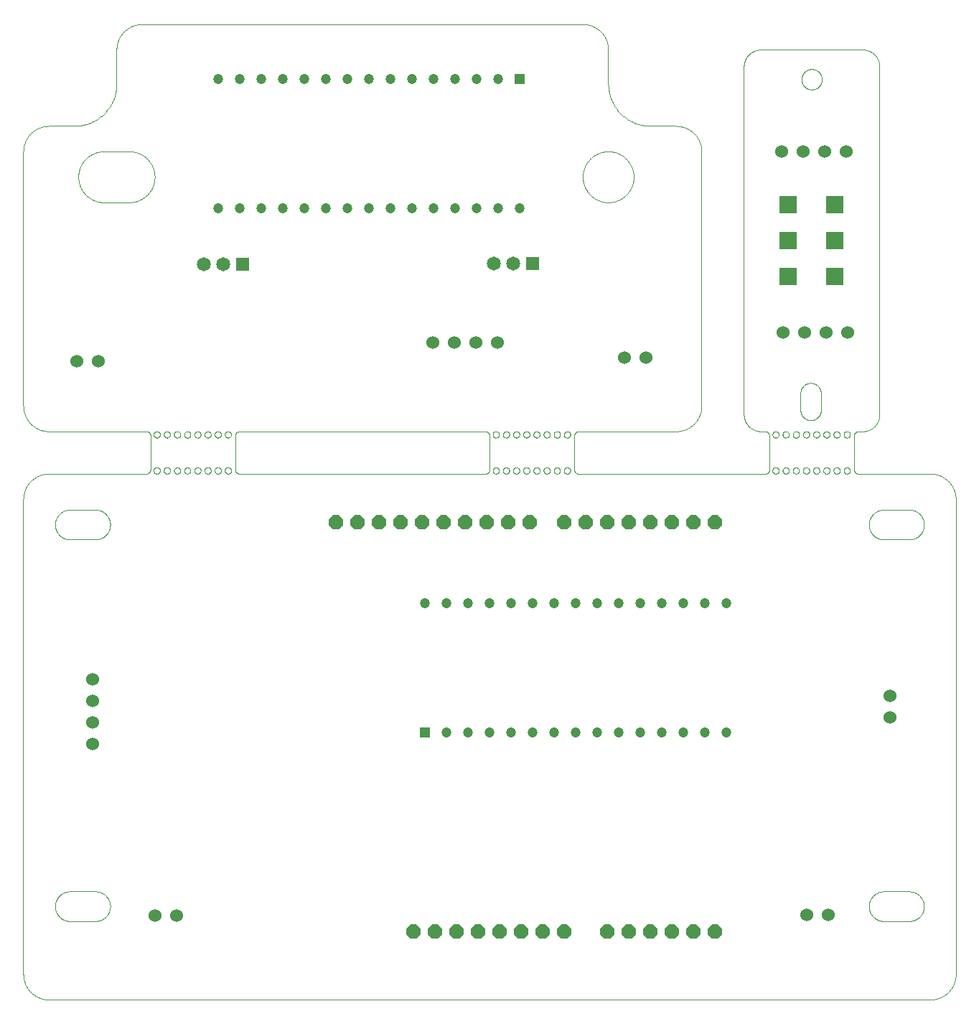
<source format=gbs>
G04 EAGLE Gerber RS-274X export*
G75*
%MOMM*%
%FSLAX34Y34*%
%LPD*%
%INSolder Mask bottom*%
%IPPOS*%
%AMOC8*
5,1,8,0,0,1.08239X$1,22.5*%
G01*
%ADD10C,0.001000*%
%ADD11P,1.814519X8X22.500000*%
%ADD12C,1.524000*%
%ADD13R,1.200000X1.200000*%
%ADD14C,1.200000*%
%ADD15R,2.100000X2.100000*%
%ADD16R,1.650000X1.650000*%
%ADD17C,1.650000*%


D10*
X918000Y1085000D02*
X918004Y1085294D01*
X918014Y1085589D01*
X918033Y1085883D01*
X918058Y1086176D01*
X918090Y1086469D01*
X918130Y1086761D01*
X918177Y1087052D01*
X918231Y1087341D01*
X918292Y1087629D01*
X918360Y1087916D01*
X918435Y1088201D01*
X918517Y1088483D01*
X918606Y1088764D01*
X918701Y1089043D01*
X918804Y1089319D01*
X918913Y1089592D01*
X919029Y1089863D01*
X919152Y1090131D01*
X919281Y1090395D01*
X919417Y1090657D01*
X919559Y1090915D01*
X919707Y1091169D01*
X919862Y1091420D01*
X920022Y1091667D01*
X920189Y1091910D01*
X920362Y1092148D01*
X920540Y1092383D01*
X920724Y1092613D01*
X920913Y1092838D01*
X921109Y1093059D01*
X921309Y1093274D01*
X921515Y1093485D01*
X921726Y1093691D01*
X921941Y1093891D01*
X922162Y1094087D01*
X922387Y1094276D01*
X922617Y1094460D01*
X922852Y1094638D01*
X923090Y1094811D01*
X923333Y1094978D01*
X923580Y1095138D01*
X923831Y1095293D01*
X924085Y1095441D01*
X924343Y1095583D01*
X924605Y1095719D01*
X924869Y1095848D01*
X925137Y1095971D01*
X925408Y1096087D01*
X925681Y1096196D01*
X925957Y1096299D01*
X926236Y1096394D01*
X926517Y1096483D01*
X926799Y1096565D01*
X927084Y1096640D01*
X927371Y1096708D01*
X927659Y1096769D01*
X927948Y1096823D01*
X928239Y1096870D01*
X928531Y1096910D01*
X928824Y1096942D01*
X929117Y1096967D01*
X929411Y1096986D01*
X929706Y1096996D01*
X930000Y1097000D01*
X930294Y1096996D01*
X930589Y1096986D01*
X930883Y1096967D01*
X931176Y1096942D01*
X931469Y1096910D01*
X931761Y1096870D01*
X932052Y1096823D01*
X932341Y1096769D01*
X932629Y1096708D01*
X932916Y1096640D01*
X933201Y1096565D01*
X933483Y1096483D01*
X933764Y1096394D01*
X934043Y1096299D01*
X934319Y1096196D01*
X934592Y1096087D01*
X934863Y1095971D01*
X935131Y1095848D01*
X935395Y1095719D01*
X935657Y1095583D01*
X935915Y1095441D01*
X936169Y1095293D01*
X936420Y1095138D01*
X936667Y1094978D01*
X936910Y1094811D01*
X937148Y1094638D01*
X937383Y1094460D01*
X937613Y1094276D01*
X937838Y1094087D01*
X938059Y1093891D01*
X938274Y1093691D01*
X938485Y1093485D01*
X938691Y1093274D01*
X938891Y1093059D01*
X939087Y1092838D01*
X939276Y1092613D01*
X939460Y1092383D01*
X939638Y1092148D01*
X939811Y1091910D01*
X939978Y1091667D01*
X940138Y1091420D01*
X940293Y1091169D01*
X940441Y1090915D01*
X940583Y1090657D01*
X940719Y1090395D01*
X940848Y1090131D01*
X940971Y1089863D01*
X941087Y1089592D01*
X941196Y1089319D01*
X941299Y1089043D01*
X941394Y1088764D01*
X941483Y1088483D01*
X941565Y1088201D01*
X941640Y1087916D01*
X941708Y1087629D01*
X941769Y1087341D01*
X941823Y1087052D01*
X941870Y1086761D01*
X941910Y1086469D01*
X941942Y1086176D01*
X941967Y1085883D01*
X941986Y1085589D01*
X941996Y1085294D01*
X942000Y1085000D01*
X941996Y1084706D01*
X941986Y1084411D01*
X941967Y1084117D01*
X941942Y1083824D01*
X941910Y1083531D01*
X941870Y1083239D01*
X941823Y1082948D01*
X941769Y1082659D01*
X941708Y1082371D01*
X941640Y1082084D01*
X941565Y1081799D01*
X941483Y1081517D01*
X941394Y1081236D01*
X941299Y1080957D01*
X941196Y1080681D01*
X941087Y1080408D01*
X940971Y1080137D01*
X940848Y1079869D01*
X940719Y1079605D01*
X940583Y1079343D01*
X940441Y1079085D01*
X940293Y1078831D01*
X940138Y1078580D01*
X939978Y1078333D01*
X939811Y1078090D01*
X939638Y1077852D01*
X939460Y1077617D01*
X939276Y1077387D01*
X939087Y1077162D01*
X938891Y1076941D01*
X938691Y1076726D01*
X938485Y1076515D01*
X938274Y1076309D01*
X938059Y1076109D01*
X937838Y1075913D01*
X937613Y1075724D01*
X937383Y1075540D01*
X937148Y1075362D01*
X936910Y1075189D01*
X936667Y1075022D01*
X936420Y1074862D01*
X936169Y1074707D01*
X935915Y1074559D01*
X935657Y1074417D01*
X935395Y1074281D01*
X935131Y1074152D01*
X934863Y1074029D01*
X934592Y1073913D01*
X934319Y1073804D01*
X934043Y1073701D01*
X933764Y1073606D01*
X933483Y1073517D01*
X933201Y1073435D01*
X932916Y1073360D01*
X932629Y1073292D01*
X932341Y1073231D01*
X932052Y1073177D01*
X931761Y1073130D01*
X931469Y1073090D01*
X931176Y1073058D01*
X930883Y1073033D01*
X930589Y1073014D01*
X930294Y1073004D01*
X930000Y1073000D01*
X929706Y1073004D01*
X929411Y1073014D01*
X929117Y1073033D01*
X928824Y1073058D01*
X928531Y1073090D01*
X928239Y1073130D01*
X927948Y1073177D01*
X927659Y1073231D01*
X927371Y1073292D01*
X927084Y1073360D01*
X926799Y1073435D01*
X926517Y1073517D01*
X926236Y1073606D01*
X925957Y1073701D01*
X925681Y1073804D01*
X925408Y1073913D01*
X925137Y1074029D01*
X924869Y1074152D01*
X924605Y1074281D01*
X924343Y1074417D01*
X924085Y1074559D01*
X923831Y1074707D01*
X923580Y1074862D01*
X923333Y1075022D01*
X923090Y1075189D01*
X922852Y1075362D01*
X922617Y1075540D01*
X922387Y1075724D01*
X922162Y1075913D01*
X921941Y1076109D01*
X921726Y1076309D01*
X921515Y1076515D01*
X921309Y1076726D01*
X921109Y1076941D01*
X920913Y1077162D01*
X920724Y1077387D01*
X920540Y1077617D01*
X920362Y1077852D01*
X920189Y1078090D01*
X920022Y1078333D01*
X919862Y1078580D01*
X919707Y1078831D01*
X919559Y1079085D01*
X919417Y1079343D01*
X919281Y1079605D01*
X919152Y1079869D01*
X919029Y1080137D01*
X918913Y1080408D01*
X918804Y1080681D01*
X918701Y1080957D01*
X918606Y1081236D01*
X918517Y1081517D01*
X918435Y1081799D01*
X918360Y1082084D01*
X918292Y1082371D01*
X918231Y1082659D01*
X918177Y1082948D01*
X918130Y1083239D01*
X918090Y1083531D01*
X918058Y1083824D01*
X918033Y1084117D01*
X918014Y1084411D01*
X918004Y1084706D01*
X918000Y1085000D01*
X660000Y970000D02*
X660009Y970736D01*
X660036Y971472D01*
X660081Y972207D01*
X660144Y972941D01*
X660226Y973672D01*
X660325Y974402D01*
X660442Y975129D01*
X660576Y975853D01*
X660729Y976573D01*
X660899Y977289D01*
X661087Y978001D01*
X661292Y978709D01*
X661514Y979410D01*
X661754Y980107D01*
X662010Y980797D01*
X662284Y981481D01*
X662574Y982157D01*
X662880Y982827D01*
X663203Y983488D01*
X663542Y984142D01*
X663897Y984787D01*
X664268Y985423D01*
X664654Y986050D01*
X665056Y986667D01*
X665472Y987274D01*
X665904Y987871D01*
X666350Y988457D01*
X666810Y989032D01*
X667284Y989595D01*
X667771Y990147D01*
X668273Y990686D01*
X668787Y991213D01*
X669314Y991727D01*
X669853Y992229D01*
X670405Y992716D01*
X670968Y993190D01*
X671543Y993650D01*
X672129Y994096D01*
X672726Y994528D01*
X673333Y994944D01*
X673950Y995346D01*
X674577Y995732D01*
X675213Y996103D01*
X675858Y996458D01*
X676512Y996797D01*
X677173Y997120D01*
X677843Y997426D01*
X678519Y997716D01*
X679203Y997990D01*
X679893Y998246D01*
X680590Y998486D01*
X681291Y998708D01*
X681999Y998913D01*
X682711Y999101D01*
X683427Y999271D01*
X684147Y999424D01*
X684871Y999558D01*
X685598Y999675D01*
X686328Y999774D01*
X687059Y999856D01*
X687793Y999919D01*
X688528Y999964D01*
X689264Y999991D01*
X690000Y1000000D01*
X690736Y999991D01*
X691472Y999964D01*
X692207Y999919D01*
X692941Y999856D01*
X693672Y999774D01*
X694402Y999675D01*
X695129Y999558D01*
X695853Y999424D01*
X696573Y999271D01*
X697289Y999101D01*
X698001Y998913D01*
X698709Y998708D01*
X699410Y998486D01*
X700107Y998246D01*
X700797Y997990D01*
X701481Y997716D01*
X702157Y997426D01*
X702827Y997120D01*
X703488Y996797D01*
X704142Y996458D01*
X704787Y996103D01*
X705423Y995732D01*
X706050Y995346D01*
X706667Y994944D01*
X707274Y994528D01*
X707871Y994096D01*
X708457Y993650D01*
X709032Y993190D01*
X709595Y992716D01*
X710147Y992229D01*
X710686Y991727D01*
X711213Y991213D01*
X711727Y990686D01*
X712229Y990147D01*
X712716Y989595D01*
X713190Y989032D01*
X713650Y988457D01*
X714096Y987871D01*
X714528Y987274D01*
X714944Y986667D01*
X715346Y986050D01*
X715732Y985423D01*
X716103Y984787D01*
X716458Y984142D01*
X716797Y983488D01*
X717120Y982827D01*
X717426Y982157D01*
X717716Y981481D01*
X717990Y980797D01*
X718246Y980107D01*
X718486Y979410D01*
X718708Y978709D01*
X718913Y978001D01*
X719101Y977289D01*
X719271Y976573D01*
X719424Y975853D01*
X719558Y975129D01*
X719675Y974402D01*
X719774Y973672D01*
X719856Y972941D01*
X719919Y972207D01*
X719964Y971472D01*
X719991Y970736D01*
X720000Y970000D01*
X719991Y969264D01*
X719964Y968528D01*
X719919Y967793D01*
X719856Y967059D01*
X719774Y966328D01*
X719675Y965598D01*
X719558Y964871D01*
X719424Y964147D01*
X719271Y963427D01*
X719101Y962711D01*
X718913Y961999D01*
X718708Y961291D01*
X718486Y960590D01*
X718246Y959893D01*
X717990Y959203D01*
X717716Y958519D01*
X717426Y957843D01*
X717120Y957173D01*
X716797Y956512D01*
X716458Y955858D01*
X716103Y955213D01*
X715732Y954577D01*
X715346Y953950D01*
X714944Y953333D01*
X714528Y952726D01*
X714096Y952129D01*
X713650Y951543D01*
X713190Y950968D01*
X712716Y950405D01*
X712229Y949853D01*
X711727Y949314D01*
X711213Y948787D01*
X710686Y948273D01*
X710147Y947771D01*
X709595Y947284D01*
X709032Y946810D01*
X708457Y946350D01*
X707871Y945904D01*
X707274Y945472D01*
X706667Y945056D01*
X706050Y944654D01*
X705423Y944268D01*
X704787Y943897D01*
X704142Y943542D01*
X703488Y943203D01*
X702827Y942880D01*
X702157Y942574D01*
X701481Y942284D01*
X700797Y942010D01*
X700107Y941754D01*
X699410Y941514D01*
X698709Y941292D01*
X698001Y941087D01*
X697289Y940899D01*
X696573Y940729D01*
X695853Y940576D01*
X695129Y940442D01*
X694402Y940325D01*
X693672Y940226D01*
X692941Y940144D01*
X692207Y940081D01*
X691472Y940036D01*
X690736Y940009D01*
X690000Y940000D01*
X689264Y940009D01*
X688528Y940036D01*
X687793Y940081D01*
X687059Y940144D01*
X686328Y940226D01*
X685598Y940325D01*
X684871Y940442D01*
X684147Y940576D01*
X683427Y940729D01*
X682711Y940899D01*
X681999Y941087D01*
X681291Y941292D01*
X680590Y941514D01*
X679893Y941754D01*
X679203Y942010D01*
X678519Y942284D01*
X677843Y942574D01*
X677173Y942880D01*
X676512Y943203D01*
X675858Y943542D01*
X675213Y943897D01*
X674577Y944268D01*
X673950Y944654D01*
X673333Y945056D01*
X672726Y945472D01*
X672129Y945904D01*
X671543Y946350D01*
X670968Y946810D01*
X670405Y947284D01*
X669853Y947771D01*
X669314Y948273D01*
X668787Y948787D01*
X668273Y949314D01*
X667771Y949853D01*
X667284Y950405D01*
X666810Y950968D01*
X666350Y951543D01*
X665904Y952129D01*
X665472Y952726D01*
X665056Y953333D01*
X664654Y953950D01*
X664268Y954577D01*
X663897Y955213D01*
X663542Y955858D01*
X663203Y956512D01*
X662880Y957173D01*
X662574Y957843D01*
X662284Y958519D01*
X662010Y959203D01*
X661754Y959893D01*
X661514Y960590D01*
X661292Y961291D01*
X661087Y961999D01*
X660899Y962711D01*
X660729Y963427D01*
X660576Y964147D01*
X660442Y964871D01*
X660325Y965598D01*
X660226Y966328D01*
X660144Y967059D01*
X660081Y967793D01*
X660036Y968528D01*
X660009Y969264D01*
X660000Y970000D01*
X153750Y666250D02*
X153752Y666372D01*
X153758Y666494D01*
X153768Y666616D01*
X153782Y666737D01*
X153800Y666858D01*
X153821Y666978D01*
X153847Y667097D01*
X153876Y667216D01*
X153910Y667333D01*
X153947Y667449D01*
X153988Y667564D01*
X154033Y667678D01*
X154081Y667790D01*
X154133Y667901D01*
X154188Y668009D01*
X154247Y668116D01*
X154310Y668221D01*
X154376Y668324D01*
X154445Y668424D01*
X154517Y668523D01*
X154593Y668619D01*
X154671Y668712D01*
X154753Y668803D01*
X154838Y668891D01*
X154925Y668976D01*
X155015Y669058D01*
X155108Y669138D01*
X155203Y669214D01*
X155301Y669287D01*
X155401Y669357D01*
X155503Y669424D01*
X155607Y669487D01*
X155714Y669547D01*
X155822Y669604D01*
X155932Y669656D01*
X156044Y669706D01*
X156157Y669751D01*
X156272Y669793D01*
X156388Y669831D01*
X156505Y669866D01*
X156623Y669896D01*
X156742Y669923D01*
X156862Y669945D01*
X156983Y669964D01*
X157104Y669979D01*
X157226Y669990D01*
X157347Y669997D01*
X157469Y670000D01*
X157592Y669999D01*
X157714Y669994D01*
X157835Y669985D01*
X157957Y669972D01*
X158078Y669955D01*
X158198Y669934D01*
X158317Y669910D01*
X158436Y669881D01*
X158554Y669849D01*
X158670Y669813D01*
X158786Y669773D01*
X158900Y669729D01*
X159012Y669682D01*
X159123Y669631D01*
X159232Y669576D01*
X159340Y669518D01*
X159445Y669456D01*
X159548Y669391D01*
X159650Y669323D01*
X159748Y669251D01*
X159845Y669176D01*
X159939Y669099D01*
X160030Y669018D01*
X160119Y668934D01*
X160205Y668847D01*
X160288Y668758D01*
X160368Y668666D01*
X160445Y668571D01*
X160519Y668474D01*
X160590Y668374D01*
X160658Y668273D01*
X160722Y668169D01*
X160783Y668063D01*
X160840Y667955D01*
X160894Y667846D01*
X160944Y667734D01*
X160990Y667621D01*
X161033Y667507D01*
X161072Y667391D01*
X161107Y667275D01*
X161139Y667157D01*
X161166Y667038D01*
X161190Y666918D01*
X161210Y666797D01*
X161226Y666676D01*
X161238Y666555D01*
X161246Y666433D01*
X161250Y666311D01*
X161250Y666189D01*
X161246Y666067D01*
X161238Y665945D01*
X161226Y665824D01*
X161210Y665703D01*
X161190Y665582D01*
X161166Y665462D01*
X161139Y665343D01*
X161107Y665225D01*
X161072Y665109D01*
X161033Y664993D01*
X160990Y664879D01*
X160944Y664766D01*
X160894Y664654D01*
X160840Y664545D01*
X160783Y664437D01*
X160722Y664331D01*
X160658Y664227D01*
X160590Y664126D01*
X160519Y664026D01*
X160445Y663929D01*
X160368Y663834D01*
X160288Y663742D01*
X160205Y663653D01*
X160119Y663566D01*
X160030Y663482D01*
X159939Y663401D01*
X159845Y663324D01*
X159748Y663249D01*
X159650Y663177D01*
X159548Y663109D01*
X159445Y663044D01*
X159340Y662982D01*
X159232Y662924D01*
X159123Y662869D01*
X159012Y662818D01*
X158900Y662771D01*
X158786Y662727D01*
X158670Y662687D01*
X158554Y662651D01*
X158436Y662619D01*
X158317Y662590D01*
X158198Y662566D01*
X158078Y662545D01*
X157957Y662528D01*
X157835Y662515D01*
X157714Y662506D01*
X157592Y662501D01*
X157469Y662500D01*
X157347Y662503D01*
X157226Y662510D01*
X157104Y662521D01*
X156983Y662536D01*
X156862Y662555D01*
X156742Y662577D01*
X156623Y662604D01*
X156505Y662634D01*
X156388Y662669D01*
X156272Y662707D01*
X156157Y662749D01*
X156044Y662794D01*
X155932Y662844D01*
X155822Y662896D01*
X155714Y662953D01*
X155607Y663013D01*
X155503Y663076D01*
X155401Y663143D01*
X155301Y663213D01*
X155203Y663286D01*
X155108Y663362D01*
X155015Y663442D01*
X154925Y663524D01*
X154838Y663609D01*
X154753Y663697D01*
X154671Y663788D01*
X154593Y663881D01*
X154517Y663977D01*
X154445Y664076D01*
X154376Y664176D01*
X154310Y664279D01*
X154247Y664384D01*
X154188Y664491D01*
X154133Y664599D01*
X154081Y664710D01*
X154033Y664822D01*
X153988Y664936D01*
X153947Y665051D01*
X153910Y665167D01*
X153876Y665284D01*
X153847Y665403D01*
X153821Y665522D01*
X153800Y665642D01*
X153782Y665763D01*
X153768Y665884D01*
X153758Y666006D01*
X153752Y666128D01*
X153750Y666250D01*
X153750Y623750D02*
X153752Y623872D01*
X153758Y623994D01*
X153768Y624116D01*
X153782Y624237D01*
X153800Y624358D01*
X153821Y624478D01*
X153847Y624597D01*
X153876Y624716D01*
X153910Y624833D01*
X153947Y624949D01*
X153988Y625064D01*
X154033Y625178D01*
X154081Y625290D01*
X154133Y625401D01*
X154188Y625509D01*
X154247Y625616D01*
X154310Y625721D01*
X154376Y625824D01*
X154445Y625924D01*
X154517Y626023D01*
X154593Y626119D01*
X154671Y626212D01*
X154753Y626303D01*
X154838Y626391D01*
X154925Y626476D01*
X155015Y626558D01*
X155108Y626638D01*
X155203Y626714D01*
X155301Y626787D01*
X155401Y626857D01*
X155503Y626924D01*
X155607Y626987D01*
X155714Y627047D01*
X155822Y627104D01*
X155932Y627156D01*
X156044Y627206D01*
X156157Y627251D01*
X156272Y627293D01*
X156388Y627331D01*
X156505Y627366D01*
X156623Y627396D01*
X156742Y627423D01*
X156862Y627445D01*
X156983Y627464D01*
X157104Y627479D01*
X157226Y627490D01*
X157347Y627497D01*
X157469Y627500D01*
X157592Y627499D01*
X157714Y627494D01*
X157835Y627485D01*
X157957Y627472D01*
X158078Y627455D01*
X158198Y627434D01*
X158317Y627410D01*
X158436Y627381D01*
X158554Y627349D01*
X158670Y627313D01*
X158786Y627273D01*
X158900Y627229D01*
X159012Y627182D01*
X159123Y627131D01*
X159232Y627076D01*
X159340Y627018D01*
X159445Y626956D01*
X159548Y626891D01*
X159650Y626823D01*
X159748Y626751D01*
X159845Y626676D01*
X159939Y626599D01*
X160030Y626518D01*
X160119Y626434D01*
X160205Y626347D01*
X160288Y626258D01*
X160368Y626166D01*
X160445Y626071D01*
X160519Y625974D01*
X160590Y625874D01*
X160658Y625773D01*
X160722Y625669D01*
X160783Y625563D01*
X160840Y625455D01*
X160894Y625346D01*
X160944Y625234D01*
X160990Y625121D01*
X161033Y625007D01*
X161072Y624891D01*
X161107Y624775D01*
X161139Y624657D01*
X161166Y624538D01*
X161190Y624418D01*
X161210Y624297D01*
X161226Y624176D01*
X161238Y624055D01*
X161246Y623933D01*
X161250Y623811D01*
X161250Y623689D01*
X161246Y623567D01*
X161238Y623445D01*
X161226Y623324D01*
X161210Y623203D01*
X161190Y623082D01*
X161166Y622962D01*
X161139Y622843D01*
X161107Y622725D01*
X161072Y622609D01*
X161033Y622493D01*
X160990Y622379D01*
X160944Y622266D01*
X160894Y622154D01*
X160840Y622045D01*
X160783Y621937D01*
X160722Y621831D01*
X160658Y621727D01*
X160590Y621626D01*
X160519Y621526D01*
X160445Y621429D01*
X160368Y621334D01*
X160288Y621242D01*
X160205Y621153D01*
X160119Y621066D01*
X160030Y620982D01*
X159939Y620901D01*
X159845Y620824D01*
X159748Y620749D01*
X159650Y620677D01*
X159548Y620609D01*
X159445Y620544D01*
X159340Y620482D01*
X159232Y620424D01*
X159123Y620369D01*
X159012Y620318D01*
X158900Y620271D01*
X158786Y620227D01*
X158670Y620187D01*
X158554Y620151D01*
X158436Y620119D01*
X158317Y620090D01*
X158198Y620066D01*
X158078Y620045D01*
X157957Y620028D01*
X157835Y620015D01*
X157714Y620006D01*
X157592Y620001D01*
X157469Y620000D01*
X157347Y620003D01*
X157226Y620010D01*
X157104Y620021D01*
X156983Y620036D01*
X156862Y620055D01*
X156742Y620077D01*
X156623Y620104D01*
X156505Y620134D01*
X156388Y620169D01*
X156272Y620207D01*
X156157Y620249D01*
X156044Y620294D01*
X155932Y620344D01*
X155822Y620396D01*
X155714Y620453D01*
X155607Y620513D01*
X155503Y620576D01*
X155401Y620643D01*
X155301Y620713D01*
X155203Y620786D01*
X155108Y620862D01*
X155015Y620942D01*
X154925Y621024D01*
X154838Y621109D01*
X154753Y621197D01*
X154671Y621288D01*
X154593Y621381D01*
X154517Y621477D01*
X154445Y621576D01*
X154376Y621676D01*
X154310Y621779D01*
X154247Y621884D01*
X154188Y621991D01*
X154133Y622099D01*
X154081Y622210D01*
X154033Y622322D01*
X153988Y622436D01*
X153947Y622551D01*
X153910Y622667D01*
X153876Y622784D01*
X153847Y622903D01*
X153821Y623022D01*
X153800Y623142D01*
X153782Y623263D01*
X153768Y623384D01*
X153758Y623506D01*
X153752Y623628D01*
X153750Y623750D01*
X165750Y623750D02*
X165752Y623872D01*
X165758Y623994D01*
X165768Y624116D01*
X165782Y624237D01*
X165800Y624358D01*
X165821Y624478D01*
X165847Y624597D01*
X165876Y624716D01*
X165910Y624833D01*
X165947Y624949D01*
X165988Y625064D01*
X166033Y625178D01*
X166081Y625290D01*
X166133Y625401D01*
X166188Y625509D01*
X166247Y625616D01*
X166310Y625721D01*
X166376Y625824D01*
X166445Y625924D01*
X166517Y626023D01*
X166593Y626119D01*
X166671Y626212D01*
X166753Y626303D01*
X166838Y626391D01*
X166925Y626476D01*
X167015Y626558D01*
X167108Y626638D01*
X167203Y626714D01*
X167301Y626787D01*
X167401Y626857D01*
X167503Y626924D01*
X167607Y626987D01*
X167714Y627047D01*
X167822Y627104D01*
X167932Y627156D01*
X168044Y627206D01*
X168157Y627251D01*
X168272Y627293D01*
X168388Y627331D01*
X168505Y627366D01*
X168623Y627396D01*
X168742Y627423D01*
X168862Y627445D01*
X168983Y627464D01*
X169104Y627479D01*
X169226Y627490D01*
X169347Y627497D01*
X169469Y627500D01*
X169592Y627499D01*
X169714Y627494D01*
X169835Y627485D01*
X169957Y627472D01*
X170078Y627455D01*
X170198Y627434D01*
X170317Y627410D01*
X170436Y627381D01*
X170554Y627349D01*
X170670Y627313D01*
X170786Y627273D01*
X170900Y627229D01*
X171012Y627182D01*
X171123Y627131D01*
X171232Y627076D01*
X171340Y627018D01*
X171445Y626956D01*
X171548Y626891D01*
X171650Y626823D01*
X171748Y626751D01*
X171845Y626676D01*
X171939Y626599D01*
X172030Y626518D01*
X172119Y626434D01*
X172205Y626347D01*
X172288Y626258D01*
X172368Y626166D01*
X172445Y626071D01*
X172519Y625974D01*
X172590Y625874D01*
X172658Y625773D01*
X172722Y625669D01*
X172783Y625563D01*
X172840Y625455D01*
X172894Y625346D01*
X172944Y625234D01*
X172990Y625121D01*
X173033Y625007D01*
X173072Y624891D01*
X173107Y624775D01*
X173139Y624657D01*
X173166Y624538D01*
X173190Y624418D01*
X173210Y624297D01*
X173226Y624176D01*
X173238Y624055D01*
X173246Y623933D01*
X173250Y623811D01*
X173250Y623689D01*
X173246Y623567D01*
X173238Y623445D01*
X173226Y623324D01*
X173210Y623203D01*
X173190Y623082D01*
X173166Y622962D01*
X173139Y622843D01*
X173107Y622725D01*
X173072Y622609D01*
X173033Y622493D01*
X172990Y622379D01*
X172944Y622266D01*
X172894Y622154D01*
X172840Y622045D01*
X172783Y621937D01*
X172722Y621831D01*
X172658Y621727D01*
X172590Y621626D01*
X172519Y621526D01*
X172445Y621429D01*
X172368Y621334D01*
X172288Y621242D01*
X172205Y621153D01*
X172119Y621066D01*
X172030Y620982D01*
X171939Y620901D01*
X171845Y620824D01*
X171748Y620749D01*
X171650Y620677D01*
X171548Y620609D01*
X171445Y620544D01*
X171340Y620482D01*
X171232Y620424D01*
X171123Y620369D01*
X171012Y620318D01*
X170900Y620271D01*
X170786Y620227D01*
X170670Y620187D01*
X170554Y620151D01*
X170436Y620119D01*
X170317Y620090D01*
X170198Y620066D01*
X170078Y620045D01*
X169957Y620028D01*
X169835Y620015D01*
X169714Y620006D01*
X169592Y620001D01*
X169469Y620000D01*
X169347Y620003D01*
X169226Y620010D01*
X169104Y620021D01*
X168983Y620036D01*
X168862Y620055D01*
X168742Y620077D01*
X168623Y620104D01*
X168505Y620134D01*
X168388Y620169D01*
X168272Y620207D01*
X168157Y620249D01*
X168044Y620294D01*
X167932Y620344D01*
X167822Y620396D01*
X167714Y620453D01*
X167607Y620513D01*
X167503Y620576D01*
X167401Y620643D01*
X167301Y620713D01*
X167203Y620786D01*
X167108Y620862D01*
X167015Y620942D01*
X166925Y621024D01*
X166838Y621109D01*
X166753Y621197D01*
X166671Y621288D01*
X166593Y621381D01*
X166517Y621477D01*
X166445Y621576D01*
X166376Y621676D01*
X166310Y621779D01*
X166247Y621884D01*
X166188Y621991D01*
X166133Y622099D01*
X166081Y622210D01*
X166033Y622322D01*
X165988Y622436D01*
X165947Y622551D01*
X165910Y622667D01*
X165876Y622784D01*
X165847Y622903D01*
X165821Y623022D01*
X165800Y623142D01*
X165782Y623263D01*
X165768Y623384D01*
X165758Y623506D01*
X165752Y623628D01*
X165750Y623750D01*
X177750Y623750D02*
X177752Y623872D01*
X177758Y623994D01*
X177768Y624116D01*
X177782Y624237D01*
X177800Y624358D01*
X177821Y624478D01*
X177847Y624597D01*
X177876Y624716D01*
X177910Y624833D01*
X177947Y624949D01*
X177988Y625064D01*
X178033Y625178D01*
X178081Y625290D01*
X178133Y625401D01*
X178188Y625509D01*
X178247Y625616D01*
X178310Y625721D01*
X178376Y625824D01*
X178445Y625924D01*
X178517Y626023D01*
X178593Y626119D01*
X178671Y626212D01*
X178753Y626303D01*
X178838Y626391D01*
X178925Y626476D01*
X179015Y626558D01*
X179108Y626638D01*
X179203Y626714D01*
X179301Y626787D01*
X179401Y626857D01*
X179503Y626924D01*
X179607Y626987D01*
X179714Y627047D01*
X179822Y627104D01*
X179932Y627156D01*
X180044Y627206D01*
X180157Y627251D01*
X180272Y627293D01*
X180388Y627331D01*
X180505Y627366D01*
X180623Y627396D01*
X180742Y627423D01*
X180862Y627445D01*
X180983Y627464D01*
X181104Y627479D01*
X181226Y627490D01*
X181347Y627497D01*
X181469Y627500D01*
X181592Y627499D01*
X181714Y627494D01*
X181835Y627485D01*
X181957Y627472D01*
X182078Y627455D01*
X182198Y627434D01*
X182317Y627410D01*
X182436Y627381D01*
X182554Y627349D01*
X182670Y627313D01*
X182786Y627273D01*
X182900Y627229D01*
X183012Y627182D01*
X183123Y627131D01*
X183232Y627076D01*
X183340Y627018D01*
X183445Y626956D01*
X183548Y626891D01*
X183650Y626823D01*
X183748Y626751D01*
X183845Y626676D01*
X183939Y626599D01*
X184030Y626518D01*
X184119Y626434D01*
X184205Y626347D01*
X184288Y626258D01*
X184368Y626166D01*
X184445Y626071D01*
X184519Y625974D01*
X184590Y625874D01*
X184658Y625773D01*
X184722Y625669D01*
X184783Y625563D01*
X184840Y625455D01*
X184894Y625346D01*
X184944Y625234D01*
X184990Y625121D01*
X185033Y625007D01*
X185072Y624891D01*
X185107Y624775D01*
X185139Y624657D01*
X185166Y624538D01*
X185190Y624418D01*
X185210Y624297D01*
X185226Y624176D01*
X185238Y624055D01*
X185246Y623933D01*
X185250Y623811D01*
X185250Y623689D01*
X185246Y623567D01*
X185238Y623445D01*
X185226Y623324D01*
X185210Y623203D01*
X185190Y623082D01*
X185166Y622962D01*
X185139Y622843D01*
X185107Y622725D01*
X185072Y622609D01*
X185033Y622493D01*
X184990Y622379D01*
X184944Y622266D01*
X184894Y622154D01*
X184840Y622045D01*
X184783Y621937D01*
X184722Y621831D01*
X184658Y621727D01*
X184590Y621626D01*
X184519Y621526D01*
X184445Y621429D01*
X184368Y621334D01*
X184288Y621242D01*
X184205Y621153D01*
X184119Y621066D01*
X184030Y620982D01*
X183939Y620901D01*
X183845Y620824D01*
X183748Y620749D01*
X183650Y620677D01*
X183548Y620609D01*
X183445Y620544D01*
X183340Y620482D01*
X183232Y620424D01*
X183123Y620369D01*
X183012Y620318D01*
X182900Y620271D01*
X182786Y620227D01*
X182670Y620187D01*
X182554Y620151D01*
X182436Y620119D01*
X182317Y620090D01*
X182198Y620066D01*
X182078Y620045D01*
X181957Y620028D01*
X181835Y620015D01*
X181714Y620006D01*
X181592Y620001D01*
X181469Y620000D01*
X181347Y620003D01*
X181226Y620010D01*
X181104Y620021D01*
X180983Y620036D01*
X180862Y620055D01*
X180742Y620077D01*
X180623Y620104D01*
X180505Y620134D01*
X180388Y620169D01*
X180272Y620207D01*
X180157Y620249D01*
X180044Y620294D01*
X179932Y620344D01*
X179822Y620396D01*
X179714Y620453D01*
X179607Y620513D01*
X179503Y620576D01*
X179401Y620643D01*
X179301Y620713D01*
X179203Y620786D01*
X179108Y620862D01*
X179015Y620942D01*
X178925Y621024D01*
X178838Y621109D01*
X178753Y621197D01*
X178671Y621288D01*
X178593Y621381D01*
X178517Y621477D01*
X178445Y621576D01*
X178376Y621676D01*
X178310Y621779D01*
X178247Y621884D01*
X178188Y621991D01*
X178133Y622099D01*
X178081Y622210D01*
X178033Y622322D01*
X177988Y622436D01*
X177947Y622551D01*
X177910Y622667D01*
X177876Y622784D01*
X177847Y622903D01*
X177821Y623022D01*
X177800Y623142D01*
X177782Y623263D01*
X177768Y623384D01*
X177758Y623506D01*
X177752Y623628D01*
X177750Y623750D01*
X189750Y623750D02*
X189752Y623872D01*
X189758Y623994D01*
X189768Y624116D01*
X189782Y624237D01*
X189800Y624358D01*
X189821Y624478D01*
X189847Y624597D01*
X189876Y624716D01*
X189910Y624833D01*
X189947Y624949D01*
X189988Y625064D01*
X190033Y625178D01*
X190081Y625290D01*
X190133Y625401D01*
X190188Y625509D01*
X190247Y625616D01*
X190310Y625721D01*
X190376Y625824D01*
X190445Y625924D01*
X190517Y626023D01*
X190593Y626119D01*
X190671Y626212D01*
X190753Y626303D01*
X190838Y626391D01*
X190925Y626476D01*
X191015Y626558D01*
X191108Y626638D01*
X191203Y626714D01*
X191301Y626787D01*
X191401Y626857D01*
X191503Y626924D01*
X191607Y626987D01*
X191714Y627047D01*
X191822Y627104D01*
X191932Y627156D01*
X192044Y627206D01*
X192157Y627251D01*
X192272Y627293D01*
X192388Y627331D01*
X192505Y627366D01*
X192623Y627396D01*
X192742Y627423D01*
X192862Y627445D01*
X192983Y627464D01*
X193104Y627479D01*
X193226Y627490D01*
X193347Y627497D01*
X193469Y627500D01*
X193592Y627499D01*
X193714Y627494D01*
X193835Y627485D01*
X193957Y627472D01*
X194078Y627455D01*
X194198Y627434D01*
X194317Y627410D01*
X194436Y627381D01*
X194554Y627349D01*
X194670Y627313D01*
X194786Y627273D01*
X194900Y627229D01*
X195012Y627182D01*
X195123Y627131D01*
X195232Y627076D01*
X195340Y627018D01*
X195445Y626956D01*
X195548Y626891D01*
X195650Y626823D01*
X195748Y626751D01*
X195845Y626676D01*
X195939Y626599D01*
X196030Y626518D01*
X196119Y626434D01*
X196205Y626347D01*
X196288Y626258D01*
X196368Y626166D01*
X196445Y626071D01*
X196519Y625974D01*
X196590Y625874D01*
X196658Y625773D01*
X196722Y625669D01*
X196783Y625563D01*
X196840Y625455D01*
X196894Y625346D01*
X196944Y625234D01*
X196990Y625121D01*
X197033Y625007D01*
X197072Y624891D01*
X197107Y624775D01*
X197139Y624657D01*
X197166Y624538D01*
X197190Y624418D01*
X197210Y624297D01*
X197226Y624176D01*
X197238Y624055D01*
X197246Y623933D01*
X197250Y623811D01*
X197250Y623689D01*
X197246Y623567D01*
X197238Y623445D01*
X197226Y623324D01*
X197210Y623203D01*
X197190Y623082D01*
X197166Y622962D01*
X197139Y622843D01*
X197107Y622725D01*
X197072Y622609D01*
X197033Y622493D01*
X196990Y622379D01*
X196944Y622266D01*
X196894Y622154D01*
X196840Y622045D01*
X196783Y621937D01*
X196722Y621831D01*
X196658Y621727D01*
X196590Y621626D01*
X196519Y621526D01*
X196445Y621429D01*
X196368Y621334D01*
X196288Y621242D01*
X196205Y621153D01*
X196119Y621066D01*
X196030Y620982D01*
X195939Y620901D01*
X195845Y620824D01*
X195748Y620749D01*
X195650Y620677D01*
X195548Y620609D01*
X195445Y620544D01*
X195340Y620482D01*
X195232Y620424D01*
X195123Y620369D01*
X195012Y620318D01*
X194900Y620271D01*
X194786Y620227D01*
X194670Y620187D01*
X194554Y620151D01*
X194436Y620119D01*
X194317Y620090D01*
X194198Y620066D01*
X194078Y620045D01*
X193957Y620028D01*
X193835Y620015D01*
X193714Y620006D01*
X193592Y620001D01*
X193469Y620000D01*
X193347Y620003D01*
X193226Y620010D01*
X193104Y620021D01*
X192983Y620036D01*
X192862Y620055D01*
X192742Y620077D01*
X192623Y620104D01*
X192505Y620134D01*
X192388Y620169D01*
X192272Y620207D01*
X192157Y620249D01*
X192044Y620294D01*
X191932Y620344D01*
X191822Y620396D01*
X191714Y620453D01*
X191607Y620513D01*
X191503Y620576D01*
X191401Y620643D01*
X191301Y620713D01*
X191203Y620786D01*
X191108Y620862D01*
X191015Y620942D01*
X190925Y621024D01*
X190838Y621109D01*
X190753Y621197D01*
X190671Y621288D01*
X190593Y621381D01*
X190517Y621477D01*
X190445Y621576D01*
X190376Y621676D01*
X190310Y621779D01*
X190247Y621884D01*
X190188Y621991D01*
X190133Y622099D01*
X190081Y622210D01*
X190033Y622322D01*
X189988Y622436D01*
X189947Y622551D01*
X189910Y622667D01*
X189876Y622784D01*
X189847Y622903D01*
X189821Y623022D01*
X189800Y623142D01*
X189782Y623263D01*
X189768Y623384D01*
X189758Y623506D01*
X189752Y623628D01*
X189750Y623750D01*
X201750Y623750D02*
X201752Y623872D01*
X201758Y623994D01*
X201768Y624116D01*
X201782Y624237D01*
X201800Y624358D01*
X201821Y624478D01*
X201847Y624597D01*
X201876Y624716D01*
X201910Y624833D01*
X201947Y624949D01*
X201988Y625064D01*
X202033Y625178D01*
X202081Y625290D01*
X202133Y625401D01*
X202188Y625509D01*
X202247Y625616D01*
X202310Y625721D01*
X202376Y625824D01*
X202445Y625924D01*
X202517Y626023D01*
X202593Y626119D01*
X202671Y626212D01*
X202753Y626303D01*
X202838Y626391D01*
X202925Y626476D01*
X203015Y626558D01*
X203108Y626638D01*
X203203Y626714D01*
X203301Y626787D01*
X203401Y626857D01*
X203503Y626924D01*
X203607Y626987D01*
X203714Y627047D01*
X203822Y627104D01*
X203932Y627156D01*
X204044Y627206D01*
X204157Y627251D01*
X204272Y627293D01*
X204388Y627331D01*
X204505Y627366D01*
X204623Y627396D01*
X204742Y627423D01*
X204862Y627445D01*
X204983Y627464D01*
X205104Y627479D01*
X205226Y627490D01*
X205347Y627497D01*
X205469Y627500D01*
X205592Y627499D01*
X205714Y627494D01*
X205835Y627485D01*
X205957Y627472D01*
X206078Y627455D01*
X206198Y627434D01*
X206317Y627410D01*
X206436Y627381D01*
X206554Y627349D01*
X206670Y627313D01*
X206786Y627273D01*
X206900Y627229D01*
X207012Y627182D01*
X207123Y627131D01*
X207232Y627076D01*
X207340Y627018D01*
X207445Y626956D01*
X207548Y626891D01*
X207650Y626823D01*
X207748Y626751D01*
X207845Y626676D01*
X207939Y626599D01*
X208030Y626518D01*
X208119Y626434D01*
X208205Y626347D01*
X208288Y626258D01*
X208368Y626166D01*
X208445Y626071D01*
X208519Y625974D01*
X208590Y625874D01*
X208658Y625773D01*
X208722Y625669D01*
X208783Y625563D01*
X208840Y625455D01*
X208894Y625346D01*
X208944Y625234D01*
X208990Y625121D01*
X209033Y625007D01*
X209072Y624891D01*
X209107Y624775D01*
X209139Y624657D01*
X209166Y624538D01*
X209190Y624418D01*
X209210Y624297D01*
X209226Y624176D01*
X209238Y624055D01*
X209246Y623933D01*
X209250Y623811D01*
X209250Y623689D01*
X209246Y623567D01*
X209238Y623445D01*
X209226Y623324D01*
X209210Y623203D01*
X209190Y623082D01*
X209166Y622962D01*
X209139Y622843D01*
X209107Y622725D01*
X209072Y622609D01*
X209033Y622493D01*
X208990Y622379D01*
X208944Y622266D01*
X208894Y622154D01*
X208840Y622045D01*
X208783Y621937D01*
X208722Y621831D01*
X208658Y621727D01*
X208590Y621626D01*
X208519Y621526D01*
X208445Y621429D01*
X208368Y621334D01*
X208288Y621242D01*
X208205Y621153D01*
X208119Y621066D01*
X208030Y620982D01*
X207939Y620901D01*
X207845Y620824D01*
X207748Y620749D01*
X207650Y620677D01*
X207548Y620609D01*
X207445Y620544D01*
X207340Y620482D01*
X207232Y620424D01*
X207123Y620369D01*
X207012Y620318D01*
X206900Y620271D01*
X206786Y620227D01*
X206670Y620187D01*
X206554Y620151D01*
X206436Y620119D01*
X206317Y620090D01*
X206198Y620066D01*
X206078Y620045D01*
X205957Y620028D01*
X205835Y620015D01*
X205714Y620006D01*
X205592Y620001D01*
X205469Y620000D01*
X205347Y620003D01*
X205226Y620010D01*
X205104Y620021D01*
X204983Y620036D01*
X204862Y620055D01*
X204742Y620077D01*
X204623Y620104D01*
X204505Y620134D01*
X204388Y620169D01*
X204272Y620207D01*
X204157Y620249D01*
X204044Y620294D01*
X203932Y620344D01*
X203822Y620396D01*
X203714Y620453D01*
X203607Y620513D01*
X203503Y620576D01*
X203401Y620643D01*
X203301Y620713D01*
X203203Y620786D01*
X203108Y620862D01*
X203015Y620942D01*
X202925Y621024D01*
X202838Y621109D01*
X202753Y621197D01*
X202671Y621288D01*
X202593Y621381D01*
X202517Y621477D01*
X202445Y621576D01*
X202376Y621676D01*
X202310Y621779D01*
X202247Y621884D01*
X202188Y621991D01*
X202133Y622099D01*
X202081Y622210D01*
X202033Y622322D01*
X201988Y622436D01*
X201947Y622551D01*
X201910Y622667D01*
X201876Y622784D01*
X201847Y622903D01*
X201821Y623022D01*
X201800Y623142D01*
X201782Y623263D01*
X201768Y623384D01*
X201758Y623506D01*
X201752Y623628D01*
X201750Y623750D01*
X213750Y623750D02*
X213752Y623872D01*
X213758Y623994D01*
X213768Y624116D01*
X213782Y624237D01*
X213800Y624358D01*
X213821Y624478D01*
X213847Y624597D01*
X213876Y624716D01*
X213910Y624833D01*
X213947Y624949D01*
X213988Y625064D01*
X214033Y625178D01*
X214081Y625290D01*
X214133Y625401D01*
X214188Y625509D01*
X214247Y625616D01*
X214310Y625721D01*
X214376Y625824D01*
X214445Y625924D01*
X214517Y626023D01*
X214593Y626119D01*
X214671Y626212D01*
X214753Y626303D01*
X214838Y626391D01*
X214925Y626476D01*
X215015Y626558D01*
X215108Y626638D01*
X215203Y626714D01*
X215301Y626787D01*
X215401Y626857D01*
X215503Y626924D01*
X215607Y626987D01*
X215714Y627047D01*
X215822Y627104D01*
X215932Y627156D01*
X216044Y627206D01*
X216157Y627251D01*
X216272Y627293D01*
X216388Y627331D01*
X216505Y627366D01*
X216623Y627396D01*
X216742Y627423D01*
X216862Y627445D01*
X216983Y627464D01*
X217104Y627479D01*
X217226Y627490D01*
X217347Y627497D01*
X217469Y627500D01*
X217592Y627499D01*
X217714Y627494D01*
X217835Y627485D01*
X217957Y627472D01*
X218078Y627455D01*
X218198Y627434D01*
X218317Y627410D01*
X218436Y627381D01*
X218554Y627349D01*
X218670Y627313D01*
X218786Y627273D01*
X218900Y627229D01*
X219012Y627182D01*
X219123Y627131D01*
X219232Y627076D01*
X219340Y627018D01*
X219445Y626956D01*
X219548Y626891D01*
X219650Y626823D01*
X219748Y626751D01*
X219845Y626676D01*
X219939Y626599D01*
X220030Y626518D01*
X220119Y626434D01*
X220205Y626347D01*
X220288Y626258D01*
X220368Y626166D01*
X220445Y626071D01*
X220519Y625974D01*
X220590Y625874D01*
X220658Y625773D01*
X220722Y625669D01*
X220783Y625563D01*
X220840Y625455D01*
X220894Y625346D01*
X220944Y625234D01*
X220990Y625121D01*
X221033Y625007D01*
X221072Y624891D01*
X221107Y624775D01*
X221139Y624657D01*
X221166Y624538D01*
X221190Y624418D01*
X221210Y624297D01*
X221226Y624176D01*
X221238Y624055D01*
X221246Y623933D01*
X221250Y623811D01*
X221250Y623689D01*
X221246Y623567D01*
X221238Y623445D01*
X221226Y623324D01*
X221210Y623203D01*
X221190Y623082D01*
X221166Y622962D01*
X221139Y622843D01*
X221107Y622725D01*
X221072Y622609D01*
X221033Y622493D01*
X220990Y622379D01*
X220944Y622266D01*
X220894Y622154D01*
X220840Y622045D01*
X220783Y621937D01*
X220722Y621831D01*
X220658Y621727D01*
X220590Y621626D01*
X220519Y621526D01*
X220445Y621429D01*
X220368Y621334D01*
X220288Y621242D01*
X220205Y621153D01*
X220119Y621066D01*
X220030Y620982D01*
X219939Y620901D01*
X219845Y620824D01*
X219748Y620749D01*
X219650Y620677D01*
X219548Y620609D01*
X219445Y620544D01*
X219340Y620482D01*
X219232Y620424D01*
X219123Y620369D01*
X219012Y620318D01*
X218900Y620271D01*
X218786Y620227D01*
X218670Y620187D01*
X218554Y620151D01*
X218436Y620119D01*
X218317Y620090D01*
X218198Y620066D01*
X218078Y620045D01*
X217957Y620028D01*
X217835Y620015D01*
X217714Y620006D01*
X217592Y620001D01*
X217469Y620000D01*
X217347Y620003D01*
X217226Y620010D01*
X217104Y620021D01*
X216983Y620036D01*
X216862Y620055D01*
X216742Y620077D01*
X216623Y620104D01*
X216505Y620134D01*
X216388Y620169D01*
X216272Y620207D01*
X216157Y620249D01*
X216044Y620294D01*
X215932Y620344D01*
X215822Y620396D01*
X215714Y620453D01*
X215607Y620513D01*
X215503Y620576D01*
X215401Y620643D01*
X215301Y620713D01*
X215203Y620786D01*
X215108Y620862D01*
X215015Y620942D01*
X214925Y621024D01*
X214838Y621109D01*
X214753Y621197D01*
X214671Y621288D01*
X214593Y621381D01*
X214517Y621477D01*
X214445Y621576D01*
X214376Y621676D01*
X214310Y621779D01*
X214247Y621884D01*
X214188Y621991D01*
X214133Y622099D01*
X214081Y622210D01*
X214033Y622322D01*
X213988Y622436D01*
X213947Y622551D01*
X213910Y622667D01*
X213876Y622784D01*
X213847Y622903D01*
X213821Y623022D01*
X213800Y623142D01*
X213782Y623263D01*
X213768Y623384D01*
X213758Y623506D01*
X213752Y623628D01*
X213750Y623750D01*
X225750Y623750D02*
X225752Y623872D01*
X225758Y623994D01*
X225768Y624116D01*
X225782Y624237D01*
X225800Y624358D01*
X225821Y624478D01*
X225847Y624597D01*
X225876Y624716D01*
X225910Y624833D01*
X225947Y624949D01*
X225988Y625064D01*
X226033Y625178D01*
X226081Y625290D01*
X226133Y625401D01*
X226188Y625509D01*
X226247Y625616D01*
X226310Y625721D01*
X226376Y625824D01*
X226445Y625924D01*
X226517Y626023D01*
X226593Y626119D01*
X226671Y626212D01*
X226753Y626303D01*
X226838Y626391D01*
X226925Y626476D01*
X227015Y626558D01*
X227108Y626638D01*
X227203Y626714D01*
X227301Y626787D01*
X227401Y626857D01*
X227503Y626924D01*
X227607Y626987D01*
X227714Y627047D01*
X227822Y627104D01*
X227932Y627156D01*
X228044Y627206D01*
X228157Y627251D01*
X228272Y627293D01*
X228388Y627331D01*
X228505Y627366D01*
X228623Y627396D01*
X228742Y627423D01*
X228862Y627445D01*
X228983Y627464D01*
X229104Y627479D01*
X229226Y627490D01*
X229347Y627497D01*
X229469Y627500D01*
X229592Y627499D01*
X229714Y627494D01*
X229835Y627485D01*
X229957Y627472D01*
X230078Y627455D01*
X230198Y627434D01*
X230317Y627410D01*
X230436Y627381D01*
X230554Y627349D01*
X230670Y627313D01*
X230786Y627273D01*
X230900Y627229D01*
X231012Y627182D01*
X231123Y627131D01*
X231232Y627076D01*
X231340Y627018D01*
X231445Y626956D01*
X231548Y626891D01*
X231650Y626823D01*
X231748Y626751D01*
X231845Y626676D01*
X231939Y626599D01*
X232030Y626518D01*
X232119Y626434D01*
X232205Y626347D01*
X232288Y626258D01*
X232368Y626166D01*
X232445Y626071D01*
X232519Y625974D01*
X232590Y625874D01*
X232658Y625773D01*
X232722Y625669D01*
X232783Y625563D01*
X232840Y625455D01*
X232894Y625346D01*
X232944Y625234D01*
X232990Y625121D01*
X233033Y625007D01*
X233072Y624891D01*
X233107Y624775D01*
X233139Y624657D01*
X233166Y624538D01*
X233190Y624418D01*
X233210Y624297D01*
X233226Y624176D01*
X233238Y624055D01*
X233246Y623933D01*
X233250Y623811D01*
X233250Y623689D01*
X233246Y623567D01*
X233238Y623445D01*
X233226Y623324D01*
X233210Y623203D01*
X233190Y623082D01*
X233166Y622962D01*
X233139Y622843D01*
X233107Y622725D01*
X233072Y622609D01*
X233033Y622493D01*
X232990Y622379D01*
X232944Y622266D01*
X232894Y622154D01*
X232840Y622045D01*
X232783Y621937D01*
X232722Y621831D01*
X232658Y621727D01*
X232590Y621626D01*
X232519Y621526D01*
X232445Y621429D01*
X232368Y621334D01*
X232288Y621242D01*
X232205Y621153D01*
X232119Y621066D01*
X232030Y620982D01*
X231939Y620901D01*
X231845Y620824D01*
X231748Y620749D01*
X231650Y620677D01*
X231548Y620609D01*
X231445Y620544D01*
X231340Y620482D01*
X231232Y620424D01*
X231123Y620369D01*
X231012Y620318D01*
X230900Y620271D01*
X230786Y620227D01*
X230670Y620187D01*
X230554Y620151D01*
X230436Y620119D01*
X230317Y620090D01*
X230198Y620066D01*
X230078Y620045D01*
X229957Y620028D01*
X229835Y620015D01*
X229714Y620006D01*
X229592Y620001D01*
X229469Y620000D01*
X229347Y620003D01*
X229226Y620010D01*
X229104Y620021D01*
X228983Y620036D01*
X228862Y620055D01*
X228742Y620077D01*
X228623Y620104D01*
X228505Y620134D01*
X228388Y620169D01*
X228272Y620207D01*
X228157Y620249D01*
X228044Y620294D01*
X227932Y620344D01*
X227822Y620396D01*
X227714Y620453D01*
X227607Y620513D01*
X227503Y620576D01*
X227401Y620643D01*
X227301Y620713D01*
X227203Y620786D01*
X227108Y620862D01*
X227015Y620942D01*
X226925Y621024D01*
X226838Y621109D01*
X226753Y621197D01*
X226671Y621288D01*
X226593Y621381D01*
X226517Y621477D01*
X226445Y621576D01*
X226376Y621676D01*
X226310Y621779D01*
X226247Y621884D01*
X226188Y621991D01*
X226133Y622099D01*
X226081Y622210D01*
X226033Y622322D01*
X225988Y622436D01*
X225947Y622551D01*
X225910Y622667D01*
X225876Y622784D01*
X225847Y622903D01*
X225821Y623022D01*
X225800Y623142D01*
X225782Y623263D01*
X225768Y623384D01*
X225758Y623506D01*
X225752Y623628D01*
X225750Y623750D01*
X565750Y623750D02*
X565752Y623872D01*
X565758Y623994D01*
X565768Y624116D01*
X565782Y624237D01*
X565800Y624358D01*
X565821Y624478D01*
X565847Y624597D01*
X565876Y624716D01*
X565910Y624833D01*
X565947Y624949D01*
X565988Y625064D01*
X566033Y625178D01*
X566081Y625290D01*
X566133Y625401D01*
X566188Y625509D01*
X566247Y625616D01*
X566310Y625721D01*
X566376Y625824D01*
X566445Y625924D01*
X566517Y626023D01*
X566593Y626119D01*
X566671Y626212D01*
X566753Y626303D01*
X566838Y626391D01*
X566925Y626476D01*
X567015Y626558D01*
X567108Y626638D01*
X567203Y626714D01*
X567301Y626787D01*
X567401Y626857D01*
X567503Y626924D01*
X567607Y626987D01*
X567714Y627047D01*
X567822Y627104D01*
X567932Y627156D01*
X568044Y627206D01*
X568157Y627251D01*
X568272Y627293D01*
X568388Y627331D01*
X568505Y627366D01*
X568623Y627396D01*
X568742Y627423D01*
X568862Y627445D01*
X568983Y627464D01*
X569104Y627479D01*
X569226Y627490D01*
X569347Y627497D01*
X569469Y627500D01*
X569592Y627499D01*
X569714Y627494D01*
X569835Y627485D01*
X569957Y627472D01*
X570078Y627455D01*
X570198Y627434D01*
X570317Y627410D01*
X570436Y627381D01*
X570554Y627349D01*
X570670Y627313D01*
X570786Y627273D01*
X570900Y627229D01*
X571012Y627182D01*
X571123Y627131D01*
X571232Y627076D01*
X571340Y627018D01*
X571445Y626956D01*
X571548Y626891D01*
X571650Y626823D01*
X571748Y626751D01*
X571845Y626676D01*
X571939Y626599D01*
X572030Y626518D01*
X572119Y626434D01*
X572205Y626347D01*
X572288Y626258D01*
X572368Y626166D01*
X572445Y626071D01*
X572519Y625974D01*
X572590Y625874D01*
X572658Y625773D01*
X572722Y625669D01*
X572783Y625563D01*
X572840Y625455D01*
X572894Y625346D01*
X572944Y625234D01*
X572990Y625121D01*
X573033Y625007D01*
X573072Y624891D01*
X573107Y624775D01*
X573139Y624657D01*
X573166Y624538D01*
X573190Y624418D01*
X573210Y624297D01*
X573226Y624176D01*
X573238Y624055D01*
X573246Y623933D01*
X573250Y623811D01*
X573250Y623689D01*
X573246Y623567D01*
X573238Y623445D01*
X573226Y623324D01*
X573210Y623203D01*
X573190Y623082D01*
X573166Y622962D01*
X573139Y622843D01*
X573107Y622725D01*
X573072Y622609D01*
X573033Y622493D01*
X572990Y622379D01*
X572944Y622266D01*
X572894Y622154D01*
X572840Y622045D01*
X572783Y621937D01*
X572722Y621831D01*
X572658Y621727D01*
X572590Y621626D01*
X572519Y621526D01*
X572445Y621429D01*
X572368Y621334D01*
X572288Y621242D01*
X572205Y621153D01*
X572119Y621066D01*
X572030Y620982D01*
X571939Y620901D01*
X571845Y620824D01*
X571748Y620749D01*
X571650Y620677D01*
X571548Y620609D01*
X571445Y620544D01*
X571340Y620482D01*
X571232Y620424D01*
X571123Y620369D01*
X571012Y620318D01*
X570900Y620271D01*
X570786Y620227D01*
X570670Y620187D01*
X570554Y620151D01*
X570436Y620119D01*
X570317Y620090D01*
X570198Y620066D01*
X570078Y620045D01*
X569957Y620028D01*
X569835Y620015D01*
X569714Y620006D01*
X569592Y620001D01*
X569469Y620000D01*
X569347Y620003D01*
X569226Y620010D01*
X569104Y620021D01*
X568983Y620036D01*
X568862Y620055D01*
X568742Y620077D01*
X568623Y620104D01*
X568505Y620134D01*
X568388Y620169D01*
X568272Y620207D01*
X568157Y620249D01*
X568044Y620294D01*
X567932Y620344D01*
X567822Y620396D01*
X567714Y620453D01*
X567607Y620513D01*
X567503Y620576D01*
X567401Y620643D01*
X567301Y620713D01*
X567203Y620786D01*
X567108Y620862D01*
X567015Y620942D01*
X566925Y621024D01*
X566838Y621109D01*
X566753Y621197D01*
X566671Y621288D01*
X566593Y621381D01*
X566517Y621477D01*
X566445Y621576D01*
X566376Y621676D01*
X566310Y621779D01*
X566247Y621884D01*
X566188Y621991D01*
X566133Y622099D01*
X566081Y622210D01*
X566033Y622322D01*
X565988Y622436D01*
X565947Y622551D01*
X565910Y622667D01*
X565876Y622784D01*
X565847Y622903D01*
X565821Y623022D01*
X565800Y623142D01*
X565782Y623263D01*
X565768Y623384D01*
X565758Y623506D01*
X565752Y623628D01*
X565750Y623750D01*
X577750Y623750D02*
X577752Y623872D01*
X577758Y623994D01*
X577768Y624116D01*
X577782Y624237D01*
X577800Y624358D01*
X577821Y624478D01*
X577847Y624597D01*
X577876Y624716D01*
X577910Y624833D01*
X577947Y624949D01*
X577988Y625064D01*
X578033Y625178D01*
X578081Y625290D01*
X578133Y625401D01*
X578188Y625509D01*
X578247Y625616D01*
X578310Y625721D01*
X578376Y625824D01*
X578445Y625924D01*
X578517Y626023D01*
X578593Y626119D01*
X578671Y626212D01*
X578753Y626303D01*
X578838Y626391D01*
X578925Y626476D01*
X579015Y626558D01*
X579108Y626638D01*
X579203Y626714D01*
X579301Y626787D01*
X579401Y626857D01*
X579503Y626924D01*
X579607Y626987D01*
X579714Y627047D01*
X579822Y627104D01*
X579932Y627156D01*
X580044Y627206D01*
X580157Y627251D01*
X580272Y627293D01*
X580388Y627331D01*
X580505Y627366D01*
X580623Y627396D01*
X580742Y627423D01*
X580862Y627445D01*
X580983Y627464D01*
X581104Y627479D01*
X581226Y627490D01*
X581347Y627497D01*
X581469Y627500D01*
X581592Y627499D01*
X581714Y627494D01*
X581835Y627485D01*
X581957Y627472D01*
X582078Y627455D01*
X582198Y627434D01*
X582317Y627410D01*
X582436Y627381D01*
X582554Y627349D01*
X582670Y627313D01*
X582786Y627273D01*
X582900Y627229D01*
X583012Y627182D01*
X583123Y627131D01*
X583232Y627076D01*
X583340Y627018D01*
X583445Y626956D01*
X583548Y626891D01*
X583650Y626823D01*
X583748Y626751D01*
X583845Y626676D01*
X583939Y626599D01*
X584030Y626518D01*
X584119Y626434D01*
X584205Y626347D01*
X584288Y626258D01*
X584368Y626166D01*
X584445Y626071D01*
X584519Y625974D01*
X584590Y625874D01*
X584658Y625773D01*
X584722Y625669D01*
X584783Y625563D01*
X584840Y625455D01*
X584894Y625346D01*
X584944Y625234D01*
X584990Y625121D01*
X585033Y625007D01*
X585072Y624891D01*
X585107Y624775D01*
X585139Y624657D01*
X585166Y624538D01*
X585190Y624418D01*
X585210Y624297D01*
X585226Y624176D01*
X585238Y624055D01*
X585246Y623933D01*
X585250Y623811D01*
X585250Y623689D01*
X585246Y623567D01*
X585238Y623445D01*
X585226Y623324D01*
X585210Y623203D01*
X585190Y623082D01*
X585166Y622962D01*
X585139Y622843D01*
X585107Y622725D01*
X585072Y622609D01*
X585033Y622493D01*
X584990Y622379D01*
X584944Y622266D01*
X584894Y622154D01*
X584840Y622045D01*
X584783Y621937D01*
X584722Y621831D01*
X584658Y621727D01*
X584590Y621626D01*
X584519Y621526D01*
X584445Y621429D01*
X584368Y621334D01*
X584288Y621242D01*
X584205Y621153D01*
X584119Y621066D01*
X584030Y620982D01*
X583939Y620901D01*
X583845Y620824D01*
X583748Y620749D01*
X583650Y620677D01*
X583548Y620609D01*
X583445Y620544D01*
X583340Y620482D01*
X583232Y620424D01*
X583123Y620369D01*
X583012Y620318D01*
X582900Y620271D01*
X582786Y620227D01*
X582670Y620187D01*
X582554Y620151D01*
X582436Y620119D01*
X582317Y620090D01*
X582198Y620066D01*
X582078Y620045D01*
X581957Y620028D01*
X581835Y620015D01*
X581714Y620006D01*
X581592Y620001D01*
X581469Y620000D01*
X581347Y620003D01*
X581226Y620010D01*
X581104Y620021D01*
X580983Y620036D01*
X580862Y620055D01*
X580742Y620077D01*
X580623Y620104D01*
X580505Y620134D01*
X580388Y620169D01*
X580272Y620207D01*
X580157Y620249D01*
X580044Y620294D01*
X579932Y620344D01*
X579822Y620396D01*
X579714Y620453D01*
X579607Y620513D01*
X579503Y620576D01*
X579401Y620643D01*
X579301Y620713D01*
X579203Y620786D01*
X579108Y620862D01*
X579015Y620942D01*
X578925Y621024D01*
X578838Y621109D01*
X578753Y621197D01*
X578671Y621288D01*
X578593Y621381D01*
X578517Y621477D01*
X578445Y621576D01*
X578376Y621676D01*
X578310Y621779D01*
X578247Y621884D01*
X578188Y621991D01*
X578133Y622099D01*
X578081Y622210D01*
X578033Y622322D01*
X577988Y622436D01*
X577947Y622551D01*
X577910Y622667D01*
X577876Y622784D01*
X577847Y622903D01*
X577821Y623022D01*
X577800Y623142D01*
X577782Y623263D01*
X577768Y623384D01*
X577758Y623506D01*
X577752Y623628D01*
X577750Y623750D01*
X589750Y623750D02*
X589752Y623872D01*
X589758Y623994D01*
X589768Y624116D01*
X589782Y624237D01*
X589800Y624358D01*
X589821Y624478D01*
X589847Y624597D01*
X589876Y624716D01*
X589910Y624833D01*
X589947Y624949D01*
X589988Y625064D01*
X590033Y625178D01*
X590081Y625290D01*
X590133Y625401D01*
X590188Y625509D01*
X590247Y625616D01*
X590310Y625721D01*
X590376Y625824D01*
X590445Y625924D01*
X590517Y626023D01*
X590593Y626119D01*
X590671Y626212D01*
X590753Y626303D01*
X590838Y626391D01*
X590925Y626476D01*
X591015Y626558D01*
X591108Y626638D01*
X591203Y626714D01*
X591301Y626787D01*
X591401Y626857D01*
X591503Y626924D01*
X591607Y626987D01*
X591714Y627047D01*
X591822Y627104D01*
X591932Y627156D01*
X592044Y627206D01*
X592157Y627251D01*
X592272Y627293D01*
X592388Y627331D01*
X592505Y627366D01*
X592623Y627396D01*
X592742Y627423D01*
X592862Y627445D01*
X592983Y627464D01*
X593104Y627479D01*
X593226Y627490D01*
X593347Y627497D01*
X593469Y627500D01*
X593592Y627499D01*
X593714Y627494D01*
X593835Y627485D01*
X593957Y627472D01*
X594078Y627455D01*
X594198Y627434D01*
X594317Y627410D01*
X594436Y627381D01*
X594554Y627349D01*
X594670Y627313D01*
X594786Y627273D01*
X594900Y627229D01*
X595012Y627182D01*
X595123Y627131D01*
X595232Y627076D01*
X595340Y627018D01*
X595445Y626956D01*
X595548Y626891D01*
X595650Y626823D01*
X595748Y626751D01*
X595845Y626676D01*
X595939Y626599D01*
X596030Y626518D01*
X596119Y626434D01*
X596205Y626347D01*
X596288Y626258D01*
X596368Y626166D01*
X596445Y626071D01*
X596519Y625974D01*
X596590Y625874D01*
X596658Y625773D01*
X596722Y625669D01*
X596783Y625563D01*
X596840Y625455D01*
X596894Y625346D01*
X596944Y625234D01*
X596990Y625121D01*
X597033Y625007D01*
X597072Y624891D01*
X597107Y624775D01*
X597139Y624657D01*
X597166Y624538D01*
X597190Y624418D01*
X597210Y624297D01*
X597226Y624176D01*
X597238Y624055D01*
X597246Y623933D01*
X597250Y623811D01*
X597250Y623689D01*
X597246Y623567D01*
X597238Y623445D01*
X597226Y623324D01*
X597210Y623203D01*
X597190Y623082D01*
X597166Y622962D01*
X597139Y622843D01*
X597107Y622725D01*
X597072Y622609D01*
X597033Y622493D01*
X596990Y622379D01*
X596944Y622266D01*
X596894Y622154D01*
X596840Y622045D01*
X596783Y621937D01*
X596722Y621831D01*
X596658Y621727D01*
X596590Y621626D01*
X596519Y621526D01*
X596445Y621429D01*
X596368Y621334D01*
X596288Y621242D01*
X596205Y621153D01*
X596119Y621066D01*
X596030Y620982D01*
X595939Y620901D01*
X595845Y620824D01*
X595748Y620749D01*
X595650Y620677D01*
X595548Y620609D01*
X595445Y620544D01*
X595340Y620482D01*
X595232Y620424D01*
X595123Y620369D01*
X595012Y620318D01*
X594900Y620271D01*
X594786Y620227D01*
X594670Y620187D01*
X594554Y620151D01*
X594436Y620119D01*
X594317Y620090D01*
X594198Y620066D01*
X594078Y620045D01*
X593957Y620028D01*
X593835Y620015D01*
X593714Y620006D01*
X593592Y620001D01*
X593469Y620000D01*
X593347Y620003D01*
X593226Y620010D01*
X593104Y620021D01*
X592983Y620036D01*
X592862Y620055D01*
X592742Y620077D01*
X592623Y620104D01*
X592505Y620134D01*
X592388Y620169D01*
X592272Y620207D01*
X592157Y620249D01*
X592044Y620294D01*
X591932Y620344D01*
X591822Y620396D01*
X591714Y620453D01*
X591607Y620513D01*
X591503Y620576D01*
X591401Y620643D01*
X591301Y620713D01*
X591203Y620786D01*
X591108Y620862D01*
X591015Y620942D01*
X590925Y621024D01*
X590838Y621109D01*
X590753Y621197D01*
X590671Y621288D01*
X590593Y621381D01*
X590517Y621477D01*
X590445Y621576D01*
X590376Y621676D01*
X590310Y621779D01*
X590247Y621884D01*
X590188Y621991D01*
X590133Y622099D01*
X590081Y622210D01*
X590033Y622322D01*
X589988Y622436D01*
X589947Y622551D01*
X589910Y622667D01*
X589876Y622784D01*
X589847Y622903D01*
X589821Y623022D01*
X589800Y623142D01*
X589782Y623263D01*
X589768Y623384D01*
X589758Y623506D01*
X589752Y623628D01*
X589750Y623750D01*
X601750Y623750D02*
X601752Y623872D01*
X601758Y623994D01*
X601768Y624116D01*
X601782Y624237D01*
X601800Y624358D01*
X601821Y624478D01*
X601847Y624597D01*
X601876Y624716D01*
X601910Y624833D01*
X601947Y624949D01*
X601988Y625064D01*
X602033Y625178D01*
X602081Y625290D01*
X602133Y625401D01*
X602188Y625509D01*
X602247Y625616D01*
X602310Y625721D01*
X602376Y625824D01*
X602445Y625924D01*
X602517Y626023D01*
X602593Y626119D01*
X602671Y626212D01*
X602753Y626303D01*
X602838Y626391D01*
X602925Y626476D01*
X603015Y626558D01*
X603108Y626638D01*
X603203Y626714D01*
X603301Y626787D01*
X603401Y626857D01*
X603503Y626924D01*
X603607Y626987D01*
X603714Y627047D01*
X603822Y627104D01*
X603932Y627156D01*
X604044Y627206D01*
X604157Y627251D01*
X604272Y627293D01*
X604388Y627331D01*
X604505Y627366D01*
X604623Y627396D01*
X604742Y627423D01*
X604862Y627445D01*
X604983Y627464D01*
X605104Y627479D01*
X605226Y627490D01*
X605347Y627497D01*
X605469Y627500D01*
X605592Y627499D01*
X605714Y627494D01*
X605835Y627485D01*
X605957Y627472D01*
X606078Y627455D01*
X606198Y627434D01*
X606317Y627410D01*
X606436Y627381D01*
X606554Y627349D01*
X606670Y627313D01*
X606786Y627273D01*
X606900Y627229D01*
X607012Y627182D01*
X607123Y627131D01*
X607232Y627076D01*
X607340Y627018D01*
X607445Y626956D01*
X607548Y626891D01*
X607650Y626823D01*
X607748Y626751D01*
X607845Y626676D01*
X607939Y626599D01*
X608030Y626518D01*
X608119Y626434D01*
X608205Y626347D01*
X608288Y626258D01*
X608368Y626166D01*
X608445Y626071D01*
X608519Y625974D01*
X608590Y625874D01*
X608658Y625773D01*
X608722Y625669D01*
X608783Y625563D01*
X608840Y625455D01*
X608894Y625346D01*
X608944Y625234D01*
X608990Y625121D01*
X609033Y625007D01*
X609072Y624891D01*
X609107Y624775D01*
X609139Y624657D01*
X609166Y624538D01*
X609190Y624418D01*
X609210Y624297D01*
X609226Y624176D01*
X609238Y624055D01*
X609246Y623933D01*
X609250Y623811D01*
X609250Y623689D01*
X609246Y623567D01*
X609238Y623445D01*
X609226Y623324D01*
X609210Y623203D01*
X609190Y623082D01*
X609166Y622962D01*
X609139Y622843D01*
X609107Y622725D01*
X609072Y622609D01*
X609033Y622493D01*
X608990Y622379D01*
X608944Y622266D01*
X608894Y622154D01*
X608840Y622045D01*
X608783Y621937D01*
X608722Y621831D01*
X608658Y621727D01*
X608590Y621626D01*
X608519Y621526D01*
X608445Y621429D01*
X608368Y621334D01*
X608288Y621242D01*
X608205Y621153D01*
X608119Y621066D01*
X608030Y620982D01*
X607939Y620901D01*
X607845Y620824D01*
X607748Y620749D01*
X607650Y620677D01*
X607548Y620609D01*
X607445Y620544D01*
X607340Y620482D01*
X607232Y620424D01*
X607123Y620369D01*
X607012Y620318D01*
X606900Y620271D01*
X606786Y620227D01*
X606670Y620187D01*
X606554Y620151D01*
X606436Y620119D01*
X606317Y620090D01*
X606198Y620066D01*
X606078Y620045D01*
X605957Y620028D01*
X605835Y620015D01*
X605714Y620006D01*
X605592Y620001D01*
X605469Y620000D01*
X605347Y620003D01*
X605226Y620010D01*
X605104Y620021D01*
X604983Y620036D01*
X604862Y620055D01*
X604742Y620077D01*
X604623Y620104D01*
X604505Y620134D01*
X604388Y620169D01*
X604272Y620207D01*
X604157Y620249D01*
X604044Y620294D01*
X603932Y620344D01*
X603822Y620396D01*
X603714Y620453D01*
X603607Y620513D01*
X603503Y620576D01*
X603401Y620643D01*
X603301Y620713D01*
X603203Y620786D01*
X603108Y620862D01*
X603015Y620942D01*
X602925Y621024D01*
X602838Y621109D01*
X602753Y621197D01*
X602671Y621288D01*
X602593Y621381D01*
X602517Y621477D01*
X602445Y621576D01*
X602376Y621676D01*
X602310Y621779D01*
X602247Y621884D01*
X602188Y621991D01*
X602133Y622099D01*
X602081Y622210D01*
X602033Y622322D01*
X601988Y622436D01*
X601947Y622551D01*
X601910Y622667D01*
X601876Y622784D01*
X601847Y622903D01*
X601821Y623022D01*
X601800Y623142D01*
X601782Y623263D01*
X601768Y623384D01*
X601758Y623506D01*
X601752Y623628D01*
X601750Y623750D01*
X237750Y623750D02*
X237752Y623872D01*
X237758Y623994D01*
X237768Y624116D01*
X237782Y624237D01*
X237800Y624358D01*
X237821Y624478D01*
X237847Y624597D01*
X237876Y624716D01*
X237910Y624833D01*
X237947Y624949D01*
X237988Y625064D01*
X238033Y625178D01*
X238081Y625290D01*
X238133Y625401D01*
X238188Y625509D01*
X238247Y625616D01*
X238310Y625721D01*
X238376Y625824D01*
X238445Y625924D01*
X238517Y626023D01*
X238593Y626119D01*
X238671Y626212D01*
X238753Y626303D01*
X238838Y626391D01*
X238925Y626476D01*
X239015Y626558D01*
X239108Y626638D01*
X239203Y626714D01*
X239301Y626787D01*
X239401Y626857D01*
X239503Y626924D01*
X239607Y626987D01*
X239714Y627047D01*
X239822Y627104D01*
X239932Y627156D01*
X240044Y627206D01*
X240157Y627251D01*
X240272Y627293D01*
X240388Y627331D01*
X240505Y627366D01*
X240623Y627396D01*
X240742Y627423D01*
X240862Y627445D01*
X240983Y627464D01*
X241104Y627479D01*
X241226Y627490D01*
X241347Y627497D01*
X241469Y627500D01*
X241592Y627499D01*
X241714Y627494D01*
X241835Y627485D01*
X241957Y627472D01*
X242078Y627455D01*
X242198Y627434D01*
X242317Y627410D01*
X242436Y627381D01*
X242554Y627349D01*
X242670Y627313D01*
X242786Y627273D01*
X242900Y627229D01*
X243012Y627182D01*
X243123Y627131D01*
X243232Y627076D01*
X243340Y627018D01*
X243445Y626956D01*
X243548Y626891D01*
X243650Y626823D01*
X243748Y626751D01*
X243845Y626676D01*
X243939Y626599D01*
X244030Y626518D01*
X244119Y626434D01*
X244205Y626347D01*
X244288Y626258D01*
X244368Y626166D01*
X244445Y626071D01*
X244519Y625974D01*
X244590Y625874D01*
X244658Y625773D01*
X244722Y625669D01*
X244783Y625563D01*
X244840Y625455D01*
X244894Y625346D01*
X244944Y625234D01*
X244990Y625121D01*
X245033Y625007D01*
X245072Y624891D01*
X245107Y624775D01*
X245139Y624657D01*
X245166Y624538D01*
X245190Y624418D01*
X245210Y624297D01*
X245226Y624176D01*
X245238Y624055D01*
X245246Y623933D01*
X245250Y623811D01*
X245250Y623689D01*
X245246Y623567D01*
X245238Y623445D01*
X245226Y623324D01*
X245210Y623203D01*
X245190Y623082D01*
X245166Y622962D01*
X245139Y622843D01*
X245107Y622725D01*
X245072Y622609D01*
X245033Y622493D01*
X244990Y622379D01*
X244944Y622266D01*
X244894Y622154D01*
X244840Y622045D01*
X244783Y621937D01*
X244722Y621831D01*
X244658Y621727D01*
X244590Y621626D01*
X244519Y621526D01*
X244445Y621429D01*
X244368Y621334D01*
X244288Y621242D01*
X244205Y621153D01*
X244119Y621066D01*
X244030Y620982D01*
X243939Y620901D01*
X243845Y620824D01*
X243748Y620749D01*
X243650Y620677D01*
X243548Y620609D01*
X243445Y620544D01*
X243340Y620482D01*
X243232Y620424D01*
X243123Y620369D01*
X243012Y620318D01*
X242900Y620271D01*
X242786Y620227D01*
X242670Y620187D01*
X242554Y620151D01*
X242436Y620119D01*
X242317Y620090D01*
X242198Y620066D01*
X242078Y620045D01*
X241957Y620028D01*
X241835Y620015D01*
X241714Y620006D01*
X241592Y620001D01*
X241469Y620000D01*
X241347Y620003D01*
X241226Y620010D01*
X241104Y620021D01*
X240983Y620036D01*
X240862Y620055D01*
X240742Y620077D01*
X240623Y620104D01*
X240505Y620134D01*
X240388Y620169D01*
X240272Y620207D01*
X240157Y620249D01*
X240044Y620294D01*
X239932Y620344D01*
X239822Y620396D01*
X239714Y620453D01*
X239607Y620513D01*
X239503Y620576D01*
X239401Y620643D01*
X239301Y620713D01*
X239203Y620786D01*
X239108Y620862D01*
X239015Y620942D01*
X238925Y621024D01*
X238838Y621109D01*
X238753Y621197D01*
X238671Y621288D01*
X238593Y621381D01*
X238517Y621477D01*
X238445Y621576D01*
X238376Y621676D01*
X238310Y621779D01*
X238247Y621884D01*
X238188Y621991D01*
X238133Y622099D01*
X238081Y622210D01*
X238033Y622322D01*
X237988Y622436D01*
X237947Y622551D01*
X237910Y622667D01*
X237876Y622784D01*
X237847Y622903D01*
X237821Y623022D01*
X237800Y623142D01*
X237782Y623263D01*
X237768Y623384D01*
X237758Y623506D01*
X237752Y623628D01*
X237750Y623750D01*
X637750Y623750D02*
X637752Y623872D01*
X637758Y623994D01*
X637768Y624116D01*
X637782Y624237D01*
X637800Y624358D01*
X637821Y624478D01*
X637847Y624597D01*
X637876Y624716D01*
X637910Y624833D01*
X637947Y624949D01*
X637988Y625064D01*
X638033Y625178D01*
X638081Y625290D01*
X638133Y625401D01*
X638188Y625509D01*
X638247Y625616D01*
X638310Y625721D01*
X638376Y625824D01*
X638445Y625924D01*
X638517Y626023D01*
X638593Y626119D01*
X638671Y626212D01*
X638753Y626303D01*
X638838Y626391D01*
X638925Y626476D01*
X639015Y626558D01*
X639108Y626638D01*
X639203Y626714D01*
X639301Y626787D01*
X639401Y626857D01*
X639503Y626924D01*
X639607Y626987D01*
X639714Y627047D01*
X639822Y627104D01*
X639932Y627156D01*
X640044Y627206D01*
X640157Y627251D01*
X640272Y627293D01*
X640388Y627331D01*
X640505Y627366D01*
X640623Y627396D01*
X640742Y627423D01*
X640862Y627445D01*
X640983Y627464D01*
X641104Y627479D01*
X641226Y627490D01*
X641347Y627497D01*
X641469Y627500D01*
X641592Y627499D01*
X641714Y627494D01*
X641835Y627485D01*
X641957Y627472D01*
X642078Y627455D01*
X642198Y627434D01*
X642317Y627410D01*
X642436Y627381D01*
X642554Y627349D01*
X642670Y627313D01*
X642786Y627273D01*
X642900Y627229D01*
X643012Y627182D01*
X643123Y627131D01*
X643232Y627076D01*
X643340Y627018D01*
X643445Y626956D01*
X643548Y626891D01*
X643650Y626823D01*
X643748Y626751D01*
X643845Y626676D01*
X643939Y626599D01*
X644030Y626518D01*
X644119Y626434D01*
X644205Y626347D01*
X644288Y626258D01*
X644368Y626166D01*
X644445Y626071D01*
X644519Y625974D01*
X644590Y625874D01*
X644658Y625773D01*
X644722Y625669D01*
X644783Y625563D01*
X644840Y625455D01*
X644894Y625346D01*
X644944Y625234D01*
X644990Y625121D01*
X645033Y625007D01*
X645072Y624891D01*
X645107Y624775D01*
X645139Y624657D01*
X645166Y624538D01*
X645190Y624418D01*
X645210Y624297D01*
X645226Y624176D01*
X645238Y624055D01*
X645246Y623933D01*
X645250Y623811D01*
X645250Y623689D01*
X645246Y623567D01*
X645238Y623445D01*
X645226Y623324D01*
X645210Y623203D01*
X645190Y623082D01*
X645166Y622962D01*
X645139Y622843D01*
X645107Y622725D01*
X645072Y622609D01*
X645033Y622493D01*
X644990Y622379D01*
X644944Y622266D01*
X644894Y622154D01*
X644840Y622045D01*
X644783Y621937D01*
X644722Y621831D01*
X644658Y621727D01*
X644590Y621626D01*
X644519Y621526D01*
X644445Y621429D01*
X644368Y621334D01*
X644288Y621242D01*
X644205Y621153D01*
X644119Y621066D01*
X644030Y620982D01*
X643939Y620901D01*
X643845Y620824D01*
X643748Y620749D01*
X643650Y620677D01*
X643548Y620609D01*
X643445Y620544D01*
X643340Y620482D01*
X643232Y620424D01*
X643123Y620369D01*
X643012Y620318D01*
X642900Y620271D01*
X642786Y620227D01*
X642670Y620187D01*
X642554Y620151D01*
X642436Y620119D01*
X642317Y620090D01*
X642198Y620066D01*
X642078Y620045D01*
X641957Y620028D01*
X641835Y620015D01*
X641714Y620006D01*
X641592Y620001D01*
X641469Y620000D01*
X641347Y620003D01*
X641226Y620010D01*
X641104Y620021D01*
X640983Y620036D01*
X640862Y620055D01*
X640742Y620077D01*
X640623Y620104D01*
X640505Y620134D01*
X640388Y620169D01*
X640272Y620207D01*
X640157Y620249D01*
X640044Y620294D01*
X639932Y620344D01*
X639822Y620396D01*
X639714Y620453D01*
X639607Y620513D01*
X639503Y620576D01*
X639401Y620643D01*
X639301Y620713D01*
X639203Y620786D01*
X639108Y620862D01*
X639015Y620942D01*
X638925Y621024D01*
X638838Y621109D01*
X638753Y621197D01*
X638671Y621288D01*
X638593Y621381D01*
X638517Y621477D01*
X638445Y621576D01*
X638376Y621676D01*
X638310Y621779D01*
X638247Y621884D01*
X638188Y621991D01*
X638133Y622099D01*
X638081Y622210D01*
X638033Y622322D01*
X637988Y622436D01*
X637947Y622551D01*
X637910Y622667D01*
X637876Y622784D01*
X637847Y622903D01*
X637821Y623022D01*
X637800Y623142D01*
X637782Y623263D01*
X637768Y623384D01*
X637758Y623506D01*
X637752Y623628D01*
X637750Y623750D01*
X625750Y623750D02*
X625752Y623872D01*
X625758Y623994D01*
X625768Y624116D01*
X625782Y624237D01*
X625800Y624358D01*
X625821Y624478D01*
X625847Y624597D01*
X625876Y624716D01*
X625910Y624833D01*
X625947Y624949D01*
X625988Y625064D01*
X626033Y625178D01*
X626081Y625290D01*
X626133Y625401D01*
X626188Y625509D01*
X626247Y625616D01*
X626310Y625721D01*
X626376Y625824D01*
X626445Y625924D01*
X626517Y626023D01*
X626593Y626119D01*
X626671Y626212D01*
X626753Y626303D01*
X626838Y626391D01*
X626925Y626476D01*
X627015Y626558D01*
X627108Y626638D01*
X627203Y626714D01*
X627301Y626787D01*
X627401Y626857D01*
X627503Y626924D01*
X627607Y626987D01*
X627714Y627047D01*
X627822Y627104D01*
X627932Y627156D01*
X628044Y627206D01*
X628157Y627251D01*
X628272Y627293D01*
X628388Y627331D01*
X628505Y627366D01*
X628623Y627396D01*
X628742Y627423D01*
X628862Y627445D01*
X628983Y627464D01*
X629104Y627479D01*
X629226Y627490D01*
X629347Y627497D01*
X629469Y627500D01*
X629592Y627499D01*
X629714Y627494D01*
X629835Y627485D01*
X629957Y627472D01*
X630078Y627455D01*
X630198Y627434D01*
X630317Y627410D01*
X630436Y627381D01*
X630554Y627349D01*
X630670Y627313D01*
X630786Y627273D01*
X630900Y627229D01*
X631012Y627182D01*
X631123Y627131D01*
X631232Y627076D01*
X631340Y627018D01*
X631445Y626956D01*
X631548Y626891D01*
X631650Y626823D01*
X631748Y626751D01*
X631845Y626676D01*
X631939Y626599D01*
X632030Y626518D01*
X632119Y626434D01*
X632205Y626347D01*
X632288Y626258D01*
X632368Y626166D01*
X632445Y626071D01*
X632519Y625974D01*
X632590Y625874D01*
X632658Y625773D01*
X632722Y625669D01*
X632783Y625563D01*
X632840Y625455D01*
X632894Y625346D01*
X632944Y625234D01*
X632990Y625121D01*
X633033Y625007D01*
X633072Y624891D01*
X633107Y624775D01*
X633139Y624657D01*
X633166Y624538D01*
X633190Y624418D01*
X633210Y624297D01*
X633226Y624176D01*
X633238Y624055D01*
X633246Y623933D01*
X633250Y623811D01*
X633250Y623689D01*
X633246Y623567D01*
X633238Y623445D01*
X633226Y623324D01*
X633210Y623203D01*
X633190Y623082D01*
X633166Y622962D01*
X633139Y622843D01*
X633107Y622725D01*
X633072Y622609D01*
X633033Y622493D01*
X632990Y622379D01*
X632944Y622266D01*
X632894Y622154D01*
X632840Y622045D01*
X632783Y621937D01*
X632722Y621831D01*
X632658Y621727D01*
X632590Y621626D01*
X632519Y621526D01*
X632445Y621429D01*
X632368Y621334D01*
X632288Y621242D01*
X632205Y621153D01*
X632119Y621066D01*
X632030Y620982D01*
X631939Y620901D01*
X631845Y620824D01*
X631748Y620749D01*
X631650Y620677D01*
X631548Y620609D01*
X631445Y620544D01*
X631340Y620482D01*
X631232Y620424D01*
X631123Y620369D01*
X631012Y620318D01*
X630900Y620271D01*
X630786Y620227D01*
X630670Y620187D01*
X630554Y620151D01*
X630436Y620119D01*
X630317Y620090D01*
X630198Y620066D01*
X630078Y620045D01*
X629957Y620028D01*
X629835Y620015D01*
X629714Y620006D01*
X629592Y620001D01*
X629469Y620000D01*
X629347Y620003D01*
X629226Y620010D01*
X629104Y620021D01*
X628983Y620036D01*
X628862Y620055D01*
X628742Y620077D01*
X628623Y620104D01*
X628505Y620134D01*
X628388Y620169D01*
X628272Y620207D01*
X628157Y620249D01*
X628044Y620294D01*
X627932Y620344D01*
X627822Y620396D01*
X627714Y620453D01*
X627607Y620513D01*
X627503Y620576D01*
X627401Y620643D01*
X627301Y620713D01*
X627203Y620786D01*
X627108Y620862D01*
X627015Y620942D01*
X626925Y621024D01*
X626838Y621109D01*
X626753Y621197D01*
X626671Y621288D01*
X626593Y621381D01*
X626517Y621477D01*
X626445Y621576D01*
X626376Y621676D01*
X626310Y621779D01*
X626247Y621884D01*
X626188Y621991D01*
X626133Y622099D01*
X626081Y622210D01*
X626033Y622322D01*
X625988Y622436D01*
X625947Y622551D01*
X625910Y622667D01*
X625876Y622784D01*
X625847Y622903D01*
X625821Y623022D01*
X625800Y623142D01*
X625782Y623263D01*
X625768Y623384D01*
X625758Y623506D01*
X625752Y623628D01*
X625750Y623750D01*
X613750Y623750D02*
X613752Y623872D01*
X613758Y623994D01*
X613768Y624116D01*
X613782Y624237D01*
X613800Y624358D01*
X613821Y624478D01*
X613847Y624597D01*
X613876Y624716D01*
X613910Y624833D01*
X613947Y624949D01*
X613988Y625064D01*
X614033Y625178D01*
X614081Y625290D01*
X614133Y625401D01*
X614188Y625509D01*
X614247Y625616D01*
X614310Y625721D01*
X614376Y625824D01*
X614445Y625924D01*
X614517Y626023D01*
X614593Y626119D01*
X614671Y626212D01*
X614753Y626303D01*
X614838Y626391D01*
X614925Y626476D01*
X615015Y626558D01*
X615108Y626638D01*
X615203Y626714D01*
X615301Y626787D01*
X615401Y626857D01*
X615503Y626924D01*
X615607Y626987D01*
X615714Y627047D01*
X615822Y627104D01*
X615932Y627156D01*
X616044Y627206D01*
X616157Y627251D01*
X616272Y627293D01*
X616388Y627331D01*
X616505Y627366D01*
X616623Y627396D01*
X616742Y627423D01*
X616862Y627445D01*
X616983Y627464D01*
X617104Y627479D01*
X617226Y627490D01*
X617347Y627497D01*
X617469Y627500D01*
X617592Y627499D01*
X617714Y627494D01*
X617835Y627485D01*
X617957Y627472D01*
X618078Y627455D01*
X618198Y627434D01*
X618317Y627410D01*
X618436Y627381D01*
X618554Y627349D01*
X618670Y627313D01*
X618786Y627273D01*
X618900Y627229D01*
X619012Y627182D01*
X619123Y627131D01*
X619232Y627076D01*
X619340Y627018D01*
X619445Y626956D01*
X619548Y626891D01*
X619650Y626823D01*
X619748Y626751D01*
X619845Y626676D01*
X619939Y626599D01*
X620030Y626518D01*
X620119Y626434D01*
X620205Y626347D01*
X620288Y626258D01*
X620368Y626166D01*
X620445Y626071D01*
X620519Y625974D01*
X620590Y625874D01*
X620658Y625773D01*
X620722Y625669D01*
X620783Y625563D01*
X620840Y625455D01*
X620894Y625346D01*
X620944Y625234D01*
X620990Y625121D01*
X621033Y625007D01*
X621072Y624891D01*
X621107Y624775D01*
X621139Y624657D01*
X621166Y624538D01*
X621190Y624418D01*
X621210Y624297D01*
X621226Y624176D01*
X621238Y624055D01*
X621246Y623933D01*
X621250Y623811D01*
X621250Y623689D01*
X621246Y623567D01*
X621238Y623445D01*
X621226Y623324D01*
X621210Y623203D01*
X621190Y623082D01*
X621166Y622962D01*
X621139Y622843D01*
X621107Y622725D01*
X621072Y622609D01*
X621033Y622493D01*
X620990Y622379D01*
X620944Y622266D01*
X620894Y622154D01*
X620840Y622045D01*
X620783Y621937D01*
X620722Y621831D01*
X620658Y621727D01*
X620590Y621626D01*
X620519Y621526D01*
X620445Y621429D01*
X620368Y621334D01*
X620288Y621242D01*
X620205Y621153D01*
X620119Y621066D01*
X620030Y620982D01*
X619939Y620901D01*
X619845Y620824D01*
X619748Y620749D01*
X619650Y620677D01*
X619548Y620609D01*
X619445Y620544D01*
X619340Y620482D01*
X619232Y620424D01*
X619123Y620369D01*
X619012Y620318D01*
X618900Y620271D01*
X618786Y620227D01*
X618670Y620187D01*
X618554Y620151D01*
X618436Y620119D01*
X618317Y620090D01*
X618198Y620066D01*
X618078Y620045D01*
X617957Y620028D01*
X617835Y620015D01*
X617714Y620006D01*
X617592Y620001D01*
X617469Y620000D01*
X617347Y620003D01*
X617226Y620010D01*
X617104Y620021D01*
X616983Y620036D01*
X616862Y620055D01*
X616742Y620077D01*
X616623Y620104D01*
X616505Y620134D01*
X616388Y620169D01*
X616272Y620207D01*
X616157Y620249D01*
X616044Y620294D01*
X615932Y620344D01*
X615822Y620396D01*
X615714Y620453D01*
X615607Y620513D01*
X615503Y620576D01*
X615401Y620643D01*
X615301Y620713D01*
X615203Y620786D01*
X615108Y620862D01*
X615015Y620942D01*
X614925Y621024D01*
X614838Y621109D01*
X614753Y621197D01*
X614671Y621288D01*
X614593Y621381D01*
X614517Y621477D01*
X614445Y621576D01*
X614376Y621676D01*
X614310Y621779D01*
X614247Y621884D01*
X614188Y621991D01*
X614133Y622099D01*
X614081Y622210D01*
X614033Y622322D01*
X613988Y622436D01*
X613947Y622551D01*
X613910Y622667D01*
X613876Y622784D01*
X613847Y622903D01*
X613821Y623022D01*
X613800Y623142D01*
X613782Y623263D01*
X613768Y623384D01*
X613758Y623506D01*
X613752Y623628D01*
X613750Y623750D01*
X165750Y666250D02*
X165752Y666372D01*
X165758Y666494D01*
X165768Y666616D01*
X165782Y666737D01*
X165800Y666858D01*
X165821Y666978D01*
X165847Y667097D01*
X165876Y667216D01*
X165910Y667333D01*
X165947Y667449D01*
X165988Y667564D01*
X166033Y667678D01*
X166081Y667790D01*
X166133Y667901D01*
X166188Y668009D01*
X166247Y668116D01*
X166310Y668221D01*
X166376Y668324D01*
X166445Y668424D01*
X166517Y668523D01*
X166593Y668619D01*
X166671Y668712D01*
X166753Y668803D01*
X166838Y668891D01*
X166925Y668976D01*
X167015Y669058D01*
X167108Y669138D01*
X167203Y669214D01*
X167301Y669287D01*
X167401Y669357D01*
X167503Y669424D01*
X167607Y669487D01*
X167714Y669547D01*
X167822Y669604D01*
X167932Y669656D01*
X168044Y669706D01*
X168157Y669751D01*
X168272Y669793D01*
X168388Y669831D01*
X168505Y669866D01*
X168623Y669896D01*
X168742Y669923D01*
X168862Y669945D01*
X168983Y669964D01*
X169104Y669979D01*
X169226Y669990D01*
X169347Y669997D01*
X169469Y670000D01*
X169592Y669999D01*
X169714Y669994D01*
X169835Y669985D01*
X169957Y669972D01*
X170078Y669955D01*
X170198Y669934D01*
X170317Y669910D01*
X170436Y669881D01*
X170554Y669849D01*
X170670Y669813D01*
X170786Y669773D01*
X170900Y669729D01*
X171012Y669682D01*
X171123Y669631D01*
X171232Y669576D01*
X171340Y669518D01*
X171445Y669456D01*
X171548Y669391D01*
X171650Y669323D01*
X171748Y669251D01*
X171845Y669176D01*
X171939Y669099D01*
X172030Y669018D01*
X172119Y668934D01*
X172205Y668847D01*
X172288Y668758D01*
X172368Y668666D01*
X172445Y668571D01*
X172519Y668474D01*
X172590Y668374D01*
X172658Y668273D01*
X172722Y668169D01*
X172783Y668063D01*
X172840Y667955D01*
X172894Y667846D01*
X172944Y667734D01*
X172990Y667621D01*
X173033Y667507D01*
X173072Y667391D01*
X173107Y667275D01*
X173139Y667157D01*
X173166Y667038D01*
X173190Y666918D01*
X173210Y666797D01*
X173226Y666676D01*
X173238Y666555D01*
X173246Y666433D01*
X173250Y666311D01*
X173250Y666189D01*
X173246Y666067D01*
X173238Y665945D01*
X173226Y665824D01*
X173210Y665703D01*
X173190Y665582D01*
X173166Y665462D01*
X173139Y665343D01*
X173107Y665225D01*
X173072Y665109D01*
X173033Y664993D01*
X172990Y664879D01*
X172944Y664766D01*
X172894Y664654D01*
X172840Y664545D01*
X172783Y664437D01*
X172722Y664331D01*
X172658Y664227D01*
X172590Y664126D01*
X172519Y664026D01*
X172445Y663929D01*
X172368Y663834D01*
X172288Y663742D01*
X172205Y663653D01*
X172119Y663566D01*
X172030Y663482D01*
X171939Y663401D01*
X171845Y663324D01*
X171748Y663249D01*
X171650Y663177D01*
X171548Y663109D01*
X171445Y663044D01*
X171340Y662982D01*
X171232Y662924D01*
X171123Y662869D01*
X171012Y662818D01*
X170900Y662771D01*
X170786Y662727D01*
X170670Y662687D01*
X170554Y662651D01*
X170436Y662619D01*
X170317Y662590D01*
X170198Y662566D01*
X170078Y662545D01*
X169957Y662528D01*
X169835Y662515D01*
X169714Y662506D01*
X169592Y662501D01*
X169469Y662500D01*
X169347Y662503D01*
X169226Y662510D01*
X169104Y662521D01*
X168983Y662536D01*
X168862Y662555D01*
X168742Y662577D01*
X168623Y662604D01*
X168505Y662634D01*
X168388Y662669D01*
X168272Y662707D01*
X168157Y662749D01*
X168044Y662794D01*
X167932Y662844D01*
X167822Y662896D01*
X167714Y662953D01*
X167607Y663013D01*
X167503Y663076D01*
X167401Y663143D01*
X167301Y663213D01*
X167203Y663286D01*
X167108Y663362D01*
X167015Y663442D01*
X166925Y663524D01*
X166838Y663609D01*
X166753Y663697D01*
X166671Y663788D01*
X166593Y663881D01*
X166517Y663977D01*
X166445Y664076D01*
X166376Y664176D01*
X166310Y664279D01*
X166247Y664384D01*
X166188Y664491D01*
X166133Y664599D01*
X166081Y664710D01*
X166033Y664822D01*
X165988Y664936D01*
X165947Y665051D01*
X165910Y665167D01*
X165876Y665284D01*
X165847Y665403D01*
X165821Y665522D01*
X165800Y665642D01*
X165782Y665763D01*
X165768Y665884D01*
X165758Y666006D01*
X165752Y666128D01*
X165750Y666250D01*
X177750Y666250D02*
X177752Y666372D01*
X177758Y666494D01*
X177768Y666616D01*
X177782Y666737D01*
X177800Y666858D01*
X177821Y666978D01*
X177847Y667097D01*
X177876Y667216D01*
X177910Y667333D01*
X177947Y667449D01*
X177988Y667564D01*
X178033Y667678D01*
X178081Y667790D01*
X178133Y667901D01*
X178188Y668009D01*
X178247Y668116D01*
X178310Y668221D01*
X178376Y668324D01*
X178445Y668424D01*
X178517Y668523D01*
X178593Y668619D01*
X178671Y668712D01*
X178753Y668803D01*
X178838Y668891D01*
X178925Y668976D01*
X179015Y669058D01*
X179108Y669138D01*
X179203Y669214D01*
X179301Y669287D01*
X179401Y669357D01*
X179503Y669424D01*
X179607Y669487D01*
X179714Y669547D01*
X179822Y669604D01*
X179932Y669656D01*
X180044Y669706D01*
X180157Y669751D01*
X180272Y669793D01*
X180388Y669831D01*
X180505Y669866D01*
X180623Y669896D01*
X180742Y669923D01*
X180862Y669945D01*
X180983Y669964D01*
X181104Y669979D01*
X181226Y669990D01*
X181347Y669997D01*
X181469Y670000D01*
X181592Y669999D01*
X181714Y669994D01*
X181835Y669985D01*
X181957Y669972D01*
X182078Y669955D01*
X182198Y669934D01*
X182317Y669910D01*
X182436Y669881D01*
X182554Y669849D01*
X182670Y669813D01*
X182786Y669773D01*
X182900Y669729D01*
X183012Y669682D01*
X183123Y669631D01*
X183232Y669576D01*
X183340Y669518D01*
X183445Y669456D01*
X183548Y669391D01*
X183650Y669323D01*
X183748Y669251D01*
X183845Y669176D01*
X183939Y669099D01*
X184030Y669018D01*
X184119Y668934D01*
X184205Y668847D01*
X184288Y668758D01*
X184368Y668666D01*
X184445Y668571D01*
X184519Y668474D01*
X184590Y668374D01*
X184658Y668273D01*
X184722Y668169D01*
X184783Y668063D01*
X184840Y667955D01*
X184894Y667846D01*
X184944Y667734D01*
X184990Y667621D01*
X185033Y667507D01*
X185072Y667391D01*
X185107Y667275D01*
X185139Y667157D01*
X185166Y667038D01*
X185190Y666918D01*
X185210Y666797D01*
X185226Y666676D01*
X185238Y666555D01*
X185246Y666433D01*
X185250Y666311D01*
X185250Y666189D01*
X185246Y666067D01*
X185238Y665945D01*
X185226Y665824D01*
X185210Y665703D01*
X185190Y665582D01*
X185166Y665462D01*
X185139Y665343D01*
X185107Y665225D01*
X185072Y665109D01*
X185033Y664993D01*
X184990Y664879D01*
X184944Y664766D01*
X184894Y664654D01*
X184840Y664545D01*
X184783Y664437D01*
X184722Y664331D01*
X184658Y664227D01*
X184590Y664126D01*
X184519Y664026D01*
X184445Y663929D01*
X184368Y663834D01*
X184288Y663742D01*
X184205Y663653D01*
X184119Y663566D01*
X184030Y663482D01*
X183939Y663401D01*
X183845Y663324D01*
X183748Y663249D01*
X183650Y663177D01*
X183548Y663109D01*
X183445Y663044D01*
X183340Y662982D01*
X183232Y662924D01*
X183123Y662869D01*
X183012Y662818D01*
X182900Y662771D01*
X182786Y662727D01*
X182670Y662687D01*
X182554Y662651D01*
X182436Y662619D01*
X182317Y662590D01*
X182198Y662566D01*
X182078Y662545D01*
X181957Y662528D01*
X181835Y662515D01*
X181714Y662506D01*
X181592Y662501D01*
X181469Y662500D01*
X181347Y662503D01*
X181226Y662510D01*
X181104Y662521D01*
X180983Y662536D01*
X180862Y662555D01*
X180742Y662577D01*
X180623Y662604D01*
X180505Y662634D01*
X180388Y662669D01*
X180272Y662707D01*
X180157Y662749D01*
X180044Y662794D01*
X179932Y662844D01*
X179822Y662896D01*
X179714Y662953D01*
X179607Y663013D01*
X179503Y663076D01*
X179401Y663143D01*
X179301Y663213D01*
X179203Y663286D01*
X179108Y663362D01*
X179015Y663442D01*
X178925Y663524D01*
X178838Y663609D01*
X178753Y663697D01*
X178671Y663788D01*
X178593Y663881D01*
X178517Y663977D01*
X178445Y664076D01*
X178376Y664176D01*
X178310Y664279D01*
X178247Y664384D01*
X178188Y664491D01*
X178133Y664599D01*
X178081Y664710D01*
X178033Y664822D01*
X177988Y664936D01*
X177947Y665051D01*
X177910Y665167D01*
X177876Y665284D01*
X177847Y665403D01*
X177821Y665522D01*
X177800Y665642D01*
X177782Y665763D01*
X177768Y665884D01*
X177758Y666006D01*
X177752Y666128D01*
X177750Y666250D01*
X189750Y666250D02*
X189752Y666372D01*
X189758Y666494D01*
X189768Y666616D01*
X189782Y666737D01*
X189800Y666858D01*
X189821Y666978D01*
X189847Y667097D01*
X189876Y667216D01*
X189910Y667333D01*
X189947Y667449D01*
X189988Y667564D01*
X190033Y667678D01*
X190081Y667790D01*
X190133Y667901D01*
X190188Y668009D01*
X190247Y668116D01*
X190310Y668221D01*
X190376Y668324D01*
X190445Y668424D01*
X190517Y668523D01*
X190593Y668619D01*
X190671Y668712D01*
X190753Y668803D01*
X190838Y668891D01*
X190925Y668976D01*
X191015Y669058D01*
X191108Y669138D01*
X191203Y669214D01*
X191301Y669287D01*
X191401Y669357D01*
X191503Y669424D01*
X191607Y669487D01*
X191714Y669547D01*
X191822Y669604D01*
X191932Y669656D01*
X192044Y669706D01*
X192157Y669751D01*
X192272Y669793D01*
X192388Y669831D01*
X192505Y669866D01*
X192623Y669896D01*
X192742Y669923D01*
X192862Y669945D01*
X192983Y669964D01*
X193104Y669979D01*
X193226Y669990D01*
X193347Y669997D01*
X193469Y670000D01*
X193592Y669999D01*
X193714Y669994D01*
X193835Y669985D01*
X193957Y669972D01*
X194078Y669955D01*
X194198Y669934D01*
X194317Y669910D01*
X194436Y669881D01*
X194554Y669849D01*
X194670Y669813D01*
X194786Y669773D01*
X194900Y669729D01*
X195012Y669682D01*
X195123Y669631D01*
X195232Y669576D01*
X195340Y669518D01*
X195445Y669456D01*
X195548Y669391D01*
X195650Y669323D01*
X195748Y669251D01*
X195845Y669176D01*
X195939Y669099D01*
X196030Y669018D01*
X196119Y668934D01*
X196205Y668847D01*
X196288Y668758D01*
X196368Y668666D01*
X196445Y668571D01*
X196519Y668474D01*
X196590Y668374D01*
X196658Y668273D01*
X196722Y668169D01*
X196783Y668063D01*
X196840Y667955D01*
X196894Y667846D01*
X196944Y667734D01*
X196990Y667621D01*
X197033Y667507D01*
X197072Y667391D01*
X197107Y667275D01*
X197139Y667157D01*
X197166Y667038D01*
X197190Y666918D01*
X197210Y666797D01*
X197226Y666676D01*
X197238Y666555D01*
X197246Y666433D01*
X197250Y666311D01*
X197250Y666189D01*
X197246Y666067D01*
X197238Y665945D01*
X197226Y665824D01*
X197210Y665703D01*
X197190Y665582D01*
X197166Y665462D01*
X197139Y665343D01*
X197107Y665225D01*
X197072Y665109D01*
X197033Y664993D01*
X196990Y664879D01*
X196944Y664766D01*
X196894Y664654D01*
X196840Y664545D01*
X196783Y664437D01*
X196722Y664331D01*
X196658Y664227D01*
X196590Y664126D01*
X196519Y664026D01*
X196445Y663929D01*
X196368Y663834D01*
X196288Y663742D01*
X196205Y663653D01*
X196119Y663566D01*
X196030Y663482D01*
X195939Y663401D01*
X195845Y663324D01*
X195748Y663249D01*
X195650Y663177D01*
X195548Y663109D01*
X195445Y663044D01*
X195340Y662982D01*
X195232Y662924D01*
X195123Y662869D01*
X195012Y662818D01*
X194900Y662771D01*
X194786Y662727D01*
X194670Y662687D01*
X194554Y662651D01*
X194436Y662619D01*
X194317Y662590D01*
X194198Y662566D01*
X194078Y662545D01*
X193957Y662528D01*
X193835Y662515D01*
X193714Y662506D01*
X193592Y662501D01*
X193469Y662500D01*
X193347Y662503D01*
X193226Y662510D01*
X193104Y662521D01*
X192983Y662536D01*
X192862Y662555D01*
X192742Y662577D01*
X192623Y662604D01*
X192505Y662634D01*
X192388Y662669D01*
X192272Y662707D01*
X192157Y662749D01*
X192044Y662794D01*
X191932Y662844D01*
X191822Y662896D01*
X191714Y662953D01*
X191607Y663013D01*
X191503Y663076D01*
X191401Y663143D01*
X191301Y663213D01*
X191203Y663286D01*
X191108Y663362D01*
X191015Y663442D01*
X190925Y663524D01*
X190838Y663609D01*
X190753Y663697D01*
X190671Y663788D01*
X190593Y663881D01*
X190517Y663977D01*
X190445Y664076D01*
X190376Y664176D01*
X190310Y664279D01*
X190247Y664384D01*
X190188Y664491D01*
X190133Y664599D01*
X190081Y664710D01*
X190033Y664822D01*
X189988Y664936D01*
X189947Y665051D01*
X189910Y665167D01*
X189876Y665284D01*
X189847Y665403D01*
X189821Y665522D01*
X189800Y665642D01*
X189782Y665763D01*
X189768Y665884D01*
X189758Y666006D01*
X189752Y666128D01*
X189750Y666250D01*
X201750Y666250D02*
X201752Y666372D01*
X201758Y666494D01*
X201768Y666616D01*
X201782Y666737D01*
X201800Y666858D01*
X201821Y666978D01*
X201847Y667097D01*
X201876Y667216D01*
X201910Y667333D01*
X201947Y667449D01*
X201988Y667564D01*
X202033Y667678D01*
X202081Y667790D01*
X202133Y667901D01*
X202188Y668009D01*
X202247Y668116D01*
X202310Y668221D01*
X202376Y668324D01*
X202445Y668424D01*
X202517Y668523D01*
X202593Y668619D01*
X202671Y668712D01*
X202753Y668803D01*
X202838Y668891D01*
X202925Y668976D01*
X203015Y669058D01*
X203108Y669138D01*
X203203Y669214D01*
X203301Y669287D01*
X203401Y669357D01*
X203503Y669424D01*
X203607Y669487D01*
X203714Y669547D01*
X203822Y669604D01*
X203932Y669656D01*
X204044Y669706D01*
X204157Y669751D01*
X204272Y669793D01*
X204388Y669831D01*
X204505Y669866D01*
X204623Y669896D01*
X204742Y669923D01*
X204862Y669945D01*
X204983Y669964D01*
X205104Y669979D01*
X205226Y669990D01*
X205347Y669997D01*
X205469Y670000D01*
X205592Y669999D01*
X205714Y669994D01*
X205835Y669985D01*
X205957Y669972D01*
X206078Y669955D01*
X206198Y669934D01*
X206317Y669910D01*
X206436Y669881D01*
X206554Y669849D01*
X206670Y669813D01*
X206786Y669773D01*
X206900Y669729D01*
X207012Y669682D01*
X207123Y669631D01*
X207232Y669576D01*
X207340Y669518D01*
X207445Y669456D01*
X207548Y669391D01*
X207650Y669323D01*
X207748Y669251D01*
X207845Y669176D01*
X207939Y669099D01*
X208030Y669018D01*
X208119Y668934D01*
X208205Y668847D01*
X208288Y668758D01*
X208368Y668666D01*
X208445Y668571D01*
X208519Y668474D01*
X208590Y668374D01*
X208658Y668273D01*
X208722Y668169D01*
X208783Y668063D01*
X208840Y667955D01*
X208894Y667846D01*
X208944Y667734D01*
X208990Y667621D01*
X209033Y667507D01*
X209072Y667391D01*
X209107Y667275D01*
X209139Y667157D01*
X209166Y667038D01*
X209190Y666918D01*
X209210Y666797D01*
X209226Y666676D01*
X209238Y666555D01*
X209246Y666433D01*
X209250Y666311D01*
X209250Y666189D01*
X209246Y666067D01*
X209238Y665945D01*
X209226Y665824D01*
X209210Y665703D01*
X209190Y665582D01*
X209166Y665462D01*
X209139Y665343D01*
X209107Y665225D01*
X209072Y665109D01*
X209033Y664993D01*
X208990Y664879D01*
X208944Y664766D01*
X208894Y664654D01*
X208840Y664545D01*
X208783Y664437D01*
X208722Y664331D01*
X208658Y664227D01*
X208590Y664126D01*
X208519Y664026D01*
X208445Y663929D01*
X208368Y663834D01*
X208288Y663742D01*
X208205Y663653D01*
X208119Y663566D01*
X208030Y663482D01*
X207939Y663401D01*
X207845Y663324D01*
X207748Y663249D01*
X207650Y663177D01*
X207548Y663109D01*
X207445Y663044D01*
X207340Y662982D01*
X207232Y662924D01*
X207123Y662869D01*
X207012Y662818D01*
X206900Y662771D01*
X206786Y662727D01*
X206670Y662687D01*
X206554Y662651D01*
X206436Y662619D01*
X206317Y662590D01*
X206198Y662566D01*
X206078Y662545D01*
X205957Y662528D01*
X205835Y662515D01*
X205714Y662506D01*
X205592Y662501D01*
X205469Y662500D01*
X205347Y662503D01*
X205226Y662510D01*
X205104Y662521D01*
X204983Y662536D01*
X204862Y662555D01*
X204742Y662577D01*
X204623Y662604D01*
X204505Y662634D01*
X204388Y662669D01*
X204272Y662707D01*
X204157Y662749D01*
X204044Y662794D01*
X203932Y662844D01*
X203822Y662896D01*
X203714Y662953D01*
X203607Y663013D01*
X203503Y663076D01*
X203401Y663143D01*
X203301Y663213D01*
X203203Y663286D01*
X203108Y663362D01*
X203015Y663442D01*
X202925Y663524D01*
X202838Y663609D01*
X202753Y663697D01*
X202671Y663788D01*
X202593Y663881D01*
X202517Y663977D01*
X202445Y664076D01*
X202376Y664176D01*
X202310Y664279D01*
X202247Y664384D01*
X202188Y664491D01*
X202133Y664599D01*
X202081Y664710D01*
X202033Y664822D01*
X201988Y664936D01*
X201947Y665051D01*
X201910Y665167D01*
X201876Y665284D01*
X201847Y665403D01*
X201821Y665522D01*
X201800Y665642D01*
X201782Y665763D01*
X201768Y665884D01*
X201758Y666006D01*
X201752Y666128D01*
X201750Y666250D01*
X213750Y666250D02*
X213752Y666372D01*
X213758Y666494D01*
X213768Y666616D01*
X213782Y666737D01*
X213800Y666858D01*
X213821Y666978D01*
X213847Y667097D01*
X213876Y667216D01*
X213910Y667333D01*
X213947Y667449D01*
X213988Y667564D01*
X214033Y667678D01*
X214081Y667790D01*
X214133Y667901D01*
X214188Y668009D01*
X214247Y668116D01*
X214310Y668221D01*
X214376Y668324D01*
X214445Y668424D01*
X214517Y668523D01*
X214593Y668619D01*
X214671Y668712D01*
X214753Y668803D01*
X214838Y668891D01*
X214925Y668976D01*
X215015Y669058D01*
X215108Y669138D01*
X215203Y669214D01*
X215301Y669287D01*
X215401Y669357D01*
X215503Y669424D01*
X215607Y669487D01*
X215714Y669547D01*
X215822Y669604D01*
X215932Y669656D01*
X216044Y669706D01*
X216157Y669751D01*
X216272Y669793D01*
X216388Y669831D01*
X216505Y669866D01*
X216623Y669896D01*
X216742Y669923D01*
X216862Y669945D01*
X216983Y669964D01*
X217104Y669979D01*
X217226Y669990D01*
X217347Y669997D01*
X217469Y670000D01*
X217592Y669999D01*
X217714Y669994D01*
X217835Y669985D01*
X217957Y669972D01*
X218078Y669955D01*
X218198Y669934D01*
X218317Y669910D01*
X218436Y669881D01*
X218554Y669849D01*
X218670Y669813D01*
X218786Y669773D01*
X218900Y669729D01*
X219012Y669682D01*
X219123Y669631D01*
X219232Y669576D01*
X219340Y669518D01*
X219445Y669456D01*
X219548Y669391D01*
X219650Y669323D01*
X219748Y669251D01*
X219845Y669176D01*
X219939Y669099D01*
X220030Y669018D01*
X220119Y668934D01*
X220205Y668847D01*
X220288Y668758D01*
X220368Y668666D01*
X220445Y668571D01*
X220519Y668474D01*
X220590Y668374D01*
X220658Y668273D01*
X220722Y668169D01*
X220783Y668063D01*
X220840Y667955D01*
X220894Y667846D01*
X220944Y667734D01*
X220990Y667621D01*
X221033Y667507D01*
X221072Y667391D01*
X221107Y667275D01*
X221139Y667157D01*
X221166Y667038D01*
X221190Y666918D01*
X221210Y666797D01*
X221226Y666676D01*
X221238Y666555D01*
X221246Y666433D01*
X221250Y666311D01*
X221250Y666189D01*
X221246Y666067D01*
X221238Y665945D01*
X221226Y665824D01*
X221210Y665703D01*
X221190Y665582D01*
X221166Y665462D01*
X221139Y665343D01*
X221107Y665225D01*
X221072Y665109D01*
X221033Y664993D01*
X220990Y664879D01*
X220944Y664766D01*
X220894Y664654D01*
X220840Y664545D01*
X220783Y664437D01*
X220722Y664331D01*
X220658Y664227D01*
X220590Y664126D01*
X220519Y664026D01*
X220445Y663929D01*
X220368Y663834D01*
X220288Y663742D01*
X220205Y663653D01*
X220119Y663566D01*
X220030Y663482D01*
X219939Y663401D01*
X219845Y663324D01*
X219748Y663249D01*
X219650Y663177D01*
X219548Y663109D01*
X219445Y663044D01*
X219340Y662982D01*
X219232Y662924D01*
X219123Y662869D01*
X219012Y662818D01*
X218900Y662771D01*
X218786Y662727D01*
X218670Y662687D01*
X218554Y662651D01*
X218436Y662619D01*
X218317Y662590D01*
X218198Y662566D01*
X218078Y662545D01*
X217957Y662528D01*
X217835Y662515D01*
X217714Y662506D01*
X217592Y662501D01*
X217469Y662500D01*
X217347Y662503D01*
X217226Y662510D01*
X217104Y662521D01*
X216983Y662536D01*
X216862Y662555D01*
X216742Y662577D01*
X216623Y662604D01*
X216505Y662634D01*
X216388Y662669D01*
X216272Y662707D01*
X216157Y662749D01*
X216044Y662794D01*
X215932Y662844D01*
X215822Y662896D01*
X215714Y662953D01*
X215607Y663013D01*
X215503Y663076D01*
X215401Y663143D01*
X215301Y663213D01*
X215203Y663286D01*
X215108Y663362D01*
X215015Y663442D01*
X214925Y663524D01*
X214838Y663609D01*
X214753Y663697D01*
X214671Y663788D01*
X214593Y663881D01*
X214517Y663977D01*
X214445Y664076D01*
X214376Y664176D01*
X214310Y664279D01*
X214247Y664384D01*
X214188Y664491D01*
X214133Y664599D01*
X214081Y664710D01*
X214033Y664822D01*
X213988Y664936D01*
X213947Y665051D01*
X213910Y665167D01*
X213876Y665284D01*
X213847Y665403D01*
X213821Y665522D01*
X213800Y665642D01*
X213782Y665763D01*
X213768Y665884D01*
X213758Y666006D01*
X213752Y666128D01*
X213750Y666250D01*
X225750Y666250D02*
X225752Y666372D01*
X225758Y666494D01*
X225768Y666616D01*
X225782Y666737D01*
X225800Y666858D01*
X225821Y666978D01*
X225847Y667097D01*
X225876Y667216D01*
X225910Y667333D01*
X225947Y667449D01*
X225988Y667564D01*
X226033Y667678D01*
X226081Y667790D01*
X226133Y667901D01*
X226188Y668009D01*
X226247Y668116D01*
X226310Y668221D01*
X226376Y668324D01*
X226445Y668424D01*
X226517Y668523D01*
X226593Y668619D01*
X226671Y668712D01*
X226753Y668803D01*
X226838Y668891D01*
X226925Y668976D01*
X227015Y669058D01*
X227108Y669138D01*
X227203Y669214D01*
X227301Y669287D01*
X227401Y669357D01*
X227503Y669424D01*
X227607Y669487D01*
X227714Y669547D01*
X227822Y669604D01*
X227932Y669656D01*
X228044Y669706D01*
X228157Y669751D01*
X228272Y669793D01*
X228388Y669831D01*
X228505Y669866D01*
X228623Y669896D01*
X228742Y669923D01*
X228862Y669945D01*
X228983Y669964D01*
X229104Y669979D01*
X229226Y669990D01*
X229347Y669997D01*
X229469Y670000D01*
X229592Y669999D01*
X229714Y669994D01*
X229835Y669985D01*
X229957Y669972D01*
X230078Y669955D01*
X230198Y669934D01*
X230317Y669910D01*
X230436Y669881D01*
X230554Y669849D01*
X230670Y669813D01*
X230786Y669773D01*
X230900Y669729D01*
X231012Y669682D01*
X231123Y669631D01*
X231232Y669576D01*
X231340Y669518D01*
X231445Y669456D01*
X231548Y669391D01*
X231650Y669323D01*
X231748Y669251D01*
X231845Y669176D01*
X231939Y669099D01*
X232030Y669018D01*
X232119Y668934D01*
X232205Y668847D01*
X232288Y668758D01*
X232368Y668666D01*
X232445Y668571D01*
X232519Y668474D01*
X232590Y668374D01*
X232658Y668273D01*
X232722Y668169D01*
X232783Y668063D01*
X232840Y667955D01*
X232894Y667846D01*
X232944Y667734D01*
X232990Y667621D01*
X233033Y667507D01*
X233072Y667391D01*
X233107Y667275D01*
X233139Y667157D01*
X233166Y667038D01*
X233190Y666918D01*
X233210Y666797D01*
X233226Y666676D01*
X233238Y666555D01*
X233246Y666433D01*
X233250Y666311D01*
X233250Y666189D01*
X233246Y666067D01*
X233238Y665945D01*
X233226Y665824D01*
X233210Y665703D01*
X233190Y665582D01*
X233166Y665462D01*
X233139Y665343D01*
X233107Y665225D01*
X233072Y665109D01*
X233033Y664993D01*
X232990Y664879D01*
X232944Y664766D01*
X232894Y664654D01*
X232840Y664545D01*
X232783Y664437D01*
X232722Y664331D01*
X232658Y664227D01*
X232590Y664126D01*
X232519Y664026D01*
X232445Y663929D01*
X232368Y663834D01*
X232288Y663742D01*
X232205Y663653D01*
X232119Y663566D01*
X232030Y663482D01*
X231939Y663401D01*
X231845Y663324D01*
X231748Y663249D01*
X231650Y663177D01*
X231548Y663109D01*
X231445Y663044D01*
X231340Y662982D01*
X231232Y662924D01*
X231123Y662869D01*
X231012Y662818D01*
X230900Y662771D01*
X230786Y662727D01*
X230670Y662687D01*
X230554Y662651D01*
X230436Y662619D01*
X230317Y662590D01*
X230198Y662566D01*
X230078Y662545D01*
X229957Y662528D01*
X229835Y662515D01*
X229714Y662506D01*
X229592Y662501D01*
X229469Y662500D01*
X229347Y662503D01*
X229226Y662510D01*
X229104Y662521D01*
X228983Y662536D01*
X228862Y662555D01*
X228742Y662577D01*
X228623Y662604D01*
X228505Y662634D01*
X228388Y662669D01*
X228272Y662707D01*
X228157Y662749D01*
X228044Y662794D01*
X227932Y662844D01*
X227822Y662896D01*
X227714Y662953D01*
X227607Y663013D01*
X227503Y663076D01*
X227401Y663143D01*
X227301Y663213D01*
X227203Y663286D01*
X227108Y663362D01*
X227015Y663442D01*
X226925Y663524D01*
X226838Y663609D01*
X226753Y663697D01*
X226671Y663788D01*
X226593Y663881D01*
X226517Y663977D01*
X226445Y664076D01*
X226376Y664176D01*
X226310Y664279D01*
X226247Y664384D01*
X226188Y664491D01*
X226133Y664599D01*
X226081Y664710D01*
X226033Y664822D01*
X225988Y664936D01*
X225947Y665051D01*
X225910Y665167D01*
X225876Y665284D01*
X225847Y665403D01*
X225821Y665522D01*
X225800Y665642D01*
X225782Y665763D01*
X225768Y665884D01*
X225758Y666006D01*
X225752Y666128D01*
X225750Y666250D01*
X237750Y666250D02*
X237752Y666372D01*
X237758Y666494D01*
X237768Y666616D01*
X237782Y666737D01*
X237800Y666858D01*
X237821Y666978D01*
X237847Y667097D01*
X237876Y667216D01*
X237910Y667333D01*
X237947Y667449D01*
X237988Y667564D01*
X238033Y667678D01*
X238081Y667790D01*
X238133Y667901D01*
X238188Y668009D01*
X238247Y668116D01*
X238310Y668221D01*
X238376Y668324D01*
X238445Y668424D01*
X238517Y668523D01*
X238593Y668619D01*
X238671Y668712D01*
X238753Y668803D01*
X238838Y668891D01*
X238925Y668976D01*
X239015Y669058D01*
X239108Y669138D01*
X239203Y669214D01*
X239301Y669287D01*
X239401Y669357D01*
X239503Y669424D01*
X239607Y669487D01*
X239714Y669547D01*
X239822Y669604D01*
X239932Y669656D01*
X240044Y669706D01*
X240157Y669751D01*
X240272Y669793D01*
X240388Y669831D01*
X240505Y669866D01*
X240623Y669896D01*
X240742Y669923D01*
X240862Y669945D01*
X240983Y669964D01*
X241104Y669979D01*
X241226Y669990D01*
X241347Y669997D01*
X241469Y670000D01*
X241592Y669999D01*
X241714Y669994D01*
X241835Y669985D01*
X241957Y669972D01*
X242078Y669955D01*
X242198Y669934D01*
X242317Y669910D01*
X242436Y669881D01*
X242554Y669849D01*
X242670Y669813D01*
X242786Y669773D01*
X242900Y669729D01*
X243012Y669682D01*
X243123Y669631D01*
X243232Y669576D01*
X243340Y669518D01*
X243445Y669456D01*
X243548Y669391D01*
X243650Y669323D01*
X243748Y669251D01*
X243845Y669176D01*
X243939Y669099D01*
X244030Y669018D01*
X244119Y668934D01*
X244205Y668847D01*
X244288Y668758D01*
X244368Y668666D01*
X244445Y668571D01*
X244519Y668474D01*
X244590Y668374D01*
X244658Y668273D01*
X244722Y668169D01*
X244783Y668063D01*
X244840Y667955D01*
X244894Y667846D01*
X244944Y667734D01*
X244990Y667621D01*
X245033Y667507D01*
X245072Y667391D01*
X245107Y667275D01*
X245139Y667157D01*
X245166Y667038D01*
X245190Y666918D01*
X245210Y666797D01*
X245226Y666676D01*
X245238Y666555D01*
X245246Y666433D01*
X245250Y666311D01*
X245250Y666189D01*
X245246Y666067D01*
X245238Y665945D01*
X245226Y665824D01*
X245210Y665703D01*
X245190Y665582D01*
X245166Y665462D01*
X245139Y665343D01*
X245107Y665225D01*
X245072Y665109D01*
X245033Y664993D01*
X244990Y664879D01*
X244944Y664766D01*
X244894Y664654D01*
X244840Y664545D01*
X244783Y664437D01*
X244722Y664331D01*
X244658Y664227D01*
X244590Y664126D01*
X244519Y664026D01*
X244445Y663929D01*
X244368Y663834D01*
X244288Y663742D01*
X244205Y663653D01*
X244119Y663566D01*
X244030Y663482D01*
X243939Y663401D01*
X243845Y663324D01*
X243748Y663249D01*
X243650Y663177D01*
X243548Y663109D01*
X243445Y663044D01*
X243340Y662982D01*
X243232Y662924D01*
X243123Y662869D01*
X243012Y662818D01*
X242900Y662771D01*
X242786Y662727D01*
X242670Y662687D01*
X242554Y662651D01*
X242436Y662619D01*
X242317Y662590D01*
X242198Y662566D01*
X242078Y662545D01*
X241957Y662528D01*
X241835Y662515D01*
X241714Y662506D01*
X241592Y662501D01*
X241469Y662500D01*
X241347Y662503D01*
X241226Y662510D01*
X241104Y662521D01*
X240983Y662536D01*
X240862Y662555D01*
X240742Y662577D01*
X240623Y662604D01*
X240505Y662634D01*
X240388Y662669D01*
X240272Y662707D01*
X240157Y662749D01*
X240044Y662794D01*
X239932Y662844D01*
X239822Y662896D01*
X239714Y662953D01*
X239607Y663013D01*
X239503Y663076D01*
X239401Y663143D01*
X239301Y663213D01*
X239203Y663286D01*
X239108Y663362D01*
X239015Y663442D01*
X238925Y663524D01*
X238838Y663609D01*
X238753Y663697D01*
X238671Y663788D01*
X238593Y663881D01*
X238517Y663977D01*
X238445Y664076D01*
X238376Y664176D01*
X238310Y664279D01*
X238247Y664384D01*
X238188Y664491D01*
X238133Y664599D01*
X238081Y664710D01*
X238033Y664822D01*
X237988Y664936D01*
X237947Y665051D01*
X237910Y665167D01*
X237876Y665284D01*
X237847Y665403D01*
X237821Y665522D01*
X237800Y665642D01*
X237782Y665763D01*
X237768Y665884D01*
X237758Y666006D01*
X237752Y666128D01*
X237750Y666250D01*
X553750Y666250D02*
X553752Y666372D01*
X553758Y666494D01*
X553768Y666616D01*
X553782Y666737D01*
X553800Y666858D01*
X553821Y666978D01*
X553847Y667097D01*
X553876Y667216D01*
X553910Y667333D01*
X553947Y667449D01*
X553988Y667564D01*
X554033Y667678D01*
X554081Y667790D01*
X554133Y667901D01*
X554188Y668009D01*
X554247Y668116D01*
X554310Y668221D01*
X554376Y668324D01*
X554445Y668424D01*
X554517Y668523D01*
X554593Y668619D01*
X554671Y668712D01*
X554753Y668803D01*
X554838Y668891D01*
X554925Y668976D01*
X555015Y669058D01*
X555108Y669138D01*
X555203Y669214D01*
X555301Y669287D01*
X555401Y669357D01*
X555503Y669424D01*
X555607Y669487D01*
X555714Y669547D01*
X555822Y669604D01*
X555932Y669656D01*
X556044Y669706D01*
X556157Y669751D01*
X556272Y669793D01*
X556388Y669831D01*
X556505Y669866D01*
X556623Y669896D01*
X556742Y669923D01*
X556862Y669945D01*
X556983Y669964D01*
X557104Y669979D01*
X557226Y669990D01*
X557347Y669997D01*
X557469Y670000D01*
X557592Y669999D01*
X557714Y669994D01*
X557835Y669985D01*
X557957Y669972D01*
X558078Y669955D01*
X558198Y669934D01*
X558317Y669910D01*
X558436Y669881D01*
X558554Y669849D01*
X558670Y669813D01*
X558786Y669773D01*
X558900Y669729D01*
X559012Y669682D01*
X559123Y669631D01*
X559232Y669576D01*
X559340Y669518D01*
X559445Y669456D01*
X559548Y669391D01*
X559650Y669323D01*
X559748Y669251D01*
X559845Y669176D01*
X559939Y669099D01*
X560030Y669018D01*
X560119Y668934D01*
X560205Y668847D01*
X560288Y668758D01*
X560368Y668666D01*
X560445Y668571D01*
X560519Y668474D01*
X560590Y668374D01*
X560658Y668273D01*
X560722Y668169D01*
X560783Y668063D01*
X560840Y667955D01*
X560894Y667846D01*
X560944Y667734D01*
X560990Y667621D01*
X561033Y667507D01*
X561072Y667391D01*
X561107Y667275D01*
X561139Y667157D01*
X561166Y667038D01*
X561190Y666918D01*
X561210Y666797D01*
X561226Y666676D01*
X561238Y666555D01*
X561246Y666433D01*
X561250Y666311D01*
X561250Y666189D01*
X561246Y666067D01*
X561238Y665945D01*
X561226Y665824D01*
X561210Y665703D01*
X561190Y665582D01*
X561166Y665462D01*
X561139Y665343D01*
X561107Y665225D01*
X561072Y665109D01*
X561033Y664993D01*
X560990Y664879D01*
X560944Y664766D01*
X560894Y664654D01*
X560840Y664545D01*
X560783Y664437D01*
X560722Y664331D01*
X560658Y664227D01*
X560590Y664126D01*
X560519Y664026D01*
X560445Y663929D01*
X560368Y663834D01*
X560288Y663742D01*
X560205Y663653D01*
X560119Y663566D01*
X560030Y663482D01*
X559939Y663401D01*
X559845Y663324D01*
X559748Y663249D01*
X559650Y663177D01*
X559548Y663109D01*
X559445Y663044D01*
X559340Y662982D01*
X559232Y662924D01*
X559123Y662869D01*
X559012Y662818D01*
X558900Y662771D01*
X558786Y662727D01*
X558670Y662687D01*
X558554Y662651D01*
X558436Y662619D01*
X558317Y662590D01*
X558198Y662566D01*
X558078Y662545D01*
X557957Y662528D01*
X557835Y662515D01*
X557714Y662506D01*
X557592Y662501D01*
X557469Y662500D01*
X557347Y662503D01*
X557226Y662510D01*
X557104Y662521D01*
X556983Y662536D01*
X556862Y662555D01*
X556742Y662577D01*
X556623Y662604D01*
X556505Y662634D01*
X556388Y662669D01*
X556272Y662707D01*
X556157Y662749D01*
X556044Y662794D01*
X555932Y662844D01*
X555822Y662896D01*
X555714Y662953D01*
X555607Y663013D01*
X555503Y663076D01*
X555401Y663143D01*
X555301Y663213D01*
X555203Y663286D01*
X555108Y663362D01*
X555015Y663442D01*
X554925Y663524D01*
X554838Y663609D01*
X554753Y663697D01*
X554671Y663788D01*
X554593Y663881D01*
X554517Y663977D01*
X554445Y664076D01*
X554376Y664176D01*
X554310Y664279D01*
X554247Y664384D01*
X554188Y664491D01*
X554133Y664599D01*
X554081Y664710D01*
X554033Y664822D01*
X553988Y664936D01*
X553947Y665051D01*
X553910Y665167D01*
X553876Y665284D01*
X553847Y665403D01*
X553821Y665522D01*
X553800Y665642D01*
X553782Y665763D01*
X553768Y665884D01*
X553758Y666006D01*
X553752Y666128D01*
X553750Y666250D01*
X883750Y666250D02*
X883752Y666372D01*
X883758Y666494D01*
X883768Y666616D01*
X883782Y666737D01*
X883800Y666858D01*
X883821Y666978D01*
X883847Y667097D01*
X883876Y667216D01*
X883910Y667333D01*
X883947Y667449D01*
X883988Y667564D01*
X884033Y667678D01*
X884081Y667790D01*
X884133Y667901D01*
X884188Y668009D01*
X884247Y668116D01*
X884310Y668221D01*
X884376Y668324D01*
X884445Y668424D01*
X884517Y668523D01*
X884593Y668619D01*
X884671Y668712D01*
X884753Y668803D01*
X884838Y668891D01*
X884925Y668976D01*
X885015Y669058D01*
X885108Y669138D01*
X885203Y669214D01*
X885301Y669287D01*
X885401Y669357D01*
X885503Y669424D01*
X885607Y669487D01*
X885714Y669547D01*
X885822Y669604D01*
X885932Y669656D01*
X886044Y669706D01*
X886157Y669751D01*
X886272Y669793D01*
X886388Y669831D01*
X886505Y669866D01*
X886623Y669896D01*
X886742Y669923D01*
X886862Y669945D01*
X886983Y669964D01*
X887104Y669979D01*
X887226Y669990D01*
X887347Y669997D01*
X887469Y670000D01*
X887592Y669999D01*
X887714Y669994D01*
X887835Y669985D01*
X887957Y669972D01*
X888078Y669955D01*
X888198Y669934D01*
X888317Y669910D01*
X888436Y669881D01*
X888554Y669849D01*
X888670Y669813D01*
X888786Y669773D01*
X888900Y669729D01*
X889012Y669682D01*
X889123Y669631D01*
X889232Y669576D01*
X889340Y669518D01*
X889445Y669456D01*
X889548Y669391D01*
X889650Y669323D01*
X889748Y669251D01*
X889845Y669176D01*
X889939Y669099D01*
X890030Y669018D01*
X890119Y668934D01*
X890205Y668847D01*
X890288Y668758D01*
X890368Y668666D01*
X890445Y668571D01*
X890519Y668474D01*
X890590Y668374D01*
X890658Y668273D01*
X890722Y668169D01*
X890783Y668063D01*
X890840Y667955D01*
X890894Y667846D01*
X890944Y667734D01*
X890990Y667621D01*
X891033Y667507D01*
X891072Y667391D01*
X891107Y667275D01*
X891139Y667157D01*
X891166Y667038D01*
X891190Y666918D01*
X891210Y666797D01*
X891226Y666676D01*
X891238Y666555D01*
X891246Y666433D01*
X891250Y666311D01*
X891250Y666189D01*
X891246Y666067D01*
X891238Y665945D01*
X891226Y665824D01*
X891210Y665703D01*
X891190Y665582D01*
X891166Y665462D01*
X891139Y665343D01*
X891107Y665225D01*
X891072Y665109D01*
X891033Y664993D01*
X890990Y664879D01*
X890944Y664766D01*
X890894Y664654D01*
X890840Y664545D01*
X890783Y664437D01*
X890722Y664331D01*
X890658Y664227D01*
X890590Y664126D01*
X890519Y664026D01*
X890445Y663929D01*
X890368Y663834D01*
X890288Y663742D01*
X890205Y663653D01*
X890119Y663566D01*
X890030Y663482D01*
X889939Y663401D01*
X889845Y663324D01*
X889748Y663249D01*
X889650Y663177D01*
X889548Y663109D01*
X889445Y663044D01*
X889340Y662982D01*
X889232Y662924D01*
X889123Y662869D01*
X889012Y662818D01*
X888900Y662771D01*
X888786Y662727D01*
X888670Y662687D01*
X888554Y662651D01*
X888436Y662619D01*
X888317Y662590D01*
X888198Y662566D01*
X888078Y662545D01*
X887957Y662528D01*
X887835Y662515D01*
X887714Y662506D01*
X887592Y662501D01*
X887469Y662500D01*
X887347Y662503D01*
X887226Y662510D01*
X887104Y662521D01*
X886983Y662536D01*
X886862Y662555D01*
X886742Y662577D01*
X886623Y662604D01*
X886505Y662634D01*
X886388Y662669D01*
X886272Y662707D01*
X886157Y662749D01*
X886044Y662794D01*
X885932Y662844D01*
X885822Y662896D01*
X885714Y662953D01*
X885607Y663013D01*
X885503Y663076D01*
X885401Y663143D01*
X885301Y663213D01*
X885203Y663286D01*
X885108Y663362D01*
X885015Y663442D01*
X884925Y663524D01*
X884838Y663609D01*
X884753Y663697D01*
X884671Y663788D01*
X884593Y663881D01*
X884517Y663977D01*
X884445Y664076D01*
X884376Y664176D01*
X884310Y664279D01*
X884247Y664384D01*
X884188Y664491D01*
X884133Y664599D01*
X884081Y664710D01*
X884033Y664822D01*
X883988Y664936D01*
X883947Y665051D01*
X883910Y665167D01*
X883876Y665284D01*
X883847Y665403D01*
X883821Y665522D01*
X883800Y665642D01*
X883782Y665763D01*
X883768Y665884D01*
X883758Y666006D01*
X883752Y666128D01*
X883750Y666250D01*
X895750Y666250D02*
X895752Y666372D01*
X895758Y666494D01*
X895768Y666616D01*
X895782Y666737D01*
X895800Y666858D01*
X895821Y666978D01*
X895847Y667097D01*
X895876Y667216D01*
X895910Y667333D01*
X895947Y667449D01*
X895988Y667564D01*
X896033Y667678D01*
X896081Y667790D01*
X896133Y667901D01*
X896188Y668009D01*
X896247Y668116D01*
X896310Y668221D01*
X896376Y668324D01*
X896445Y668424D01*
X896517Y668523D01*
X896593Y668619D01*
X896671Y668712D01*
X896753Y668803D01*
X896838Y668891D01*
X896925Y668976D01*
X897015Y669058D01*
X897108Y669138D01*
X897203Y669214D01*
X897301Y669287D01*
X897401Y669357D01*
X897503Y669424D01*
X897607Y669487D01*
X897714Y669547D01*
X897822Y669604D01*
X897932Y669656D01*
X898044Y669706D01*
X898157Y669751D01*
X898272Y669793D01*
X898388Y669831D01*
X898505Y669866D01*
X898623Y669896D01*
X898742Y669923D01*
X898862Y669945D01*
X898983Y669964D01*
X899104Y669979D01*
X899226Y669990D01*
X899347Y669997D01*
X899469Y670000D01*
X899592Y669999D01*
X899714Y669994D01*
X899835Y669985D01*
X899957Y669972D01*
X900078Y669955D01*
X900198Y669934D01*
X900317Y669910D01*
X900436Y669881D01*
X900554Y669849D01*
X900670Y669813D01*
X900786Y669773D01*
X900900Y669729D01*
X901012Y669682D01*
X901123Y669631D01*
X901232Y669576D01*
X901340Y669518D01*
X901445Y669456D01*
X901548Y669391D01*
X901650Y669323D01*
X901748Y669251D01*
X901845Y669176D01*
X901939Y669099D01*
X902030Y669018D01*
X902119Y668934D01*
X902205Y668847D01*
X902288Y668758D01*
X902368Y668666D01*
X902445Y668571D01*
X902519Y668474D01*
X902590Y668374D01*
X902658Y668273D01*
X902722Y668169D01*
X902783Y668063D01*
X902840Y667955D01*
X902894Y667846D01*
X902944Y667734D01*
X902990Y667621D01*
X903033Y667507D01*
X903072Y667391D01*
X903107Y667275D01*
X903139Y667157D01*
X903166Y667038D01*
X903190Y666918D01*
X903210Y666797D01*
X903226Y666676D01*
X903238Y666555D01*
X903246Y666433D01*
X903250Y666311D01*
X903250Y666189D01*
X903246Y666067D01*
X903238Y665945D01*
X903226Y665824D01*
X903210Y665703D01*
X903190Y665582D01*
X903166Y665462D01*
X903139Y665343D01*
X903107Y665225D01*
X903072Y665109D01*
X903033Y664993D01*
X902990Y664879D01*
X902944Y664766D01*
X902894Y664654D01*
X902840Y664545D01*
X902783Y664437D01*
X902722Y664331D01*
X902658Y664227D01*
X902590Y664126D01*
X902519Y664026D01*
X902445Y663929D01*
X902368Y663834D01*
X902288Y663742D01*
X902205Y663653D01*
X902119Y663566D01*
X902030Y663482D01*
X901939Y663401D01*
X901845Y663324D01*
X901748Y663249D01*
X901650Y663177D01*
X901548Y663109D01*
X901445Y663044D01*
X901340Y662982D01*
X901232Y662924D01*
X901123Y662869D01*
X901012Y662818D01*
X900900Y662771D01*
X900786Y662727D01*
X900670Y662687D01*
X900554Y662651D01*
X900436Y662619D01*
X900317Y662590D01*
X900198Y662566D01*
X900078Y662545D01*
X899957Y662528D01*
X899835Y662515D01*
X899714Y662506D01*
X899592Y662501D01*
X899469Y662500D01*
X899347Y662503D01*
X899226Y662510D01*
X899104Y662521D01*
X898983Y662536D01*
X898862Y662555D01*
X898742Y662577D01*
X898623Y662604D01*
X898505Y662634D01*
X898388Y662669D01*
X898272Y662707D01*
X898157Y662749D01*
X898044Y662794D01*
X897932Y662844D01*
X897822Y662896D01*
X897714Y662953D01*
X897607Y663013D01*
X897503Y663076D01*
X897401Y663143D01*
X897301Y663213D01*
X897203Y663286D01*
X897108Y663362D01*
X897015Y663442D01*
X896925Y663524D01*
X896838Y663609D01*
X896753Y663697D01*
X896671Y663788D01*
X896593Y663881D01*
X896517Y663977D01*
X896445Y664076D01*
X896376Y664176D01*
X896310Y664279D01*
X896247Y664384D01*
X896188Y664491D01*
X896133Y664599D01*
X896081Y664710D01*
X896033Y664822D01*
X895988Y664936D01*
X895947Y665051D01*
X895910Y665167D01*
X895876Y665284D01*
X895847Y665403D01*
X895821Y665522D01*
X895800Y665642D01*
X895782Y665763D01*
X895768Y665884D01*
X895758Y666006D01*
X895752Y666128D01*
X895750Y666250D01*
X907750Y666250D02*
X907752Y666372D01*
X907758Y666494D01*
X907768Y666616D01*
X907782Y666737D01*
X907800Y666858D01*
X907821Y666978D01*
X907847Y667097D01*
X907876Y667216D01*
X907910Y667333D01*
X907947Y667449D01*
X907988Y667564D01*
X908033Y667678D01*
X908081Y667790D01*
X908133Y667901D01*
X908188Y668009D01*
X908247Y668116D01*
X908310Y668221D01*
X908376Y668324D01*
X908445Y668424D01*
X908517Y668523D01*
X908593Y668619D01*
X908671Y668712D01*
X908753Y668803D01*
X908838Y668891D01*
X908925Y668976D01*
X909015Y669058D01*
X909108Y669138D01*
X909203Y669214D01*
X909301Y669287D01*
X909401Y669357D01*
X909503Y669424D01*
X909607Y669487D01*
X909714Y669547D01*
X909822Y669604D01*
X909932Y669656D01*
X910044Y669706D01*
X910157Y669751D01*
X910272Y669793D01*
X910388Y669831D01*
X910505Y669866D01*
X910623Y669896D01*
X910742Y669923D01*
X910862Y669945D01*
X910983Y669964D01*
X911104Y669979D01*
X911226Y669990D01*
X911347Y669997D01*
X911469Y670000D01*
X911592Y669999D01*
X911714Y669994D01*
X911835Y669985D01*
X911957Y669972D01*
X912078Y669955D01*
X912198Y669934D01*
X912317Y669910D01*
X912436Y669881D01*
X912554Y669849D01*
X912670Y669813D01*
X912786Y669773D01*
X912900Y669729D01*
X913012Y669682D01*
X913123Y669631D01*
X913232Y669576D01*
X913340Y669518D01*
X913445Y669456D01*
X913548Y669391D01*
X913650Y669323D01*
X913748Y669251D01*
X913845Y669176D01*
X913939Y669099D01*
X914030Y669018D01*
X914119Y668934D01*
X914205Y668847D01*
X914288Y668758D01*
X914368Y668666D01*
X914445Y668571D01*
X914519Y668474D01*
X914590Y668374D01*
X914658Y668273D01*
X914722Y668169D01*
X914783Y668063D01*
X914840Y667955D01*
X914894Y667846D01*
X914944Y667734D01*
X914990Y667621D01*
X915033Y667507D01*
X915072Y667391D01*
X915107Y667275D01*
X915139Y667157D01*
X915166Y667038D01*
X915190Y666918D01*
X915210Y666797D01*
X915226Y666676D01*
X915238Y666555D01*
X915246Y666433D01*
X915250Y666311D01*
X915250Y666189D01*
X915246Y666067D01*
X915238Y665945D01*
X915226Y665824D01*
X915210Y665703D01*
X915190Y665582D01*
X915166Y665462D01*
X915139Y665343D01*
X915107Y665225D01*
X915072Y665109D01*
X915033Y664993D01*
X914990Y664879D01*
X914944Y664766D01*
X914894Y664654D01*
X914840Y664545D01*
X914783Y664437D01*
X914722Y664331D01*
X914658Y664227D01*
X914590Y664126D01*
X914519Y664026D01*
X914445Y663929D01*
X914368Y663834D01*
X914288Y663742D01*
X914205Y663653D01*
X914119Y663566D01*
X914030Y663482D01*
X913939Y663401D01*
X913845Y663324D01*
X913748Y663249D01*
X913650Y663177D01*
X913548Y663109D01*
X913445Y663044D01*
X913340Y662982D01*
X913232Y662924D01*
X913123Y662869D01*
X913012Y662818D01*
X912900Y662771D01*
X912786Y662727D01*
X912670Y662687D01*
X912554Y662651D01*
X912436Y662619D01*
X912317Y662590D01*
X912198Y662566D01*
X912078Y662545D01*
X911957Y662528D01*
X911835Y662515D01*
X911714Y662506D01*
X911592Y662501D01*
X911469Y662500D01*
X911347Y662503D01*
X911226Y662510D01*
X911104Y662521D01*
X910983Y662536D01*
X910862Y662555D01*
X910742Y662577D01*
X910623Y662604D01*
X910505Y662634D01*
X910388Y662669D01*
X910272Y662707D01*
X910157Y662749D01*
X910044Y662794D01*
X909932Y662844D01*
X909822Y662896D01*
X909714Y662953D01*
X909607Y663013D01*
X909503Y663076D01*
X909401Y663143D01*
X909301Y663213D01*
X909203Y663286D01*
X909108Y663362D01*
X909015Y663442D01*
X908925Y663524D01*
X908838Y663609D01*
X908753Y663697D01*
X908671Y663788D01*
X908593Y663881D01*
X908517Y663977D01*
X908445Y664076D01*
X908376Y664176D01*
X908310Y664279D01*
X908247Y664384D01*
X908188Y664491D01*
X908133Y664599D01*
X908081Y664710D01*
X908033Y664822D01*
X907988Y664936D01*
X907947Y665051D01*
X907910Y665167D01*
X907876Y665284D01*
X907847Y665403D01*
X907821Y665522D01*
X907800Y665642D01*
X907782Y665763D01*
X907768Y665884D01*
X907758Y666006D01*
X907752Y666128D01*
X907750Y666250D01*
X919750Y666250D02*
X919752Y666372D01*
X919758Y666494D01*
X919768Y666616D01*
X919782Y666737D01*
X919800Y666858D01*
X919821Y666978D01*
X919847Y667097D01*
X919876Y667216D01*
X919910Y667333D01*
X919947Y667449D01*
X919988Y667564D01*
X920033Y667678D01*
X920081Y667790D01*
X920133Y667901D01*
X920188Y668009D01*
X920247Y668116D01*
X920310Y668221D01*
X920376Y668324D01*
X920445Y668424D01*
X920517Y668523D01*
X920593Y668619D01*
X920671Y668712D01*
X920753Y668803D01*
X920838Y668891D01*
X920925Y668976D01*
X921015Y669058D01*
X921108Y669138D01*
X921203Y669214D01*
X921301Y669287D01*
X921401Y669357D01*
X921503Y669424D01*
X921607Y669487D01*
X921714Y669547D01*
X921822Y669604D01*
X921932Y669656D01*
X922044Y669706D01*
X922157Y669751D01*
X922272Y669793D01*
X922388Y669831D01*
X922505Y669866D01*
X922623Y669896D01*
X922742Y669923D01*
X922862Y669945D01*
X922983Y669964D01*
X923104Y669979D01*
X923226Y669990D01*
X923347Y669997D01*
X923469Y670000D01*
X923592Y669999D01*
X923714Y669994D01*
X923835Y669985D01*
X923957Y669972D01*
X924078Y669955D01*
X924198Y669934D01*
X924317Y669910D01*
X924436Y669881D01*
X924554Y669849D01*
X924670Y669813D01*
X924786Y669773D01*
X924900Y669729D01*
X925012Y669682D01*
X925123Y669631D01*
X925232Y669576D01*
X925340Y669518D01*
X925445Y669456D01*
X925548Y669391D01*
X925650Y669323D01*
X925748Y669251D01*
X925845Y669176D01*
X925939Y669099D01*
X926030Y669018D01*
X926119Y668934D01*
X926205Y668847D01*
X926288Y668758D01*
X926368Y668666D01*
X926445Y668571D01*
X926519Y668474D01*
X926590Y668374D01*
X926658Y668273D01*
X926722Y668169D01*
X926783Y668063D01*
X926840Y667955D01*
X926894Y667846D01*
X926944Y667734D01*
X926990Y667621D01*
X927033Y667507D01*
X927072Y667391D01*
X927107Y667275D01*
X927139Y667157D01*
X927166Y667038D01*
X927190Y666918D01*
X927210Y666797D01*
X927226Y666676D01*
X927238Y666555D01*
X927246Y666433D01*
X927250Y666311D01*
X927250Y666189D01*
X927246Y666067D01*
X927238Y665945D01*
X927226Y665824D01*
X927210Y665703D01*
X927190Y665582D01*
X927166Y665462D01*
X927139Y665343D01*
X927107Y665225D01*
X927072Y665109D01*
X927033Y664993D01*
X926990Y664879D01*
X926944Y664766D01*
X926894Y664654D01*
X926840Y664545D01*
X926783Y664437D01*
X926722Y664331D01*
X926658Y664227D01*
X926590Y664126D01*
X926519Y664026D01*
X926445Y663929D01*
X926368Y663834D01*
X926288Y663742D01*
X926205Y663653D01*
X926119Y663566D01*
X926030Y663482D01*
X925939Y663401D01*
X925845Y663324D01*
X925748Y663249D01*
X925650Y663177D01*
X925548Y663109D01*
X925445Y663044D01*
X925340Y662982D01*
X925232Y662924D01*
X925123Y662869D01*
X925012Y662818D01*
X924900Y662771D01*
X924786Y662727D01*
X924670Y662687D01*
X924554Y662651D01*
X924436Y662619D01*
X924317Y662590D01*
X924198Y662566D01*
X924078Y662545D01*
X923957Y662528D01*
X923835Y662515D01*
X923714Y662506D01*
X923592Y662501D01*
X923469Y662500D01*
X923347Y662503D01*
X923226Y662510D01*
X923104Y662521D01*
X922983Y662536D01*
X922862Y662555D01*
X922742Y662577D01*
X922623Y662604D01*
X922505Y662634D01*
X922388Y662669D01*
X922272Y662707D01*
X922157Y662749D01*
X922044Y662794D01*
X921932Y662844D01*
X921822Y662896D01*
X921714Y662953D01*
X921607Y663013D01*
X921503Y663076D01*
X921401Y663143D01*
X921301Y663213D01*
X921203Y663286D01*
X921108Y663362D01*
X921015Y663442D01*
X920925Y663524D01*
X920838Y663609D01*
X920753Y663697D01*
X920671Y663788D01*
X920593Y663881D01*
X920517Y663977D01*
X920445Y664076D01*
X920376Y664176D01*
X920310Y664279D01*
X920247Y664384D01*
X920188Y664491D01*
X920133Y664599D01*
X920081Y664710D01*
X920033Y664822D01*
X919988Y664936D01*
X919947Y665051D01*
X919910Y665167D01*
X919876Y665284D01*
X919847Y665403D01*
X919821Y665522D01*
X919800Y665642D01*
X919782Y665763D01*
X919768Y665884D01*
X919758Y666006D01*
X919752Y666128D01*
X919750Y666250D01*
X931750Y666250D02*
X931752Y666372D01*
X931758Y666494D01*
X931768Y666616D01*
X931782Y666737D01*
X931800Y666858D01*
X931821Y666978D01*
X931847Y667097D01*
X931876Y667216D01*
X931910Y667333D01*
X931947Y667449D01*
X931988Y667564D01*
X932033Y667678D01*
X932081Y667790D01*
X932133Y667901D01*
X932188Y668009D01*
X932247Y668116D01*
X932310Y668221D01*
X932376Y668324D01*
X932445Y668424D01*
X932517Y668523D01*
X932593Y668619D01*
X932671Y668712D01*
X932753Y668803D01*
X932838Y668891D01*
X932925Y668976D01*
X933015Y669058D01*
X933108Y669138D01*
X933203Y669214D01*
X933301Y669287D01*
X933401Y669357D01*
X933503Y669424D01*
X933607Y669487D01*
X933714Y669547D01*
X933822Y669604D01*
X933932Y669656D01*
X934044Y669706D01*
X934157Y669751D01*
X934272Y669793D01*
X934388Y669831D01*
X934505Y669866D01*
X934623Y669896D01*
X934742Y669923D01*
X934862Y669945D01*
X934983Y669964D01*
X935104Y669979D01*
X935226Y669990D01*
X935347Y669997D01*
X935469Y670000D01*
X935592Y669999D01*
X935714Y669994D01*
X935835Y669985D01*
X935957Y669972D01*
X936078Y669955D01*
X936198Y669934D01*
X936317Y669910D01*
X936436Y669881D01*
X936554Y669849D01*
X936670Y669813D01*
X936786Y669773D01*
X936900Y669729D01*
X937012Y669682D01*
X937123Y669631D01*
X937232Y669576D01*
X937340Y669518D01*
X937445Y669456D01*
X937548Y669391D01*
X937650Y669323D01*
X937748Y669251D01*
X937845Y669176D01*
X937939Y669099D01*
X938030Y669018D01*
X938119Y668934D01*
X938205Y668847D01*
X938288Y668758D01*
X938368Y668666D01*
X938445Y668571D01*
X938519Y668474D01*
X938590Y668374D01*
X938658Y668273D01*
X938722Y668169D01*
X938783Y668063D01*
X938840Y667955D01*
X938894Y667846D01*
X938944Y667734D01*
X938990Y667621D01*
X939033Y667507D01*
X939072Y667391D01*
X939107Y667275D01*
X939139Y667157D01*
X939166Y667038D01*
X939190Y666918D01*
X939210Y666797D01*
X939226Y666676D01*
X939238Y666555D01*
X939246Y666433D01*
X939250Y666311D01*
X939250Y666189D01*
X939246Y666067D01*
X939238Y665945D01*
X939226Y665824D01*
X939210Y665703D01*
X939190Y665582D01*
X939166Y665462D01*
X939139Y665343D01*
X939107Y665225D01*
X939072Y665109D01*
X939033Y664993D01*
X938990Y664879D01*
X938944Y664766D01*
X938894Y664654D01*
X938840Y664545D01*
X938783Y664437D01*
X938722Y664331D01*
X938658Y664227D01*
X938590Y664126D01*
X938519Y664026D01*
X938445Y663929D01*
X938368Y663834D01*
X938288Y663742D01*
X938205Y663653D01*
X938119Y663566D01*
X938030Y663482D01*
X937939Y663401D01*
X937845Y663324D01*
X937748Y663249D01*
X937650Y663177D01*
X937548Y663109D01*
X937445Y663044D01*
X937340Y662982D01*
X937232Y662924D01*
X937123Y662869D01*
X937012Y662818D01*
X936900Y662771D01*
X936786Y662727D01*
X936670Y662687D01*
X936554Y662651D01*
X936436Y662619D01*
X936317Y662590D01*
X936198Y662566D01*
X936078Y662545D01*
X935957Y662528D01*
X935835Y662515D01*
X935714Y662506D01*
X935592Y662501D01*
X935469Y662500D01*
X935347Y662503D01*
X935226Y662510D01*
X935104Y662521D01*
X934983Y662536D01*
X934862Y662555D01*
X934742Y662577D01*
X934623Y662604D01*
X934505Y662634D01*
X934388Y662669D01*
X934272Y662707D01*
X934157Y662749D01*
X934044Y662794D01*
X933932Y662844D01*
X933822Y662896D01*
X933714Y662953D01*
X933607Y663013D01*
X933503Y663076D01*
X933401Y663143D01*
X933301Y663213D01*
X933203Y663286D01*
X933108Y663362D01*
X933015Y663442D01*
X932925Y663524D01*
X932838Y663609D01*
X932753Y663697D01*
X932671Y663788D01*
X932593Y663881D01*
X932517Y663977D01*
X932445Y664076D01*
X932376Y664176D01*
X932310Y664279D01*
X932247Y664384D01*
X932188Y664491D01*
X932133Y664599D01*
X932081Y664710D01*
X932033Y664822D01*
X931988Y664936D01*
X931947Y665051D01*
X931910Y665167D01*
X931876Y665284D01*
X931847Y665403D01*
X931821Y665522D01*
X931800Y665642D01*
X931782Y665763D01*
X931768Y665884D01*
X931758Y666006D01*
X931752Y666128D01*
X931750Y666250D01*
X943750Y666250D02*
X943752Y666372D01*
X943758Y666494D01*
X943768Y666616D01*
X943782Y666737D01*
X943800Y666858D01*
X943821Y666978D01*
X943847Y667097D01*
X943876Y667216D01*
X943910Y667333D01*
X943947Y667449D01*
X943988Y667564D01*
X944033Y667678D01*
X944081Y667790D01*
X944133Y667901D01*
X944188Y668009D01*
X944247Y668116D01*
X944310Y668221D01*
X944376Y668324D01*
X944445Y668424D01*
X944517Y668523D01*
X944593Y668619D01*
X944671Y668712D01*
X944753Y668803D01*
X944838Y668891D01*
X944925Y668976D01*
X945015Y669058D01*
X945108Y669138D01*
X945203Y669214D01*
X945301Y669287D01*
X945401Y669357D01*
X945503Y669424D01*
X945607Y669487D01*
X945714Y669547D01*
X945822Y669604D01*
X945932Y669656D01*
X946044Y669706D01*
X946157Y669751D01*
X946272Y669793D01*
X946388Y669831D01*
X946505Y669866D01*
X946623Y669896D01*
X946742Y669923D01*
X946862Y669945D01*
X946983Y669964D01*
X947104Y669979D01*
X947226Y669990D01*
X947347Y669997D01*
X947469Y670000D01*
X947592Y669999D01*
X947714Y669994D01*
X947835Y669985D01*
X947957Y669972D01*
X948078Y669955D01*
X948198Y669934D01*
X948317Y669910D01*
X948436Y669881D01*
X948554Y669849D01*
X948670Y669813D01*
X948786Y669773D01*
X948900Y669729D01*
X949012Y669682D01*
X949123Y669631D01*
X949232Y669576D01*
X949340Y669518D01*
X949445Y669456D01*
X949548Y669391D01*
X949650Y669323D01*
X949748Y669251D01*
X949845Y669176D01*
X949939Y669099D01*
X950030Y669018D01*
X950119Y668934D01*
X950205Y668847D01*
X950288Y668758D01*
X950368Y668666D01*
X950445Y668571D01*
X950519Y668474D01*
X950590Y668374D01*
X950658Y668273D01*
X950722Y668169D01*
X950783Y668063D01*
X950840Y667955D01*
X950894Y667846D01*
X950944Y667734D01*
X950990Y667621D01*
X951033Y667507D01*
X951072Y667391D01*
X951107Y667275D01*
X951139Y667157D01*
X951166Y667038D01*
X951190Y666918D01*
X951210Y666797D01*
X951226Y666676D01*
X951238Y666555D01*
X951246Y666433D01*
X951250Y666311D01*
X951250Y666189D01*
X951246Y666067D01*
X951238Y665945D01*
X951226Y665824D01*
X951210Y665703D01*
X951190Y665582D01*
X951166Y665462D01*
X951139Y665343D01*
X951107Y665225D01*
X951072Y665109D01*
X951033Y664993D01*
X950990Y664879D01*
X950944Y664766D01*
X950894Y664654D01*
X950840Y664545D01*
X950783Y664437D01*
X950722Y664331D01*
X950658Y664227D01*
X950590Y664126D01*
X950519Y664026D01*
X950445Y663929D01*
X950368Y663834D01*
X950288Y663742D01*
X950205Y663653D01*
X950119Y663566D01*
X950030Y663482D01*
X949939Y663401D01*
X949845Y663324D01*
X949748Y663249D01*
X949650Y663177D01*
X949548Y663109D01*
X949445Y663044D01*
X949340Y662982D01*
X949232Y662924D01*
X949123Y662869D01*
X949012Y662818D01*
X948900Y662771D01*
X948786Y662727D01*
X948670Y662687D01*
X948554Y662651D01*
X948436Y662619D01*
X948317Y662590D01*
X948198Y662566D01*
X948078Y662545D01*
X947957Y662528D01*
X947835Y662515D01*
X947714Y662506D01*
X947592Y662501D01*
X947469Y662500D01*
X947347Y662503D01*
X947226Y662510D01*
X947104Y662521D01*
X946983Y662536D01*
X946862Y662555D01*
X946742Y662577D01*
X946623Y662604D01*
X946505Y662634D01*
X946388Y662669D01*
X946272Y662707D01*
X946157Y662749D01*
X946044Y662794D01*
X945932Y662844D01*
X945822Y662896D01*
X945714Y662953D01*
X945607Y663013D01*
X945503Y663076D01*
X945401Y663143D01*
X945301Y663213D01*
X945203Y663286D01*
X945108Y663362D01*
X945015Y663442D01*
X944925Y663524D01*
X944838Y663609D01*
X944753Y663697D01*
X944671Y663788D01*
X944593Y663881D01*
X944517Y663977D01*
X944445Y664076D01*
X944376Y664176D01*
X944310Y664279D01*
X944247Y664384D01*
X944188Y664491D01*
X944133Y664599D01*
X944081Y664710D01*
X944033Y664822D01*
X943988Y664936D01*
X943947Y665051D01*
X943910Y665167D01*
X943876Y665284D01*
X943847Y665403D01*
X943821Y665522D01*
X943800Y665642D01*
X943782Y665763D01*
X943768Y665884D01*
X943758Y666006D01*
X943752Y666128D01*
X943750Y666250D01*
X955750Y666250D02*
X955752Y666372D01*
X955758Y666494D01*
X955768Y666616D01*
X955782Y666737D01*
X955800Y666858D01*
X955821Y666978D01*
X955847Y667097D01*
X955876Y667216D01*
X955910Y667333D01*
X955947Y667449D01*
X955988Y667564D01*
X956033Y667678D01*
X956081Y667790D01*
X956133Y667901D01*
X956188Y668009D01*
X956247Y668116D01*
X956310Y668221D01*
X956376Y668324D01*
X956445Y668424D01*
X956517Y668523D01*
X956593Y668619D01*
X956671Y668712D01*
X956753Y668803D01*
X956838Y668891D01*
X956925Y668976D01*
X957015Y669058D01*
X957108Y669138D01*
X957203Y669214D01*
X957301Y669287D01*
X957401Y669357D01*
X957503Y669424D01*
X957607Y669487D01*
X957714Y669547D01*
X957822Y669604D01*
X957932Y669656D01*
X958044Y669706D01*
X958157Y669751D01*
X958272Y669793D01*
X958388Y669831D01*
X958505Y669866D01*
X958623Y669896D01*
X958742Y669923D01*
X958862Y669945D01*
X958983Y669964D01*
X959104Y669979D01*
X959226Y669990D01*
X959347Y669997D01*
X959469Y670000D01*
X959592Y669999D01*
X959714Y669994D01*
X959835Y669985D01*
X959957Y669972D01*
X960078Y669955D01*
X960198Y669934D01*
X960317Y669910D01*
X960436Y669881D01*
X960554Y669849D01*
X960670Y669813D01*
X960786Y669773D01*
X960900Y669729D01*
X961012Y669682D01*
X961123Y669631D01*
X961232Y669576D01*
X961340Y669518D01*
X961445Y669456D01*
X961548Y669391D01*
X961650Y669323D01*
X961748Y669251D01*
X961845Y669176D01*
X961939Y669099D01*
X962030Y669018D01*
X962119Y668934D01*
X962205Y668847D01*
X962288Y668758D01*
X962368Y668666D01*
X962445Y668571D01*
X962519Y668474D01*
X962590Y668374D01*
X962658Y668273D01*
X962722Y668169D01*
X962783Y668063D01*
X962840Y667955D01*
X962894Y667846D01*
X962944Y667734D01*
X962990Y667621D01*
X963033Y667507D01*
X963072Y667391D01*
X963107Y667275D01*
X963139Y667157D01*
X963166Y667038D01*
X963190Y666918D01*
X963210Y666797D01*
X963226Y666676D01*
X963238Y666555D01*
X963246Y666433D01*
X963250Y666311D01*
X963250Y666189D01*
X963246Y666067D01*
X963238Y665945D01*
X963226Y665824D01*
X963210Y665703D01*
X963190Y665582D01*
X963166Y665462D01*
X963139Y665343D01*
X963107Y665225D01*
X963072Y665109D01*
X963033Y664993D01*
X962990Y664879D01*
X962944Y664766D01*
X962894Y664654D01*
X962840Y664545D01*
X962783Y664437D01*
X962722Y664331D01*
X962658Y664227D01*
X962590Y664126D01*
X962519Y664026D01*
X962445Y663929D01*
X962368Y663834D01*
X962288Y663742D01*
X962205Y663653D01*
X962119Y663566D01*
X962030Y663482D01*
X961939Y663401D01*
X961845Y663324D01*
X961748Y663249D01*
X961650Y663177D01*
X961548Y663109D01*
X961445Y663044D01*
X961340Y662982D01*
X961232Y662924D01*
X961123Y662869D01*
X961012Y662818D01*
X960900Y662771D01*
X960786Y662727D01*
X960670Y662687D01*
X960554Y662651D01*
X960436Y662619D01*
X960317Y662590D01*
X960198Y662566D01*
X960078Y662545D01*
X959957Y662528D01*
X959835Y662515D01*
X959714Y662506D01*
X959592Y662501D01*
X959469Y662500D01*
X959347Y662503D01*
X959226Y662510D01*
X959104Y662521D01*
X958983Y662536D01*
X958862Y662555D01*
X958742Y662577D01*
X958623Y662604D01*
X958505Y662634D01*
X958388Y662669D01*
X958272Y662707D01*
X958157Y662749D01*
X958044Y662794D01*
X957932Y662844D01*
X957822Y662896D01*
X957714Y662953D01*
X957607Y663013D01*
X957503Y663076D01*
X957401Y663143D01*
X957301Y663213D01*
X957203Y663286D01*
X957108Y663362D01*
X957015Y663442D01*
X956925Y663524D01*
X956838Y663609D01*
X956753Y663697D01*
X956671Y663788D01*
X956593Y663881D01*
X956517Y663977D01*
X956445Y664076D01*
X956376Y664176D01*
X956310Y664279D01*
X956247Y664384D01*
X956188Y664491D01*
X956133Y664599D01*
X956081Y664710D01*
X956033Y664822D01*
X955988Y664936D01*
X955947Y665051D01*
X955910Y665167D01*
X955876Y665284D01*
X955847Y665403D01*
X955821Y665522D01*
X955800Y665642D01*
X955782Y665763D01*
X955768Y665884D01*
X955758Y666006D01*
X955752Y666128D01*
X955750Y666250D01*
X967750Y666250D02*
X967752Y666372D01*
X967758Y666494D01*
X967768Y666616D01*
X967782Y666737D01*
X967800Y666858D01*
X967821Y666978D01*
X967847Y667097D01*
X967876Y667216D01*
X967910Y667333D01*
X967947Y667449D01*
X967988Y667564D01*
X968033Y667678D01*
X968081Y667790D01*
X968133Y667901D01*
X968188Y668009D01*
X968247Y668116D01*
X968310Y668221D01*
X968376Y668324D01*
X968445Y668424D01*
X968517Y668523D01*
X968593Y668619D01*
X968671Y668712D01*
X968753Y668803D01*
X968838Y668891D01*
X968925Y668976D01*
X969015Y669058D01*
X969108Y669138D01*
X969203Y669214D01*
X969301Y669287D01*
X969401Y669357D01*
X969503Y669424D01*
X969607Y669487D01*
X969714Y669547D01*
X969822Y669604D01*
X969932Y669656D01*
X970044Y669706D01*
X970157Y669751D01*
X970272Y669793D01*
X970388Y669831D01*
X970505Y669866D01*
X970623Y669896D01*
X970742Y669923D01*
X970862Y669945D01*
X970983Y669964D01*
X971104Y669979D01*
X971226Y669990D01*
X971347Y669997D01*
X971469Y670000D01*
X971592Y669999D01*
X971714Y669994D01*
X971835Y669985D01*
X971957Y669972D01*
X972078Y669955D01*
X972198Y669934D01*
X972317Y669910D01*
X972436Y669881D01*
X972554Y669849D01*
X972670Y669813D01*
X972786Y669773D01*
X972900Y669729D01*
X973012Y669682D01*
X973123Y669631D01*
X973232Y669576D01*
X973340Y669518D01*
X973445Y669456D01*
X973548Y669391D01*
X973650Y669323D01*
X973748Y669251D01*
X973845Y669176D01*
X973939Y669099D01*
X974030Y669018D01*
X974119Y668934D01*
X974205Y668847D01*
X974288Y668758D01*
X974368Y668666D01*
X974445Y668571D01*
X974519Y668474D01*
X974590Y668374D01*
X974658Y668273D01*
X974722Y668169D01*
X974783Y668063D01*
X974840Y667955D01*
X974894Y667846D01*
X974944Y667734D01*
X974990Y667621D01*
X975033Y667507D01*
X975072Y667391D01*
X975107Y667275D01*
X975139Y667157D01*
X975166Y667038D01*
X975190Y666918D01*
X975210Y666797D01*
X975226Y666676D01*
X975238Y666555D01*
X975246Y666433D01*
X975250Y666311D01*
X975250Y666189D01*
X975246Y666067D01*
X975238Y665945D01*
X975226Y665824D01*
X975210Y665703D01*
X975190Y665582D01*
X975166Y665462D01*
X975139Y665343D01*
X975107Y665225D01*
X975072Y665109D01*
X975033Y664993D01*
X974990Y664879D01*
X974944Y664766D01*
X974894Y664654D01*
X974840Y664545D01*
X974783Y664437D01*
X974722Y664331D01*
X974658Y664227D01*
X974590Y664126D01*
X974519Y664026D01*
X974445Y663929D01*
X974368Y663834D01*
X974288Y663742D01*
X974205Y663653D01*
X974119Y663566D01*
X974030Y663482D01*
X973939Y663401D01*
X973845Y663324D01*
X973748Y663249D01*
X973650Y663177D01*
X973548Y663109D01*
X973445Y663044D01*
X973340Y662982D01*
X973232Y662924D01*
X973123Y662869D01*
X973012Y662818D01*
X972900Y662771D01*
X972786Y662727D01*
X972670Y662687D01*
X972554Y662651D01*
X972436Y662619D01*
X972317Y662590D01*
X972198Y662566D01*
X972078Y662545D01*
X971957Y662528D01*
X971835Y662515D01*
X971714Y662506D01*
X971592Y662501D01*
X971469Y662500D01*
X971347Y662503D01*
X971226Y662510D01*
X971104Y662521D01*
X970983Y662536D01*
X970862Y662555D01*
X970742Y662577D01*
X970623Y662604D01*
X970505Y662634D01*
X970388Y662669D01*
X970272Y662707D01*
X970157Y662749D01*
X970044Y662794D01*
X969932Y662844D01*
X969822Y662896D01*
X969714Y662953D01*
X969607Y663013D01*
X969503Y663076D01*
X969401Y663143D01*
X969301Y663213D01*
X969203Y663286D01*
X969108Y663362D01*
X969015Y663442D01*
X968925Y663524D01*
X968838Y663609D01*
X968753Y663697D01*
X968671Y663788D01*
X968593Y663881D01*
X968517Y663977D01*
X968445Y664076D01*
X968376Y664176D01*
X968310Y664279D01*
X968247Y664384D01*
X968188Y664491D01*
X968133Y664599D01*
X968081Y664710D01*
X968033Y664822D01*
X967988Y664936D01*
X967947Y665051D01*
X967910Y665167D01*
X967876Y665284D01*
X967847Y665403D01*
X967821Y665522D01*
X967800Y665642D01*
X967782Y665763D01*
X967768Y665884D01*
X967758Y666006D01*
X967752Y666128D01*
X967750Y666250D01*
X553750Y623750D02*
X553752Y623872D01*
X553758Y623994D01*
X553768Y624116D01*
X553782Y624237D01*
X553800Y624358D01*
X553821Y624478D01*
X553847Y624597D01*
X553876Y624716D01*
X553910Y624833D01*
X553947Y624949D01*
X553988Y625064D01*
X554033Y625178D01*
X554081Y625290D01*
X554133Y625401D01*
X554188Y625509D01*
X554247Y625616D01*
X554310Y625721D01*
X554376Y625824D01*
X554445Y625924D01*
X554517Y626023D01*
X554593Y626119D01*
X554671Y626212D01*
X554753Y626303D01*
X554838Y626391D01*
X554925Y626476D01*
X555015Y626558D01*
X555108Y626638D01*
X555203Y626714D01*
X555301Y626787D01*
X555401Y626857D01*
X555503Y626924D01*
X555607Y626987D01*
X555714Y627047D01*
X555822Y627104D01*
X555932Y627156D01*
X556044Y627206D01*
X556157Y627251D01*
X556272Y627293D01*
X556388Y627331D01*
X556505Y627366D01*
X556623Y627396D01*
X556742Y627423D01*
X556862Y627445D01*
X556983Y627464D01*
X557104Y627479D01*
X557226Y627490D01*
X557347Y627497D01*
X557469Y627500D01*
X557592Y627499D01*
X557714Y627494D01*
X557835Y627485D01*
X557957Y627472D01*
X558078Y627455D01*
X558198Y627434D01*
X558317Y627410D01*
X558436Y627381D01*
X558554Y627349D01*
X558670Y627313D01*
X558786Y627273D01*
X558900Y627229D01*
X559012Y627182D01*
X559123Y627131D01*
X559232Y627076D01*
X559340Y627018D01*
X559445Y626956D01*
X559548Y626891D01*
X559650Y626823D01*
X559748Y626751D01*
X559845Y626676D01*
X559939Y626599D01*
X560030Y626518D01*
X560119Y626434D01*
X560205Y626347D01*
X560288Y626258D01*
X560368Y626166D01*
X560445Y626071D01*
X560519Y625974D01*
X560590Y625874D01*
X560658Y625773D01*
X560722Y625669D01*
X560783Y625563D01*
X560840Y625455D01*
X560894Y625346D01*
X560944Y625234D01*
X560990Y625121D01*
X561033Y625007D01*
X561072Y624891D01*
X561107Y624775D01*
X561139Y624657D01*
X561166Y624538D01*
X561190Y624418D01*
X561210Y624297D01*
X561226Y624176D01*
X561238Y624055D01*
X561246Y623933D01*
X561250Y623811D01*
X561250Y623689D01*
X561246Y623567D01*
X561238Y623445D01*
X561226Y623324D01*
X561210Y623203D01*
X561190Y623082D01*
X561166Y622962D01*
X561139Y622843D01*
X561107Y622725D01*
X561072Y622609D01*
X561033Y622493D01*
X560990Y622379D01*
X560944Y622266D01*
X560894Y622154D01*
X560840Y622045D01*
X560783Y621937D01*
X560722Y621831D01*
X560658Y621727D01*
X560590Y621626D01*
X560519Y621526D01*
X560445Y621429D01*
X560368Y621334D01*
X560288Y621242D01*
X560205Y621153D01*
X560119Y621066D01*
X560030Y620982D01*
X559939Y620901D01*
X559845Y620824D01*
X559748Y620749D01*
X559650Y620677D01*
X559548Y620609D01*
X559445Y620544D01*
X559340Y620482D01*
X559232Y620424D01*
X559123Y620369D01*
X559012Y620318D01*
X558900Y620271D01*
X558786Y620227D01*
X558670Y620187D01*
X558554Y620151D01*
X558436Y620119D01*
X558317Y620090D01*
X558198Y620066D01*
X558078Y620045D01*
X557957Y620028D01*
X557835Y620015D01*
X557714Y620006D01*
X557592Y620001D01*
X557469Y620000D01*
X557347Y620003D01*
X557226Y620010D01*
X557104Y620021D01*
X556983Y620036D01*
X556862Y620055D01*
X556742Y620077D01*
X556623Y620104D01*
X556505Y620134D01*
X556388Y620169D01*
X556272Y620207D01*
X556157Y620249D01*
X556044Y620294D01*
X555932Y620344D01*
X555822Y620396D01*
X555714Y620453D01*
X555607Y620513D01*
X555503Y620576D01*
X555401Y620643D01*
X555301Y620713D01*
X555203Y620786D01*
X555108Y620862D01*
X555015Y620942D01*
X554925Y621024D01*
X554838Y621109D01*
X554753Y621197D01*
X554671Y621288D01*
X554593Y621381D01*
X554517Y621477D01*
X554445Y621576D01*
X554376Y621676D01*
X554310Y621779D01*
X554247Y621884D01*
X554188Y621991D01*
X554133Y622099D01*
X554081Y622210D01*
X554033Y622322D01*
X553988Y622436D01*
X553947Y622551D01*
X553910Y622667D01*
X553876Y622784D01*
X553847Y622903D01*
X553821Y623022D01*
X553800Y623142D01*
X553782Y623263D01*
X553768Y623384D01*
X553758Y623506D01*
X553752Y623628D01*
X553750Y623750D01*
X883750Y623750D02*
X883752Y623872D01*
X883758Y623994D01*
X883768Y624116D01*
X883782Y624237D01*
X883800Y624358D01*
X883821Y624478D01*
X883847Y624597D01*
X883876Y624716D01*
X883910Y624833D01*
X883947Y624949D01*
X883988Y625064D01*
X884033Y625178D01*
X884081Y625290D01*
X884133Y625401D01*
X884188Y625509D01*
X884247Y625616D01*
X884310Y625721D01*
X884376Y625824D01*
X884445Y625924D01*
X884517Y626023D01*
X884593Y626119D01*
X884671Y626212D01*
X884753Y626303D01*
X884838Y626391D01*
X884925Y626476D01*
X885015Y626558D01*
X885108Y626638D01*
X885203Y626714D01*
X885301Y626787D01*
X885401Y626857D01*
X885503Y626924D01*
X885607Y626987D01*
X885714Y627047D01*
X885822Y627104D01*
X885932Y627156D01*
X886044Y627206D01*
X886157Y627251D01*
X886272Y627293D01*
X886388Y627331D01*
X886505Y627366D01*
X886623Y627396D01*
X886742Y627423D01*
X886862Y627445D01*
X886983Y627464D01*
X887104Y627479D01*
X887226Y627490D01*
X887347Y627497D01*
X887469Y627500D01*
X887592Y627499D01*
X887714Y627494D01*
X887835Y627485D01*
X887957Y627472D01*
X888078Y627455D01*
X888198Y627434D01*
X888317Y627410D01*
X888436Y627381D01*
X888554Y627349D01*
X888670Y627313D01*
X888786Y627273D01*
X888900Y627229D01*
X889012Y627182D01*
X889123Y627131D01*
X889232Y627076D01*
X889340Y627018D01*
X889445Y626956D01*
X889548Y626891D01*
X889650Y626823D01*
X889748Y626751D01*
X889845Y626676D01*
X889939Y626599D01*
X890030Y626518D01*
X890119Y626434D01*
X890205Y626347D01*
X890288Y626258D01*
X890368Y626166D01*
X890445Y626071D01*
X890519Y625974D01*
X890590Y625874D01*
X890658Y625773D01*
X890722Y625669D01*
X890783Y625563D01*
X890840Y625455D01*
X890894Y625346D01*
X890944Y625234D01*
X890990Y625121D01*
X891033Y625007D01*
X891072Y624891D01*
X891107Y624775D01*
X891139Y624657D01*
X891166Y624538D01*
X891190Y624418D01*
X891210Y624297D01*
X891226Y624176D01*
X891238Y624055D01*
X891246Y623933D01*
X891250Y623811D01*
X891250Y623689D01*
X891246Y623567D01*
X891238Y623445D01*
X891226Y623324D01*
X891210Y623203D01*
X891190Y623082D01*
X891166Y622962D01*
X891139Y622843D01*
X891107Y622725D01*
X891072Y622609D01*
X891033Y622493D01*
X890990Y622379D01*
X890944Y622266D01*
X890894Y622154D01*
X890840Y622045D01*
X890783Y621937D01*
X890722Y621831D01*
X890658Y621727D01*
X890590Y621626D01*
X890519Y621526D01*
X890445Y621429D01*
X890368Y621334D01*
X890288Y621242D01*
X890205Y621153D01*
X890119Y621066D01*
X890030Y620982D01*
X889939Y620901D01*
X889845Y620824D01*
X889748Y620749D01*
X889650Y620677D01*
X889548Y620609D01*
X889445Y620544D01*
X889340Y620482D01*
X889232Y620424D01*
X889123Y620369D01*
X889012Y620318D01*
X888900Y620271D01*
X888786Y620227D01*
X888670Y620187D01*
X888554Y620151D01*
X888436Y620119D01*
X888317Y620090D01*
X888198Y620066D01*
X888078Y620045D01*
X887957Y620028D01*
X887835Y620015D01*
X887714Y620006D01*
X887592Y620001D01*
X887469Y620000D01*
X887347Y620003D01*
X887226Y620010D01*
X887104Y620021D01*
X886983Y620036D01*
X886862Y620055D01*
X886742Y620077D01*
X886623Y620104D01*
X886505Y620134D01*
X886388Y620169D01*
X886272Y620207D01*
X886157Y620249D01*
X886044Y620294D01*
X885932Y620344D01*
X885822Y620396D01*
X885714Y620453D01*
X885607Y620513D01*
X885503Y620576D01*
X885401Y620643D01*
X885301Y620713D01*
X885203Y620786D01*
X885108Y620862D01*
X885015Y620942D01*
X884925Y621024D01*
X884838Y621109D01*
X884753Y621197D01*
X884671Y621288D01*
X884593Y621381D01*
X884517Y621477D01*
X884445Y621576D01*
X884376Y621676D01*
X884310Y621779D01*
X884247Y621884D01*
X884188Y621991D01*
X884133Y622099D01*
X884081Y622210D01*
X884033Y622322D01*
X883988Y622436D01*
X883947Y622551D01*
X883910Y622667D01*
X883876Y622784D01*
X883847Y622903D01*
X883821Y623022D01*
X883800Y623142D01*
X883782Y623263D01*
X883768Y623384D01*
X883758Y623506D01*
X883752Y623628D01*
X883750Y623750D01*
X895750Y623750D02*
X895752Y623872D01*
X895758Y623994D01*
X895768Y624116D01*
X895782Y624237D01*
X895800Y624358D01*
X895821Y624478D01*
X895847Y624597D01*
X895876Y624716D01*
X895910Y624833D01*
X895947Y624949D01*
X895988Y625064D01*
X896033Y625178D01*
X896081Y625290D01*
X896133Y625401D01*
X896188Y625509D01*
X896247Y625616D01*
X896310Y625721D01*
X896376Y625824D01*
X896445Y625924D01*
X896517Y626023D01*
X896593Y626119D01*
X896671Y626212D01*
X896753Y626303D01*
X896838Y626391D01*
X896925Y626476D01*
X897015Y626558D01*
X897108Y626638D01*
X897203Y626714D01*
X897301Y626787D01*
X897401Y626857D01*
X897503Y626924D01*
X897607Y626987D01*
X897714Y627047D01*
X897822Y627104D01*
X897932Y627156D01*
X898044Y627206D01*
X898157Y627251D01*
X898272Y627293D01*
X898388Y627331D01*
X898505Y627366D01*
X898623Y627396D01*
X898742Y627423D01*
X898862Y627445D01*
X898983Y627464D01*
X899104Y627479D01*
X899226Y627490D01*
X899347Y627497D01*
X899469Y627500D01*
X899592Y627499D01*
X899714Y627494D01*
X899835Y627485D01*
X899957Y627472D01*
X900078Y627455D01*
X900198Y627434D01*
X900317Y627410D01*
X900436Y627381D01*
X900554Y627349D01*
X900670Y627313D01*
X900786Y627273D01*
X900900Y627229D01*
X901012Y627182D01*
X901123Y627131D01*
X901232Y627076D01*
X901340Y627018D01*
X901445Y626956D01*
X901548Y626891D01*
X901650Y626823D01*
X901748Y626751D01*
X901845Y626676D01*
X901939Y626599D01*
X902030Y626518D01*
X902119Y626434D01*
X902205Y626347D01*
X902288Y626258D01*
X902368Y626166D01*
X902445Y626071D01*
X902519Y625974D01*
X902590Y625874D01*
X902658Y625773D01*
X902722Y625669D01*
X902783Y625563D01*
X902840Y625455D01*
X902894Y625346D01*
X902944Y625234D01*
X902990Y625121D01*
X903033Y625007D01*
X903072Y624891D01*
X903107Y624775D01*
X903139Y624657D01*
X903166Y624538D01*
X903190Y624418D01*
X903210Y624297D01*
X903226Y624176D01*
X903238Y624055D01*
X903246Y623933D01*
X903250Y623811D01*
X903250Y623689D01*
X903246Y623567D01*
X903238Y623445D01*
X903226Y623324D01*
X903210Y623203D01*
X903190Y623082D01*
X903166Y622962D01*
X903139Y622843D01*
X903107Y622725D01*
X903072Y622609D01*
X903033Y622493D01*
X902990Y622379D01*
X902944Y622266D01*
X902894Y622154D01*
X902840Y622045D01*
X902783Y621937D01*
X902722Y621831D01*
X902658Y621727D01*
X902590Y621626D01*
X902519Y621526D01*
X902445Y621429D01*
X902368Y621334D01*
X902288Y621242D01*
X902205Y621153D01*
X902119Y621066D01*
X902030Y620982D01*
X901939Y620901D01*
X901845Y620824D01*
X901748Y620749D01*
X901650Y620677D01*
X901548Y620609D01*
X901445Y620544D01*
X901340Y620482D01*
X901232Y620424D01*
X901123Y620369D01*
X901012Y620318D01*
X900900Y620271D01*
X900786Y620227D01*
X900670Y620187D01*
X900554Y620151D01*
X900436Y620119D01*
X900317Y620090D01*
X900198Y620066D01*
X900078Y620045D01*
X899957Y620028D01*
X899835Y620015D01*
X899714Y620006D01*
X899592Y620001D01*
X899469Y620000D01*
X899347Y620003D01*
X899226Y620010D01*
X899104Y620021D01*
X898983Y620036D01*
X898862Y620055D01*
X898742Y620077D01*
X898623Y620104D01*
X898505Y620134D01*
X898388Y620169D01*
X898272Y620207D01*
X898157Y620249D01*
X898044Y620294D01*
X897932Y620344D01*
X897822Y620396D01*
X897714Y620453D01*
X897607Y620513D01*
X897503Y620576D01*
X897401Y620643D01*
X897301Y620713D01*
X897203Y620786D01*
X897108Y620862D01*
X897015Y620942D01*
X896925Y621024D01*
X896838Y621109D01*
X896753Y621197D01*
X896671Y621288D01*
X896593Y621381D01*
X896517Y621477D01*
X896445Y621576D01*
X896376Y621676D01*
X896310Y621779D01*
X896247Y621884D01*
X896188Y621991D01*
X896133Y622099D01*
X896081Y622210D01*
X896033Y622322D01*
X895988Y622436D01*
X895947Y622551D01*
X895910Y622667D01*
X895876Y622784D01*
X895847Y622903D01*
X895821Y623022D01*
X895800Y623142D01*
X895782Y623263D01*
X895768Y623384D01*
X895758Y623506D01*
X895752Y623628D01*
X895750Y623750D01*
X907750Y623750D02*
X907752Y623872D01*
X907758Y623994D01*
X907768Y624116D01*
X907782Y624237D01*
X907800Y624358D01*
X907821Y624478D01*
X907847Y624597D01*
X907876Y624716D01*
X907910Y624833D01*
X907947Y624949D01*
X907988Y625064D01*
X908033Y625178D01*
X908081Y625290D01*
X908133Y625401D01*
X908188Y625509D01*
X908247Y625616D01*
X908310Y625721D01*
X908376Y625824D01*
X908445Y625924D01*
X908517Y626023D01*
X908593Y626119D01*
X908671Y626212D01*
X908753Y626303D01*
X908838Y626391D01*
X908925Y626476D01*
X909015Y626558D01*
X909108Y626638D01*
X909203Y626714D01*
X909301Y626787D01*
X909401Y626857D01*
X909503Y626924D01*
X909607Y626987D01*
X909714Y627047D01*
X909822Y627104D01*
X909932Y627156D01*
X910044Y627206D01*
X910157Y627251D01*
X910272Y627293D01*
X910388Y627331D01*
X910505Y627366D01*
X910623Y627396D01*
X910742Y627423D01*
X910862Y627445D01*
X910983Y627464D01*
X911104Y627479D01*
X911226Y627490D01*
X911347Y627497D01*
X911469Y627500D01*
X911592Y627499D01*
X911714Y627494D01*
X911835Y627485D01*
X911957Y627472D01*
X912078Y627455D01*
X912198Y627434D01*
X912317Y627410D01*
X912436Y627381D01*
X912554Y627349D01*
X912670Y627313D01*
X912786Y627273D01*
X912900Y627229D01*
X913012Y627182D01*
X913123Y627131D01*
X913232Y627076D01*
X913340Y627018D01*
X913445Y626956D01*
X913548Y626891D01*
X913650Y626823D01*
X913748Y626751D01*
X913845Y626676D01*
X913939Y626599D01*
X914030Y626518D01*
X914119Y626434D01*
X914205Y626347D01*
X914288Y626258D01*
X914368Y626166D01*
X914445Y626071D01*
X914519Y625974D01*
X914590Y625874D01*
X914658Y625773D01*
X914722Y625669D01*
X914783Y625563D01*
X914840Y625455D01*
X914894Y625346D01*
X914944Y625234D01*
X914990Y625121D01*
X915033Y625007D01*
X915072Y624891D01*
X915107Y624775D01*
X915139Y624657D01*
X915166Y624538D01*
X915190Y624418D01*
X915210Y624297D01*
X915226Y624176D01*
X915238Y624055D01*
X915246Y623933D01*
X915250Y623811D01*
X915250Y623689D01*
X915246Y623567D01*
X915238Y623445D01*
X915226Y623324D01*
X915210Y623203D01*
X915190Y623082D01*
X915166Y622962D01*
X915139Y622843D01*
X915107Y622725D01*
X915072Y622609D01*
X915033Y622493D01*
X914990Y622379D01*
X914944Y622266D01*
X914894Y622154D01*
X914840Y622045D01*
X914783Y621937D01*
X914722Y621831D01*
X914658Y621727D01*
X914590Y621626D01*
X914519Y621526D01*
X914445Y621429D01*
X914368Y621334D01*
X914288Y621242D01*
X914205Y621153D01*
X914119Y621066D01*
X914030Y620982D01*
X913939Y620901D01*
X913845Y620824D01*
X913748Y620749D01*
X913650Y620677D01*
X913548Y620609D01*
X913445Y620544D01*
X913340Y620482D01*
X913232Y620424D01*
X913123Y620369D01*
X913012Y620318D01*
X912900Y620271D01*
X912786Y620227D01*
X912670Y620187D01*
X912554Y620151D01*
X912436Y620119D01*
X912317Y620090D01*
X912198Y620066D01*
X912078Y620045D01*
X911957Y620028D01*
X911835Y620015D01*
X911714Y620006D01*
X911592Y620001D01*
X911469Y620000D01*
X911347Y620003D01*
X911226Y620010D01*
X911104Y620021D01*
X910983Y620036D01*
X910862Y620055D01*
X910742Y620077D01*
X910623Y620104D01*
X910505Y620134D01*
X910388Y620169D01*
X910272Y620207D01*
X910157Y620249D01*
X910044Y620294D01*
X909932Y620344D01*
X909822Y620396D01*
X909714Y620453D01*
X909607Y620513D01*
X909503Y620576D01*
X909401Y620643D01*
X909301Y620713D01*
X909203Y620786D01*
X909108Y620862D01*
X909015Y620942D01*
X908925Y621024D01*
X908838Y621109D01*
X908753Y621197D01*
X908671Y621288D01*
X908593Y621381D01*
X908517Y621477D01*
X908445Y621576D01*
X908376Y621676D01*
X908310Y621779D01*
X908247Y621884D01*
X908188Y621991D01*
X908133Y622099D01*
X908081Y622210D01*
X908033Y622322D01*
X907988Y622436D01*
X907947Y622551D01*
X907910Y622667D01*
X907876Y622784D01*
X907847Y622903D01*
X907821Y623022D01*
X907800Y623142D01*
X907782Y623263D01*
X907768Y623384D01*
X907758Y623506D01*
X907752Y623628D01*
X907750Y623750D01*
X919750Y623750D02*
X919752Y623872D01*
X919758Y623994D01*
X919768Y624116D01*
X919782Y624237D01*
X919800Y624358D01*
X919821Y624478D01*
X919847Y624597D01*
X919876Y624716D01*
X919910Y624833D01*
X919947Y624949D01*
X919988Y625064D01*
X920033Y625178D01*
X920081Y625290D01*
X920133Y625401D01*
X920188Y625509D01*
X920247Y625616D01*
X920310Y625721D01*
X920376Y625824D01*
X920445Y625924D01*
X920517Y626023D01*
X920593Y626119D01*
X920671Y626212D01*
X920753Y626303D01*
X920838Y626391D01*
X920925Y626476D01*
X921015Y626558D01*
X921108Y626638D01*
X921203Y626714D01*
X921301Y626787D01*
X921401Y626857D01*
X921503Y626924D01*
X921607Y626987D01*
X921714Y627047D01*
X921822Y627104D01*
X921932Y627156D01*
X922044Y627206D01*
X922157Y627251D01*
X922272Y627293D01*
X922388Y627331D01*
X922505Y627366D01*
X922623Y627396D01*
X922742Y627423D01*
X922862Y627445D01*
X922983Y627464D01*
X923104Y627479D01*
X923226Y627490D01*
X923347Y627497D01*
X923469Y627500D01*
X923592Y627499D01*
X923714Y627494D01*
X923835Y627485D01*
X923957Y627472D01*
X924078Y627455D01*
X924198Y627434D01*
X924317Y627410D01*
X924436Y627381D01*
X924554Y627349D01*
X924670Y627313D01*
X924786Y627273D01*
X924900Y627229D01*
X925012Y627182D01*
X925123Y627131D01*
X925232Y627076D01*
X925340Y627018D01*
X925445Y626956D01*
X925548Y626891D01*
X925650Y626823D01*
X925748Y626751D01*
X925845Y626676D01*
X925939Y626599D01*
X926030Y626518D01*
X926119Y626434D01*
X926205Y626347D01*
X926288Y626258D01*
X926368Y626166D01*
X926445Y626071D01*
X926519Y625974D01*
X926590Y625874D01*
X926658Y625773D01*
X926722Y625669D01*
X926783Y625563D01*
X926840Y625455D01*
X926894Y625346D01*
X926944Y625234D01*
X926990Y625121D01*
X927033Y625007D01*
X927072Y624891D01*
X927107Y624775D01*
X927139Y624657D01*
X927166Y624538D01*
X927190Y624418D01*
X927210Y624297D01*
X927226Y624176D01*
X927238Y624055D01*
X927246Y623933D01*
X927250Y623811D01*
X927250Y623689D01*
X927246Y623567D01*
X927238Y623445D01*
X927226Y623324D01*
X927210Y623203D01*
X927190Y623082D01*
X927166Y622962D01*
X927139Y622843D01*
X927107Y622725D01*
X927072Y622609D01*
X927033Y622493D01*
X926990Y622379D01*
X926944Y622266D01*
X926894Y622154D01*
X926840Y622045D01*
X926783Y621937D01*
X926722Y621831D01*
X926658Y621727D01*
X926590Y621626D01*
X926519Y621526D01*
X926445Y621429D01*
X926368Y621334D01*
X926288Y621242D01*
X926205Y621153D01*
X926119Y621066D01*
X926030Y620982D01*
X925939Y620901D01*
X925845Y620824D01*
X925748Y620749D01*
X925650Y620677D01*
X925548Y620609D01*
X925445Y620544D01*
X925340Y620482D01*
X925232Y620424D01*
X925123Y620369D01*
X925012Y620318D01*
X924900Y620271D01*
X924786Y620227D01*
X924670Y620187D01*
X924554Y620151D01*
X924436Y620119D01*
X924317Y620090D01*
X924198Y620066D01*
X924078Y620045D01*
X923957Y620028D01*
X923835Y620015D01*
X923714Y620006D01*
X923592Y620001D01*
X923469Y620000D01*
X923347Y620003D01*
X923226Y620010D01*
X923104Y620021D01*
X922983Y620036D01*
X922862Y620055D01*
X922742Y620077D01*
X922623Y620104D01*
X922505Y620134D01*
X922388Y620169D01*
X922272Y620207D01*
X922157Y620249D01*
X922044Y620294D01*
X921932Y620344D01*
X921822Y620396D01*
X921714Y620453D01*
X921607Y620513D01*
X921503Y620576D01*
X921401Y620643D01*
X921301Y620713D01*
X921203Y620786D01*
X921108Y620862D01*
X921015Y620942D01*
X920925Y621024D01*
X920838Y621109D01*
X920753Y621197D01*
X920671Y621288D01*
X920593Y621381D01*
X920517Y621477D01*
X920445Y621576D01*
X920376Y621676D01*
X920310Y621779D01*
X920247Y621884D01*
X920188Y621991D01*
X920133Y622099D01*
X920081Y622210D01*
X920033Y622322D01*
X919988Y622436D01*
X919947Y622551D01*
X919910Y622667D01*
X919876Y622784D01*
X919847Y622903D01*
X919821Y623022D01*
X919800Y623142D01*
X919782Y623263D01*
X919768Y623384D01*
X919758Y623506D01*
X919752Y623628D01*
X919750Y623750D01*
X931750Y623750D02*
X931752Y623872D01*
X931758Y623994D01*
X931768Y624116D01*
X931782Y624237D01*
X931800Y624358D01*
X931821Y624478D01*
X931847Y624597D01*
X931876Y624716D01*
X931910Y624833D01*
X931947Y624949D01*
X931988Y625064D01*
X932033Y625178D01*
X932081Y625290D01*
X932133Y625401D01*
X932188Y625509D01*
X932247Y625616D01*
X932310Y625721D01*
X932376Y625824D01*
X932445Y625924D01*
X932517Y626023D01*
X932593Y626119D01*
X932671Y626212D01*
X932753Y626303D01*
X932838Y626391D01*
X932925Y626476D01*
X933015Y626558D01*
X933108Y626638D01*
X933203Y626714D01*
X933301Y626787D01*
X933401Y626857D01*
X933503Y626924D01*
X933607Y626987D01*
X933714Y627047D01*
X933822Y627104D01*
X933932Y627156D01*
X934044Y627206D01*
X934157Y627251D01*
X934272Y627293D01*
X934388Y627331D01*
X934505Y627366D01*
X934623Y627396D01*
X934742Y627423D01*
X934862Y627445D01*
X934983Y627464D01*
X935104Y627479D01*
X935226Y627490D01*
X935347Y627497D01*
X935469Y627500D01*
X935592Y627499D01*
X935714Y627494D01*
X935835Y627485D01*
X935957Y627472D01*
X936078Y627455D01*
X936198Y627434D01*
X936317Y627410D01*
X936436Y627381D01*
X936554Y627349D01*
X936670Y627313D01*
X936786Y627273D01*
X936900Y627229D01*
X937012Y627182D01*
X937123Y627131D01*
X937232Y627076D01*
X937340Y627018D01*
X937445Y626956D01*
X937548Y626891D01*
X937650Y626823D01*
X937748Y626751D01*
X937845Y626676D01*
X937939Y626599D01*
X938030Y626518D01*
X938119Y626434D01*
X938205Y626347D01*
X938288Y626258D01*
X938368Y626166D01*
X938445Y626071D01*
X938519Y625974D01*
X938590Y625874D01*
X938658Y625773D01*
X938722Y625669D01*
X938783Y625563D01*
X938840Y625455D01*
X938894Y625346D01*
X938944Y625234D01*
X938990Y625121D01*
X939033Y625007D01*
X939072Y624891D01*
X939107Y624775D01*
X939139Y624657D01*
X939166Y624538D01*
X939190Y624418D01*
X939210Y624297D01*
X939226Y624176D01*
X939238Y624055D01*
X939246Y623933D01*
X939250Y623811D01*
X939250Y623689D01*
X939246Y623567D01*
X939238Y623445D01*
X939226Y623324D01*
X939210Y623203D01*
X939190Y623082D01*
X939166Y622962D01*
X939139Y622843D01*
X939107Y622725D01*
X939072Y622609D01*
X939033Y622493D01*
X938990Y622379D01*
X938944Y622266D01*
X938894Y622154D01*
X938840Y622045D01*
X938783Y621937D01*
X938722Y621831D01*
X938658Y621727D01*
X938590Y621626D01*
X938519Y621526D01*
X938445Y621429D01*
X938368Y621334D01*
X938288Y621242D01*
X938205Y621153D01*
X938119Y621066D01*
X938030Y620982D01*
X937939Y620901D01*
X937845Y620824D01*
X937748Y620749D01*
X937650Y620677D01*
X937548Y620609D01*
X937445Y620544D01*
X937340Y620482D01*
X937232Y620424D01*
X937123Y620369D01*
X937012Y620318D01*
X936900Y620271D01*
X936786Y620227D01*
X936670Y620187D01*
X936554Y620151D01*
X936436Y620119D01*
X936317Y620090D01*
X936198Y620066D01*
X936078Y620045D01*
X935957Y620028D01*
X935835Y620015D01*
X935714Y620006D01*
X935592Y620001D01*
X935469Y620000D01*
X935347Y620003D01*
X935226Y620010D01*
X935104Y620021D01*
X934983Y620036D01*
X934862Y620055D01*
X934742Y620077D01*
X934623Y620104D01*
X934505Y620134D01*
X934388Y620169D01*
X934272Y620207D01*
X934157Y620249D01*
X934044Y620294D01*
X933932Y620344D01*
X933822Y620396D01*
X933714Y620453D01*
X933607Y620513D01*
X933503Y620576D01*
X933401Y620643D01*
X933301Y620713D01*
X933203Y620786D01*
X933108Y620862D01*
X933015Y620942D01*
X932925Y621024D01*
X932838Y621109D01*
X932753Y621197D01*
X932671Y621288D01*
X932593Y621381D01*
X932517Y621477D01*
X932445Y621576D01*
X932376Y621676D01*
X932310Y621779D01*
X932247Y621884D01*
X932188Y621991D01*
X932133Y622099D01*
X932081Y622210D01*
X932033Y622322D01*
X931988Y622436D01*
X931947Y622551D01*
X931910Y622667D01*
X931876Y622784D01*
X931847Y622903D01*
X931821Y623022D01*
X931800Y623142D01*
X931782Y623263D01*
X931768Y623384D01*
X931758Y623506D01*
X931752Y623628D01*
X931750Y623750D01*
X943750Y623750D02*
X943752Y623872D01*
X943758Y623994D01*
X943768Y624116D01*
X943782Y624237D01*
X943800Y624358D01*
X943821Y624478D01*
X943847Y624597D01*
X943876Y624716D01*
X943910Y624833D01*
X943947Y624949D01*
X943988Y625064D01*
X944033Y625178D01*
X944081Y625290D01*
X944133Y625401D01*
X944188Y625509D01*
X944247Y625616D01*
X944310Y625721D01*
X944376Y625824D01*
X944445Y625924D01*
X944517Y626023D01*
X944593Y626119D01*
X944671Y626212D01*
X944753Y626303D01*
X944838Y626391D01*
X944925Y626476D01*
X945015Y626558D01*
X945108Y626638D01*
X945203Y626714D01*
X945301Y626787D01*
X945401Y626857D01*
X945503Y626924D01*
X945607Y626987D01*
X945714Y627047D01*
X945822Y627104D01*
X945932Y627156D01*
X946044Y627206D01*
X946157Y627251D01*
X946272Y627293D01*
X946388Y627331D01*
X946505Y627366D01*
X946623Y627396D01*
X946742Y627423D01*
X946862Y627445D01*
X946983Y627464D01*
X947104Y627479D01*
X947226Y627490D01*
X947347Y627497D01*
X947469Y627500D01*
X947592Y627499D01*
X947714Y627494D01*
X947835Y627485D01*
X947957Y627472D01*
X948078Y627455D01*
X948198Y627434D01*
X948317Y627410D01*
X948436Y627381D01*
X948554Y627349D01*
X948670Y627313D01*
X948786Y627273D01*
X948900Y627229D01*
X949012Y627182D01*
X949123Y627131D01*
X949232Y627076D01*
X949340Y627018D01*
X949445Y626956D01*
X949548Y626891D01*
X949650Y626823D01*
X949748Y626751D01*
X949845Y626676D01*
X949939Y626599D01*
X950030Y626518D01*
X950119Y626434D01*
X950205Y626347D01*
X950288Y626258D01*
X950368Y626166D01*
X950445Y626071D01*
X950519Y625974D01*
X950590Y625874D01*
X950658Y625773D01*
X950722Y625669D01*
X950783Y625563D01*
X950840Y625455D01*
X950894Y625346D01*
X950944Y625234D01*
X950990Y625121D01*
X951033Y625007D01*
X951072Y624891D01*
X951107Y624775D01*
X951139Y624657D01*
X951166Y624538D01*
X951190Y624418D01*
X951210Y624297D01*
X951226Y624176D01*
X951238Y624055D01*
X951246Y623933D01*
X951250Y623811D01*
X951250Y623689D01*
X951246Y623567D01*
X951238Y623445D01*
X951226Y623324D01*
X951210Y623203D01*
X951190Y623082D01*
X951166Y622962D01*
X951139Y622843D01*
X951107Y622725D01*
X951072Y622609D01*
X951033Y622493D01*
X950990Y622379D01*
X950944Y622266D01*
X950894Y622154D01*
X950840Y622045D01*
X950783Y621937D01*
X950722Y621831D01*
X950658Y621727D01*
X950590Y621626D01*
X950519Y621526D01*
X950445Y621429D01*
X950368Y621334D01*
X950288Y621242D01*
X950205Y621153D01*
X950119Y621066D01*
X950030Y620982D01*
X949939Y620901D01*
X949845Y620824D01*
X949748Y620749D01*
X949650Y620677D01*
X949548Y620609D01*
X949445Y620544D01*
X949340Y620482D01*
X949232Y620424D01*
X949123Y620369D01*
X949012Y620318D01*
X948900Y620271D01*
X948786Y620227D01*
X948670Y620187D01*
X948554Y620151D01*
X948436Y620119D01*
X948317Y620090D01*
X948198Y620066D01*
X948078Y620045D01*
X947957Y620028D01*
X947835Y620015D01*
X947714Y620006D01*
X947592Y620001D01*
X947469Y620000D01*
X947347Y620003D01*
X947226Y620010D01*
X947104Y620021D01*
X946983Y620036D01*
X946862Y620055D01*
X946742Y620077D01*
X946623Y620104D01*
X946505Y620134D01*
X946388Y620169D01*
X946272Y620207D01*
X946157Y620249D01*
X946044Y620294D01*
X945932Y620344D01*
X945822Y620396D01*
X945714Y620453D01*
X945607Y620513D01*
X945503Y620576D01*
X945401Y620643D01*
X945301Y620713D01*
X945203Y620786D01*
X945108Y620862D01*
X945015Y620942D01*
X944925Y621024D01*
X944838Y621109D01*
X944753Y621197D01*
X944671Y621288D01*
X944593Y621381D01*
X944517Y621477D01*
X944445Y621576D01*
X944376Y621676D01*
X944310Y621779D01*
X944247Y621884D01*
X944188Y621991D01*
X944133Y622099D01*
X944081Y622210D01*
X944033Y622322D01*
X943988Y622436D01*
X943947Y622551D01*
X943910Y622667D01*
X943876Y622784D01*
X943847Y622903D01*
X943821Y623022D01*
X943800Y623142D01*
X943782Y623263D01*
X943768Y623384D01*
X943758Y623506D01*
X943752Y623628D01*
X943750Y623750D01*
X955750Y623750D02*
X955752Y623872D01*
X955758Y623994D01*
X955768Y624116D01*
X955782Y624237D01*
X955800Y624358D01*
X955821Y624478D01*
X955847Y624597D01*
X955876Y624716D01*
X955910Y624833D01*
X955947Y624949D01*
X955988Y625064D01*
X956033Y625178D01*
X956081Y625290D01*
X956133Y625401D01*
X956188Y625509D01*
X956247Y625616D01*
X956310Y625721D01*
X956376Y625824D01*
X956445Y625924D01*
X956517Y626023D01*
X956593Y626119D01*
X956671Y626212D01*
X956753Y626303D01*
X956838Y626391D01*
X956925Y626476D01*
X957015Y626558D01*
X957108Y626638D01*
X957203Y626714D01*
X957301Y626787D01*
X957401Y626857D01*
X957503Y626924D01*
X957607Y626987D01*
X957714Y627047D01*
X957822Y627104D01*
X957932Y627156D01*
X958044Y627206D01*
X958157Y627251D01*
X958272Y627293D01*
X958388Y627331D01*
X958505Y627366D01*
X958623Y627396D01*
X958742Y627423D01*
X958862Y627445D01*
X958983Y627464D01*
X959104Y627479D01*
X959226Y627490D01*
X959347Y627497D01*
X959469Y627500D01*
X959592Y627499D01*
X959714Y627494D01*
X959835Y627485D01*
X959957Y627472D01*
X960078Y627455D01*
X960198Y627434D01*
X960317Y627410D01*
X960436Y627381D01*
X960554Y627349D01*
X960670Y627313D01*
X960786Y627273D01*
X960900Y627229D01*
X961012Y627182D01*
X961123Y627131D01*
X961232Y627076D01*
X961340Y627018D01*
X961445Y626956D01*
X961548Y626891D01*
X961650Y626823D01*
X961748Y626751D01*
X961845Y626676D01*
X961939Y626599D01*
X962030Y626518D01*
X962119Y626434D01*
X962205Y626347D01*
X962288Y626258D01*
X962368Y626166D01*
X962445Y626071D01*
X962519Y625974D01*
X962590Y625874D01*
X962658Y625773D01*
X962722Y625669D01*
X962783Y625563D01*
X962840Y625455D01*
X962894Y625346D01*
X962944Y625234D01*
X962990Y625121D01*
X963033Y625007D01*
X963072Y624891D01*
X963107Y624775D01*
X963139Y624657D01*
X963166Y624538D01*
X963190Y624418D01*
X963210Y624297D01*
X963226Y624176D01*
X963238Y624055D01*
X963246Y623933D01*
X963250Y623811D01*
X963250Y623689D01*
X963246Y623567D01*
X963238Y623445D01*
X963226Y623324D01*
X963210Y623203D01*
X963190Y623082D01*
X963166Y622962D01*
X963139Y622843D01*
X963107Y622725D01*
X963072Y622609D01*
X963033Y622493D01*
X962990Y622379D01*
X962944Y622266D01*
X962894Y622154D01*
X962840Y622045D01*
X962783Y621937D01*
X962722Y621831D01*
X962658Y621727D01*
X962590Y621626D01*
X962519Y621526D01*
X962445Y621429D01*
X962368Y621334D01*
X962288Y621242D01*
X962205Y621153D01*
X962119Y621066D01*
X962030Y620982D01*
X961939Y620901D01*
X961845Y620824D01*
X961748Y620749D01*
X961650Y620677D01*
X961548Y620609D01*
X961445Y620544D01*
X961340Y620482D01*
X961232Y620424D01*
X961123Y620369D01*
X961012Y620318D01*
X960900Y620271D01*
X960786Y620227D01*
X960670Y620187D01*
X960554Y620151D01*
X960436Y620119D01*
X960317Y620090D01*
X960198Y620066D01*
X960078Y620045D01*
X959957Y620028D01*
X959835Y620015D01*
X959714Y620006D01*
X959592Y620001D01*
X959469Y620000D01*
X959347Y620003D01*
X959226Y620010D01*
X959104Y620021D01*
X958983Y620036D01*
X958862Y620055D01*
X958742Y620077D01*
X958623Y620104D01*
X958505Y620134D01*
X958388Y620169D01*
X958272Y620207D01*
X958157Y620249D01*
X958044Y620294D01*
X957932Y620344D01*
X957822Y620396D01*
X957714Y620453D01*
X957607Y620513D01*
X957503Y620576D01*
X957401Y620643D01*
X957301Y620713D01*
X957203Y620786D01*
X957108Y620862D01*
X957015Y620942D01*
X956925Y621024D01*
X956838Y621109D01*
X956753Y621197D01*
X956671Y621288D01*
X956593Y621381D01*
X956517Y621477D01*
X956445Y621576D01*
X956376Y621676D01*
X956310Y621779D01*
X956247Y621884D01*
X956188Y621991D01*
X956133Y622099D01*
X956081Y622210D01*
X956033Y622322D01*
X955988Y622436D01*
X955947Y622551D01*
X955910Y622667D01*
X955876Y622784D01*
X955847Y622903D01*
X955821Y623022D01*
X955800Y623142D01*
X955782Y623263D01*
X955768Y623384D01*
X955758Y623506D01*
X955752Y623628D01*
X955750Y623750D01*
X967750Y623750D02*
X967752Y623872D01*
X967758Y623994D01*
X967768Y624116D01*
X967782Y624237D01*
X967800Y624358D01*
X967821Y624478D01*
X967847Y624597D01*
X967876Y624716D01*
X967910Y624833D01*
X967947Y624949D01*
X967988Y625064D01*
X968033Y625178D01*
X968081Y625290D01*
X968133Y625401D01*
X968188Y625509D01*
X968247Y625616D01*
X968310Y625721D01*
X968376Y625824D01*
X968445Y625924D01*
X968517Y626023D01*
X968593Y626119D01*
X968671Y626212D01*
X968753Y626303D01*
X968838Y626391D01*
X968925Y626476D01*
X969015Y626558D01*
X969108Y626638D01*
X969203Y626714D01*
X969301Y626787D01*
X969401Y626857D01*
X969503Y626924D01*
X969607Y626987D01*
X969714Y627047D01*
X969822Y627104D01*
X969932Y627156D01*
X970044Y627206D01*
X970157Y627251D01*
X970272Y627293D01*
X970388Y627331D01*
X970505Y627366D01*
X970623Y627396D01*
X970742Y627423D01*
X970862Y627445D01*
X970983Y627464D01*
X971104Y627479D01*
X971226Y627490D01*
X971347Y627497D01*
X971469Y627500D01*
X971592Y627499D01*
X971714Y627494D01*
X971835Y627485D01*
X971957Y627472D01*
X972078Y627455D01*
X972198Y627434D01*
X972317Y627410D01*
X972436Y627381D01*
X972554Y627349D01*
X972670Y627313D01*
X972786Y627273D01*
X972900Y627229D01*
X973012Y627182D01*
X973123Y627131D01*
X973232Y627076D01*
X973340Y627018D01*
X973445Y626956D01*
X973548Y626891D01*
X973650Y626823D01*
X973748Y626751D01*
X973845Y626676D01*
X973939Y626599D01*
X974030Y626518D01*
X974119Y626434D01*
X974205Y626347D01*
X974288Y626258D01*
X974368Y626166D01*
X974445Y626071D01*
X974519Y625974D01*
X974590Y625874D01*
X974658Y625773D01*
X974722Y625669D01*
X974783Y625563D01*
X974840Y625455D01*
X974894Y625346D01*
X974944Y625234D01*
X974990Y625121D01*
X975033Y625007D01*
X975072Y624891D01*
X975107Y624775D01*
X975139Y624657D01*
X975166Y624538D01*
X975190Y624418D01*
X975210Y624297D01*
X975226Y624176D01*
X975238Y624055D01*
X975246Y623933D01*
X975250Y623811D01*
X975250Y623689D01*
X975246Y623567D01*
X975238Y623445D01*
X975226Y623324D01*
X975210Y623203D01*
X975190Y623082D01*
X975166Y622962D01*
X975139Y622843D01*
X975107Y622725D01*
X975072Y622609D01*
X975033Y622493D01*
X974990Y622379D01*
X974944Y622266D01*
X974894Y622154D01*
X974840Y622045D01*
X974783Y621937D01*
X974722Y621831D01*
X974658Y621727D01*
X974590Y621626D01*
X974519Y621526D01*
X974445Y621429D01*
X974368Y621334D01*
X974288Y621242D01*
X974205Y621153D01*
X974119Y621066D01*
X974030Y620982D01*
X973939Y620901D01*
X973845Y620824D01*
X973748Y620749D01*
X973650Y620677D01*
X973548Y620609D01*
X973445Y620544D01*
X973340Y620482D01*
X973232Y620424D01*
X973123Y620369D01*
X973012Y620318D01*
X972900Y620271D01*
X972786Y620227D01*
X972670Y620187D01*
X972554Y620151D01*
X972436Y620119D01*
X972317Y620090D01*
X972198Y620066D01*
X972078Y620045D01*
X971957Y620028D01*
X971835Y620015D01*
X971714Y620006D01*
X971592Y620001D01*
X971469Y620000D01*
X971347Y620003D01*
X971226Y620010D01*
X971104Y620021D01*
X970983Y620036D01*
X970862Y620055D01*
X970742Y620077D01*
X970623Y620104D01*
X970505Y620134D01*
X970388Y620169D01*
X970272Y620207D01*
X970157Y620249D01*
X970044Y620294D01*
X969932Y620344D01*
X969822Y620396D01*
X969714Y620453D01*
X969607Y620513D01*
X969503Y620576D01*
X969401Y620643D01*
X969301Y620713D01*
X969203Y620786D01*
X969108Y620862D01*
X969015Y620942D01*
X968925Y621024D01*
X968838Y621109D01*
X968753Y621197D01*
X968671Y621288D01*
X968593Y621381D01*
X968517Y621477D01*
X968445Y621576D01*
X968376Y621676D01*
X968310Y621779D01*
X968247Y621884D01*
X968188Y621991D01*
X968133Y622099D01*
X968081Y622210D01*
X968033Y622322D01*
X967988Y622436D01*
X967947Y622551D01*
X967910Y622667D01*
X967876Y622784D01*
X967847Y622903D01*
X967821Y623022D01*
X967800Y623142D01*
X967782Y623263D01*
X967768Y623384D01*
X967758Y623506D01*
X967752Y623628D01*
X967750Y623750D01*
X637750Y666250D02*
X637752Y666372D01*
X637758Y666494D01*
X637768Y666616D01*
X637782Y666737D01*
X637800Y666858D01*
X637821Y666978D01*
X637847Y667097D01*
X637876Y667216D01*
X637910Y667333D01*
X637947Y667449D01*
X637988Y667564D01*
X638033Y667678D01*
X638081Y667790D01*
X638133Y667901D01*
X638188Y668009D01*
X638247Y668116D01*
X638310Y668221D01*
X638376Y668324D01*
X638445Y668424D01*
X638517Y668523D01*
X638593Y668619D01*
X638671Y668712D01*
X638753Y668803D01*
X638838Y668891D01*
X638925Y668976D01*
X639015Y669058D01*
X639108Y669138D01*
X639203Y669214D01*
X639301Y669287D01*
X639401Y669357D01*
X639503Y669424D01*
X639607Y669487D01*
X639714Y669547D01*
X639822Y669604D01*
X639932Y669656D01*
X640044Y669706D01*
X640157Y669751D01*
X640272Y669793D01*
X640388Y669831D01*
X640505Y669866D01*
X640623Y669896D01*
X640742Y669923D01*
X640862Y669945D01*
X640983Y669964D01*
X641104Y669979D01*
X641226Y669990D01*
X641347Y669997D01*
X641469Y670000D01*
X641592Y669999D01*
X641714Y669994D01*
X641835Y669985D01*
X641957Y669972D01*
X642078Y669955D01*
X642198Y669934D01*
X642317Y669910D01*
X642436Y669881D01*
X642554Y669849D01*
X642670Y669813D01*
X642786Y669773D01*
X642900Y669729D01*
X643012Y669682D01*
X643123Y669631D01*
X643232Y669576D01*
X643340Y669518D01*
X643445Y669456D01*
X643548Y669391D01*
X643650Y669323D01*
X643748Y669251D01*
X643845Y669176D01*
X643939Y669099D01*
X644030Y669018D01*
X644119Y668934D01*
X644205Y668847D01*
X644288Y668758D01*
X644368Y668666D01*
X644445Y668571D01*
X644519Y668474D01*
X644590Y668374D01*
X644658Y668273D01*
X644722Y668169D01*
X644783Y668063D01*
X644840Y667955D01*
X644894Y667846D01*
X644944Y667734D01*
X644990Y667621D01*
X645033Y667507D01*
X645072Y667391D01*
X645107Y667275D01*
X645139Y667157D01*
X645166Y667038D01*
X645190Y666918D01*
X645210Y666797D01*
X645226Y666676D01*
X645238Y666555D01*
X645246Y666433D01*
X645250Y666311D01*
X645250Y666189D01*
X645246Y666067D01*
X645238Y665945D01*
X645226Y665824D01*
X645210Y665703D01*
X645190Y665582D01*
X645166Y665462D01*
X645139Y665343D01*
X645107Y665225D01*
X645072Y665109D01*
X645033Y664993D01*
X644990Y664879D01*
X644944Y664766D01*
X644894Y664654D01*
X644840Y664545D01*
X644783Y664437D01*
X644722Y664331D01*
X644658Y664227D01*
X644590Y664126D01*
X644519Y664026D01*
X644445Y663929D01*
X644368Y663834D01*
X644288Y663742D01*
X644205Y663653D01*
X644119Y663566D01*
X644030Y663482D01*
X643939Y663401D01*
X643845Y663324D01*
X643748Y663249D01*
X643650Y663177D01*
X643548Y663109D01*
X643445Y663044D01*
X643340Y662982D01*
X643232Y662924D01*
X643123Y662869D01*
X643012Y662818D01*
X642900Y662771D01*
X642786Y662727D01*
X642670Y662687D01*
X642554Y662651D01*
X642436Y662619D01*
X642317Y662590D01*
X642198Y662566D01*
X642078Y662545D01*
X641957Y662528D01*
X641835Y662515D01*
X641714Y662506D01*
X641592Y662501D01*
X641469Y662500D01*
X641347Y662503D01*
X641226Y662510D01*
X641104Y662521D01*
X640983Y662536D01*
X640862Y662555D01*
X640742Y662577D01*
X640623Y662604D01*
X640505Y662634D01*
X640388Y662669D01*
X640272Y662707D01*
X640157Y662749D01*
X640044Y662794D01*
X639932Y662844D01*
X639822Y662896D01*
X639714Y662953D01*
X639607Y663013D01*
X639503Y663076D01*
X639401Y663143D01*
X639301Y663213D01*
X639203Y663286D01*
X639108Y663362D01*
X639015Y663442D01*
X638925Y663524D01*
X638838Y663609D01*
X638753Y663697D01*
X638671Y663788D01*
X638593Y663881D01*
X638517Y663977D01*
X638445Y664076D01*
X638376Y664176D01*
X638310Y664279D01*
X638247Y664384D01*
X638188Y664491D01*
X638133Y664599D01*
X638081Y664710D01*
X638033Y664822D01*
X637988Y664936D01*
X637947Y665051D01*
X637910Y665167D01*
X637876Y665284D01*
X637847Y665403D01*
X637821Y665522D01*
X637800Y665642D01*
X637782Y665763D01*
X637768Y665884D01*
X637758Y666006D01*
X637752Y666128D01*
X637750Y666250D01*
X625750Y666250D02*
X625752Y666372D01*
X625758Y666494D01*
X625768Y666616D01*
X625782Y666737D01*
X625800Y666858D01*
X625821Y666978D01*
X625847Y667097D01*
X625876Y667216D01*
X625910Y667333D01*
X625947Y667449D01*
X625988Y667564D01*
X626033Y667678D01*
X626081Y667790D01*
X626133Y667901D01*
X626188Y668009D01*
X626247Y668116D01*
X626310Y668221D01*
X626376Y668324D01*
X626445Y668424D01*
X626517Y668523D01*
X626593Y668619D01*
X626671Y668712D01*
X626753Y668803D01*
X626838Y668891D01*
X626925Y668976D01*
X627015Y669058D01*
X627108Y669138D01*
X627203Y669214D01*
X627301Y669287D01*
X627401Y669357D01*
X627503Y669424D01*
X627607Y669487D01*
X627714Y669547D01*
X627822Y669604D01*
X627932Y669656D01*
X628044Y669706D01*
X628157Y669751D01*
X628272Y669793D01*
X628388Y669831D01*
X628505Y669866D01*
X628623Y669896D01*
X628742Y669923D01*
X628862Y669945D01*
X628983Y669964D01*
X629104Y669979D01*
X629226Y669990D01*
X629347Y669997D01*
X629469Y670000D01*
X629592Y669999D01*
X629714Y669994D01*
X629835Y669985D01*
X629957Y669972D01*
X630078Y669955D01*
X630198Y669934D01*
X630317Y669910D01*
X630436Y669881D01*
X630554Y669849D01*
X630670Y669813D01*
X630786Y669773D01*
X630900Y669729D01*
X631012Y669682D01*
X631123Y669631D01*
X631232Y669576D01*
X631340Y669518D01*
X631445Y669456D01*
X631548Y669391D01*
X631650Y669323D01*
X631748Y669251D01*
X631845Y669176D01*
X631939Y669099D01*
X632030Y669018D01*
X632119Y668934D01*
X632205Y668847D01*
X632288Y668758D01*
X632368Y668666D01*
X632445Y668571D01*
X632519Y668474D01*
X632590Y668374D01*
X632658Y668273D01*
X632722Y668169D01*
X632783Y668063D01*
X632840Y667955D01*
X632894Y667846D01*
X632944Y667734D01*
X632990Y667621D01*
X633033Y667507D01*
X633072Y667391D01*
X633107Y667275D01*
X633139Y667157D01*
X633166Y667038D01*
X633190Y666918D01*
X633210Y666797D01*
X633226Y666676D01*
X633238Y666555D01*
X633246Y666433D01*
X633250Y666311D01*
X633250Y666189D01*
X633246Y666067D01*
X633238Y665945D01*
X633226Y665824D01*
X633210Y665703D01*
X633190Y665582D01*
X633166Y665462D01*
X633139Y665343D01*
X633107Y665225D01*
X633072Y665109D01*
X633033Y664993D01*
X632990Y664879D01*
X632944Y664766D01*
X632894Y664654D01*
X632840Y664545D01*
X632783Y664437D01*
X632722Y664331D01*
X632658Y664227D01*
X632590Y664126D01*
X632519Y664026D01*
X632445Y663929D01*
X632368Y663834D01*
X632288Y663742D01*
X632205Y663653D01*
X632119Y663566D01*
X632030Y663482D01*
X631939Y663401D01*
X631845Y663324D01*
X631748Y663249D01*
X631650Y663177D01*
X631548Y663109D01*
X631445Y663044D01*
X631340Y662982D01*
X631232Y662924D01*
X631123Y662869D01*
X631012Y662818D01*
X630900Y662771D01*
X630786Y662727D01*
X630670Y662687D01*
X630554Y662651D01*
X630436Y662619D01*
X630317Y662590D01*
X630198Y662566D01*
X630078Y662545D01*
X629957Y662528D01*
X629835Y662515D01*
X629714Y662506D01*
X629592Y662501D01*
X629469Y662500D01*
X629347Y662503D01*
X629226Y662510D01*
X629104Y662521D01*
X628983Y662536D01*
X628862Y662555D01*
X628742Y662577D01*
X628623Y662604D01*
X628505Y662634D01*
X628388Y662669D01*
X628272Y662707D01*
X628157Y662749D01*
X628044Y662794D01*
X627932Y662844D01*
X627822Y662896D01*
X627714Y662953D01*
X627607Y663013D01*
X627503Y663076D01*
X627401Y663143D01*
X627301Y663213D01*
X627203Y663286D01*
X627108Y663362D01*
X627015Y663442D01*
X626925Y663524D01*
X626838Y663609D01*
X626753Y663697D01*
X626671Y663788D01*
X626593Y663881D01*
X626517Y663977D01*
X626445Y664076D01*
X626376Y664176D01*
X626310Y664279D01*
X626247Y664384D01*
X626188Y664491D01*
X626133Y664599D01*
X626081Y664710D01*
X626033Y664822D01*
X625988Y664936D01*
X625947Y665051D01*
X625910Y665167D01*
X625876Y665284D01*
X625847Y665403D01*
X625821Y665522D01*
X625800Y665642D01*
X625782Y665763D01*
X625768Y665884D01*
X625758Y666006D01*
X625752Y666128D01*
X625750Y666250D01*
X613750Y666250D02*
X613752Y666372D01*
X613758Y666494D01*
X613768Y666616D01*
X613782Y666737D01*
X613800Y666858D01*
X613821Y666978D01*
X613847Y667097D01*
X613876Y667216D01*
X613910Y667333D01*
X613947Y667449D01*
X613988Y667564D01*
X614033Y667678D01*
X614081Y667790D01*
X614133Y667901D01*
X614188Y668009D01*
X614247Y668116D01*
X614310Y668221D01*
X614376Y668324D01*
X614445Y668424D01*
X614517Y668523D01*
X614593Y668619D01*
X614671Y668712D01*
X614753Y668803D01*
X614838Y668891D01*
X614925Y668976D01*
X615015Y669058D01*
X615108Y669138D01*
X615203Y669214D01*
X615301Y669287D01*
X615401Y669357D01*
X615503Y669424D01*
X615607Y669487D01*
X615714Y669547D01*
X615822Y669604D01*
X615932Y669656D01*
X616044Y669706D01*
X616157Y669751D01*
X616272Y669793D01*
X616388Y669831D01*
X616505Y669866D01*
X616623Y669896D01*
X616742Y669923D01*
X616862Y669945D01*
X616983Y669964D01*
X617104Y669979D01*
X617226Y669990D01*
X617347Y669997D01*
X617469Y670000D01*
X617592Y669999D01*
X617714Y669994D01*
X617835Y669985D01*
X617957Y669972D01*
X618078Y669955D01*
X618198Y669934D01*
X618317Y669910D01*
X618436Y669881D01*
X618554Y669849D01*
X618670Y669813D01*
X618786Y669773D01*
X618900Y669729D01*
X619012Y669682D01*
X619123Y669631D01*
X619232Y669576D01*
X619340Y669518D01*
X619445Y669456D01*
X619548Y669391D01*
X619650Y669323D01*
X619748Y669251D01*
X619845Y669176D01*
X619939Y669099D01*
X620030Y669018D01*
X620119Y668934D01*
X620205Y668847D01*
X620288Y668758D01*
X620368Y668666D01*
X620445Y668571D01*
X620519Y668474D01*
X620590Y668374D01*
X620658Y668273D01*
X620722Y668169D01*
X620783Y668063D01*
X620840Y667955D01*
X620894Y667846D01*
X620944Y667734D01*
X620990Y667621D01*
X621033Y667507D01*
X621072Y667391D01*
X621107Y667275D01*
X621139Y667157D01*
X621166Y667038D01*
X621190Y666918D01*
X621210Y666797D01*
X621226Y666676D01*
X621238Y666555D01*
X621246Y666433D01*
X621250Y666311D01*
X621250Y666189D01*
X621246Y666067D01*
X621238Y665945D01*
X621226Y665824D01*
X621210Y665703D01*
X621190Y665582D01*
X621166Y665462D01*
X621139Y665343D01*
X621107Y665225D01*
X621072Y665109D01*
X621033Y664993D01*
X620990Y664879D01*
X620944Y664766D01*
X620894Y664654D01*
X620840Y664545D01*
X620783Y664437D01*
X620722Y664331D01*
X620658Y664227D01*
X620590Y664126D01*
X620519Y664026D01*
X620445Y663929D01*
X620368Y663834D01*
X620288Y663742D01*
X620205Y663653D01*
X620119Y663566D01*
X620030Y663482D01*
X619939Y663401D01*
X619845Y663324D01*
X619748Y663249D01*
X619650Y663177D01*
X619548Y663109D01*
X619445Y663044D01*
X619340Y662982D01*
X619232Y662924D01*
X619123Y662869D01*
X619012Y662818D01*
X618900Y662771D01*
X618786Y662727D01*
X618670Y662687D01*
X618554Y662651D01*
X618436Y662619D01*
X618317Y662590D01*
X618198Y662566D01*
X618078Y662545D01*
X617957Y662528D01*
X617835Y662515D01*
X617714Y662506D01*
X617592Y662501D01*
X617469Y662500D01*
X617347Y662503D01*
X617226Y662510D01*
X617104Y662521D01*
X616983Y662536D01*
X616862Y662555D01*
X616742Y662577D01*
X616623Y662604D01*
X616505Y662634D01*
X616388Y662669D01*
X616272Y662707D01*
X616157Y662749D01*
X616044Y662794D01*
X615932Y662844D01*
X615822Y662896D01*
X615714Y662953D01*
X615607Y663013D01*
X615503Y663076D01*
X615401Y663143D01*
X615301Y663213D01*
X615203Y663286D01*
X615108Y663362D01*
X615015Y663442D01*
X614925Y663524D01*
X614838Y663609D01*
X614753Y663697D01*
X614671Y663788D01*
X614593Y663881D01*
X614517Y663977D01*
X614445Y664076D01*
X614376Y664176D01*
X614310Y664279D01*
X614247Y664384D01*
X614188Y664491D01*
X614133Y664599D01*
X614081Y664710D01*
X614033Y664822D01*
X613988Y664936D01*
X613947Y665051D01*
X613910Y665167D01*
X613876Y665284D01*
X613847Y665403D01*
X613821Y665522D01*
X613800Y665642D01*
X613782Y665763D01*
X613768Y665884D01*
X613758Y666006D01*
X613752Y666128D01*
X613750Y666250D01*
X601750Y666250D02*
X601752Y666372D01*
X601758Y666494D01*
X601768Y666616D01*
X601782Y666737D01*
X601800Y666858D01*
X601821Y666978D01*
X601847Y667097D01*
X601876Y667216D01*
X601910Y667333D01*
X601947Y667449D01*
X601988Y667564D01*
X602033Y667678D01*
X602081Y667790D01*
X602133Y667901D01*
X602188Y668009D01*
X602247Y668116D01*
X602310Y668221D01*
X602376Y668324D01*
X602445Y668424D01*
X602517Y668523D01*
X602593Y668619D01*
X602671Y668712D01*
X602753Y668803D01*
X602838Y668891D01*
X602925Y668976D01*
X603015Y669058D01*
X603108Y669138D01*
X603203Y669214D01*
X603301Y669287D01*
X603401Y669357D01*
X603503Y669424D01*
X603607Y669487D01*
X603714Y669547D01*
X603822Y669604D01*
X603932Y669656D01*
X604044Y669706D01*
X604157Y669751D01*
X604272Y669793D01*
X604388Y669831D01*
X604505Y669866D01*
X604623Y669896D01*
X604742Y669923D01*
X604862Y669945D01*
X604983Y669964D01*
X605104Y669979D01*
X605226Y669990D01*
X605347Y669997D01*
X605469Y670000D01*
X605592Y669999D01*
X605714Y669994D01*
X605835Y669985D01*
X605957Y669972D01*
X606078Y669955D01*
X606198Y669934D01*
X606317Y669910D01*
X606436Y669881D01*
X606554Y669849D01*
X606670Y669813D01*
X606786Y669773D01*
X606900Y669729D01*
X607012Y669682D01*
X607123Y669631D01*
X607232Y669576D01*
X607340Y669518D01*
X607445Y669456D01*
X607548Y669391D01*
X607650Y669323D01*
X607748Y669251D01*
X607845Y669176D01*
X607939Y669099D01*
X608030Y669018D01*
X608119Y668934D01*
X608205Y668847D01*
X608288Y668758D01*
X608368Y668666D01*
X608445Y668571D01*
X608519Y668474D01*
X608590Y668374D01*
X608658Y668273D01*
X608722Y668169D01*
X608783Y668063D01*
X608840Y667955D01*
X608894Y667846D01*
X608944Y667734D01*
X608990Y667621D01*
X609033Y667507D01*
X609072Y667391D01*
X609107Y667275D01*
X609139Y667157D01*
X609166Y667038D01*
X609190Y666918D01*
X609210Y666797D01*
X609226Y666676D01*
X609238Y666555D01*
X609246Y666433D01*
X609250Y666311D01*
X609250Y666189D01*
X609246Y666067D01*
X609238Y665945D01*
X609226Y665824D01*
X609210Y665703D01*
X609190Y665582D01*
X609166Y665462D01*
X609139Y665343D01*
X609107Y665225D01*
X609072Y665109D01*
X609033Y664993D01*
X608990Y664879D01*
X608944Y664766D01*
X608894Y664654D01*
X608840Y664545D01*
X608783Y664437D01*
X608722Y664331D01*
X608658Y664227D01*
X608590Y664126D01*
X608519Y664026D01*
X608445Y663929D01*
X608368Y663834D01*
X608288Y663742D01*
X608205Y663653D01*
X608119Y663566D01*
X608030Y663482D01*
X607939Y663401D01*
X607845Y663324D01*
X607748Y663249D01*
X607650Y663177D01*
X607548Y663109D01*
X607445Y663044D01*
X607340Y662982D01*
X607232Y662924D01*
X607123Y662869D01*
X607012Y662818D01*
X606900Y662771D01*
X606786Y662727D01*
X606670Y662687D01*
X606554Y662651D01*
X606436Y662619D01*
X606317Y662590D01*
X606198Y662566D01*
X606078Y662545D01*
X605957Y662528D01*
X605835Y662515D01*
X605714Y662506D01*
X605592Y662501D01*
X605469Y662500D01*
X605347Y662503D01*
X605226Y662510D01*
X605104Y662521D01*
X604983Y662536D01*
X604862Y662555D01*
X604742Y662577D01*
X604623Y662604D01*
X604505Y662634D01*
X604388Y662669D01*
X604272Y662707D01*
X604157Y662749D01*
X604044Y662794D01*
X603932Y662844D01*
X603822Y662896D01*
X603714Y662953D01*
X603607Y663013D01*
X603503Y663076D01*
X603401Y663143D01*
X603301Y663213D01*
X603203Y663286D01*
X603108Y663362D01*
X603015Y663442D01*
X602925Y663524D01*
X602838Y663609D01*
X602753Y663697D01*
X602671Y663788D01*
X602593Y663881D01*
X602517Y663977D01*
X602445Y664076D01*
X602376Y664176D01*
X602310Y664279D01*
X602247Y664384D01*
X602188Y664491D01*
X602133Y664599D01*
X602081Y664710D01*
X602033Y664822D01*
X601988Y664936D01*
X601947Y665051D01*
X601910Y665167D01*
X601876Y665284D01*
X601847Y665403D01*
X601821Y665522D01*
X601800Y665642D01*
X601782Y665763D01*
X601768Y665884D01*
X601758Y666006D01*
X601752Y666128D01*
X601750Y666250D01*
X589750Y666250D02*
X589752Y666372D01*
X589758Y666494D01*
X589768Y666616D01*
X589782Y666737D01*
X589800Y666858D01*
X589821Y666978D01*
X589847Y667097D01*
X589876Y667216D01*
X589910Y667333D01*
X589947Y667449D01*
X589988Y667564D01*
X590033Y667678D01*
X590081Y667790D01*
X590133Y667901D01*
X590188Y668009D01*
X590247Y668116D01*
X590310Y668221D01*
X590376Y668324D01*
X590445Y668424D01*
X590517Y668523D01*
X590593Y668619D01*
X590671Y668712D01*
X590753Y668803D01*
X590838Y668891D01*
X590925Y668976D01*
X591015Y669058D01*
X591108Y669138D01*
X591203Y669214D01*
X591301Y669287D01*
X591401Y669357D01*
X591503Y669424D01*
X591607Y669487D01*
X591714Y669547D01*
X591822Y669604D01*
X591932Y669656D01*
X592044Y669706D01*
X592157Y669751D01*
X592272Y669793D01*
X592388Y669831D01*
X592505Y669866D01*
X592623Y669896D01*
X592742Y669923D01*
X592862Y669945D01*
X592983Y669964D01*
X593104Y669979D01*
X593226Y669990D01*
X593347Y669997D01*
X593469Y670000D01*
X593592Y669999D01*
X593714Y669994D01*
X593835Y669985D01*
X593957Y669972D01*
X594078Y669955D01*
X594198Y669934D01*
X594317Y669910D01*
X594436Y669881D01*
X594554Y669849D01*
X594670Y669813D01*
X594786Y669773D01*
X594900Y669729D01*
X595012Y669682D01*
X595123Y669631D01*
X595232Y669576D01*
X595340Y669518D01*
X595445Y669456D01*
X595548Y669391D01*
X595650Y669323D01*
X595748Y669251D01*
X595845Y669176D01*
X595939Y669099D01*
X596030Y669018D01*
X596119Y668934D01*
X596205Y668847D01*
X596288Y668758D01*
X596368Y668666D01*
X596445Y668571D01*
X596519Y668474D01*
X596590Y668374D01*
X596658Y668273D01*
X596722Y668169D01*
X596783Y668063D01*
X596840Y667955D01*
X596894Y667846D01*
X596944Y667734D01*
X596990Y667621D01*
X597033Y667507D01*
X597072Y667391D01*
X597107Y667275D01*
X597139Y667157D01*
X597166Y667038D01*
X597190Y666918D01*
X597210Y666797D01*
X597226Y666676D01*
X597238Y666555D01*
X597246Y666433D01*
X597250Y666311D01*
X597250Y666189D01*
X597246Y666067D01*
X597238Y665945D01*
X597226Y665824D01*
X597210Y665703D01*
X597190Y665582D01*
X597166Y665462D01*
X597139Y665343D01*
X597107Y665225D01*
X597072Y665109D01*
X597033Y664993D01*
X596990Y664879D01*
X596944Y664766D01*
X596894Y664654D01*
X596840Y664545D01*
X596783Y664437D01*
X596722Y664331D01*
X596658Y664227D01*
X596590Y664126D01*
X596519Y664026D01*
X596445Y663929D01*
X596368Y663834D01*
X596288Y663742D01*
X596205Y663653D01*
X596119Y663566D01*
X596030Y663482D01*
X595939Y663401D01*
X595845Y663324D01*
X595748Y663249D01*
X595650Y663177D01*
X595548Y663109D01*
X595445Y663044D01*
X595340Y662982D01*
X595232Y662924D01*
X595123Y662869D01*
X595012Y662818D01*
X594900Y662771D01*
X594786Y662727D01*
X594670Y662687D01*
X594554Y662651D01*
X594436Y662619D01*
X594317Y662590D01*
X594198Y662566D01*
X594078Y662545D01*
X593957Y662528D01*
X593835Y662515D01*
X593714Y662506D01*
X593592Y662501D01*
X593469Y662500D01*
X593347Y662503D01*
X593226Y662510D01*
X593104Y662521D01*
X592983Y662536D01*
X592862Y662555D01*
X592742Y662577D01*
X592623Y662604D01*
X592505Y662634D01*
X592388Y662669D01*
X592272Y662707D01*
X592157Y662749D01*
X592044Y662794D01*
X591932Y662844D01*
X591822Y662896D01*
X591714Y662953D01*
X591607Y663013D01*
X591503Y663076D01*
X591401Y663143D01*
X591301Y663213D01*
X591203Y663286D01*
X591108Y663362D01*
X591015Y663442D01*
X590925Y663524D01*
X590838Y663609D01*
X590753Y663697D01*
X590671Y663788D01*
X590593Y663881D01*
X590517Y663977D01*
X590445Y664076D01*
X590376Y664176D01*
X590310Y664279D01*
X590247Y664384D01*
X590188Y664491D01*
X590133Y664599D01*
X590081Y664710D01*
X590033Y664822D01*
X589988Y664936D01*
X589947Y665051D01*
X589910Y665167D01*
X589876Y665284D01*
X589847Y665403D01*
X589821Y665522D01*
X589800Y665642D01*
X589782Y665763D01*
X589768Y665884D01*
X589758Y666006D01*
X589752Y666128D01*
X589750Y666250D01*
X577750Y666250D02*
X577752Y666372D01*
X577758Y666494D01*
X577768Y666616D01*
X577782Y666737D01*
X577800Y666858D01*
X577821Y666978D01*
X577847Y667097D01*
X577876Y667216D01*
X577910Y667333D01*
X577947Y667449D01*
X577988Y667564D01*
X578033Y667678D01*
X578081Y667790D01*
X578133Y667901D01*
X578188Y668009D01*
X578247Y668116D01*
X578310Y668221D01*
X578376Y668324D01*
X578445Y668424D01*
X578517Y668523D01*
X578593Y668619D01*
X578671Y668712D01*
X578753Y668803D01*
X578838Y668891D01*
X578925Y668976D01*
X579015Y669058D01*
X579108Y669138D01*
X579203Y669214D01*
X579301Y669287D01*
X579401Y669357D01*
X579503Y669424D01*
X579607Y669487D01*
X579714Y669547D01*
X579822Y669604D01*
X579932Y669656D01*
X580044Y669706D01*
X580157Y669751D01*
X580272Y669793D01*
X580388Y669831D01*
X580505Y669866D01*
X580623Y669896D01*
X580742Y669923D01*
X580862Y669945D01*
X580983Y669964D01*
X581104Y669979D01*
X581226Y669990D01*
X581347Y669997D01*
X581469Y670000D01*
X581592Y669999D01*
X581714Y669994D01*
X581835Y669985D01*
X581957Y669972D01*
X582078Y669955D01*
X582198Y669934D01*
X582317Y669910D01*
X582436Y669881D01*
X582554Y669849D01*
X582670Y669813D01*
X582786Y669773D01*
X582900Y669729D01*
X583012Y669682D01*
X583123Y669631D01*
X583232Y669576D01*
X583340Y669518D01*
X583445Y669456D01*
X583548Y669391D01*
X583650Y669323D01*
X583748Y669251D01*
X583845Y669176D01*
X583939Y669099D01*
X584030Y669018D01*
X584119Y668934D01*
X584205Y668847D01*
X584288Y668758D01*
X584368Y668666D01*
X584445Y668571D01*
X584519Y668474D01*
X584590Y668374D01*
X584658Y668273D01*
X584722Y668169D01*
X584783Y668063D01*
X584840Y667955D01*
X584894Y667846D01*
X584944Y667734D01*
X584990Y667621D01*
X585033Y667507D01*
X585072Y667391D01*
X585107Y667275D01*
X585139Y667157D01*
X585166Y667038D01*
X585190Y666918D01*
X585210Y666797D01*
X585226Y666676D01*
X585238Y666555D01*
X585246Y666433D01*
X585250Y666311D01*
X585250Y666189D01*
X585246Y666067D01*
X585238Y665945D01*
X585226Y665824D01*
X585210Y665703D01*
X585190Y665582D01*
X585166Y665462D01*
X585139Y665343D01*
X585107Y665225D01*
X585072Y665109D01*
X585033Y664993D01*
X584990Y664879D01*
X584944Y664766D01*
X584894Y664654D01*
X584840Y664545D01*
X584783Y664437D01*
X584722Y664331D01*
X584658Y664227D01*
X584590Y664126D01*
X584519Y664026D01*
X584445Y663929D01*
X584368Y663834D01*
X584288Y663742D01*
X584205Y663653D01*
X584119Y663566D01*
X584030Y663482D01*
X583939Y663401D01*
X583845Y663324D01*
X583748Y663249D01*
X583650Y663177D01*
X583548Y663109D01*
X583445Y663044D01*
X583340Y662982D01*
X583232Y662924D01*
X583123Y662869D01*
X583012Y662818D01*
X582900Y662771D01*
X582786Y662727D01*
X582670Y662687D01*
X582554Y662651D01*
X582436Y662619D01*
X582317Y662590D01*
X582198Y662566D01*
X582078Y662545D01*
X581957Y662528D01*
X581835Y662515D01*
X581714Y662506D01*
X581592Y662501D01*
X581469Y662500D01*
X581347Y662503D01*
X581226Y662510D01*
X581104Y662521D01*
X580983Y662536D01*
X580862Y662555D01*
X580742Y662577D01*
X580623Y662604D01*
X580505Y662634D01*
X580388Y662669D01*
X580272Y662707D01*
X580157Y662749D01*
X580044Y662794D01*
X579932Y662844D01*
X579822Y662896D01*
X579714Y662953D01*
X579607Y663013D01*
X579503Y663076D01*
X579401Y663143D01*
X579301Y663213D01*
X579203Y663286D01*
X579108Y663362D01*
X579015Y663442D01*
X578925Y663524D01*
X578838Y663609D01*
X578753Y663697D01*
X578671Y663788D01*
X578593Y663881D01*
X578517Y663977D01*
X578445Y664076D01*
X578376Y664176D01*
X578310Y664279D01*
X578247Y664384D01*
X578188Y664491D01*
X578133Y664599D01*
X578081Y664710D01*
X578033Y664822D01*
X577988Y664936D01*
X577947Y665051D01*
X577910Y665167D01*
X577876Y665284D01*
X577847Y665403D01*
X577821Y665522D01*
X577800Y665642D01*
X577782Y665763D01*
X577768Y665884D01*
X577758Y666006D01*
X577752Y666128D01*
X577750Y666250D01*
X565750Y666250D02*
X565752Y666372D01*
X565758Y666494D01*
X565768Y666616D01*
X565782Y666737D01*
X565800Y666858D01*
X565821Y666978D01*
X565847Y667097D01*
X565876Y667216D01*
X565910Y667333D01*
X565947Y667449D01*
X565988Y667564D01*
X566033Y667678D01*
X566081Y667790D01*
X566133Y667901D01*
X566188Y668009D01*
X566247Y668116D01*
X566310Y668221D01*
X566376Y668324D01*
X566445Y668424D01*
X566517Y668523D01*
X566593Y668619D01*
X566671Y668712D01*
X566753Y668803D01*
X566838Y668891D01*
X566925Y668976D01*
X567015Y669058D01*
X567108Y669138D01*
X567203Y669214D01*
X567301Y669287D01*
X567401Y669357D01*
X567503Y669424D01*
X567607Y669487D01*
X567714Y669547D01*
X567822Y669604D01*
X567932Y669656D01*
X568044Y669706D01*
X568157Y669751D01*
X568272Y669793D01*
X568388Y669831D01*
X568505Y669866D01*
X568623Y669896D01*
X568742Y669923D01*
X568862Y669945D01*
X568983Y669964D01*
X569104Y669979D01*
X569226Y669990D01*
X569347Y669997D01*
X569469Y670000D01*
X569592Y669999D01*
X569714Y669994D01*
X569835Y669985D01*
X569957Y669972D01*
X570078Y669955D01*
X570198Y669934D01*
X570317Y669910D01*
X570436Y669881D01*
X570554Y669849D01*
X570670Y669813D01*
X570786Y669773D01*
X570900Y669729D01*
X571012Y669682D01*
X571123Y669631D01*
X571232Y669576D01*
X571340Y669518D01*
X571445Y669456D01*
X571548Y669391D01*
X571650Y669323D01*
X571748Y669251D01*
X571845Y669176D01*
X571939Y669099D01*
X572030Y669018D01*
X572119Y668934D01*
X572205Y668847D01*
X572288Y668758D01*
X572368Y668666D01*
X572445Y668571D01*
X572519Y668474D01*
X572590Y668374D01*
X572658Y668273D01*
X572722Y668169D01*
X572783Y668063D01*
X572840Y667955D01*
X572894Y667846D01*
X572944Y667734D01*
X572990Y667621D01*
X573033Y667507D01*
X573072Y667391D01*
X573107Y667275D01*
X573139Y667157D01*
X573166Y667038D01*
X573190Y666918D01*
X573210Y666797D01*
X573226Y666676D01*
X573238Y666555D01*
X573246Y666433D01*
X573250Y666311D01*
X573250Y666189D01*
X573246Y666067D01*
X573238Y665945D01*
X573226Y665824D01*
X573210Y665703D01*
X573190Y665582D01*
X573166Y665462D01*
X573139Y665343D01*
X573107Y665225D01*
X573072Y665109D01*
X573033Y664993D01*
X572990Y664879D01*
X572944Y664766D01*
X572894Y664654D01*
X572840Y664545D01*
X572783Y664437D01*
X572722Y664331D01*
X572658Y664227D01*
X572590Y664126D01*
X572519Y664026D01*
X572445Y663929D01*
X572368Y663834D01*
X572288Y663742D01*
X572205Y663653D01*
X572119Y663566D01*
X572030Y663482D01*
X571939Y663401D01*
X571845Y663324D01*
X571748Y663249D01*
X571650Y663177D01*
X571548Y663109D01*
X571445Y663044D01*
X571340Y662982D01*
X571232Y662924D01*
X571123Y662869D01*
X571012Y662818D01*
X570900Y662771D01*
X570786Y662727D01*
X570670Y662687D01*
X570554Y662651D01*
X570436Y662619D01*
X570317Y662590D01*
X570198Y662566D01*
X570078Y662545D01*
X569957Y662528D01*
X569835Y662515D01*
X569714Y662506D01*
X569592Y662501D01*
X569469Y662500D01*
X569347Y662503D01*
X569226Y662510D01*
X569104Y662521D01*
X568983Y662536D01*
X568862Y662555D01*
X568742Y662577D01*
X568623Y662604D01*
X568505Y662634D01*
X568388Y662669D01*
X568272Y662707D01*
X568157Y662749D01*
X568044Y662794D01*
X567932Y662844D01*
X567822Y662896D01*
X567714Y662953D01*
X567607Y663013D01*
X567503Y663076D01*
X567401Y663143D01*
X567301Y663213D01*
X567203Y663286D01*
X567108Y663362D01*
X567015Y663442D01*
X566925Y663524D01*
X566838Y663609D01*
X566753Y663697D01*
X566671Y663788D01*
X566593Y663881D01*
X566517Y663977D01*
X566445Y664076D01*
X566376Y664176D01*
X566310Y664279D01*
X566247Y664384D01*
X566188Y664491D01*
X566133Y664599D01*
X566081Y664710D01*
X566033Y664822D01*
X565988Y664936D01*
X565947Y665051D01*
X565910Y665167D01*
X565876Y665284D01*
X565847Y665403D01*
X565821Y665522D01*
X565800Y665642D01*
X565782Y665763D01*
X565768Y665884D01*
X565758Y666006D01*
X565752Y666128D01*
X565750Y666250D01*
X940832Y695000D02*
X940832Y715000D01*
X916832Y715000D02*
X916832Y695000D01*
X125000Y1000000D02*
X95000Y1000000D01*
X95000Y940000D02*
X125000Y940000D01*
X1015000Y577500D02*
X1045000Y577500D01*
X1045000Y542500D02*
X1015000Y542500D01*
X85000Y92500D02*
X55000Y92500D01*
X55000Y127500D02*
X85000Y127500D01*
X250000Y625000D02*
X250000Y665000D01*
X550000Y665000D02*
X550000Y625000D01*
X545000Y670000D02*
X255000Y670000D01*
X85000Y542500D02*
X55000Y542500D01*
X55000Y577500D02*
X85000Y577500D01*
X1015000Y92500D02*
X1045000Y92500D01*
X1045000Y127500D02*
X1015000Y127500D01*
X650000Y625000D02*
X650000Y665000D01*
X880000Y665000D02*
X880000Y625000D01*
X875000Y670000D02*
X870000Y670000D01*
X850000Y690000D02*
X850000Y1100000D01*
X870000Y1120000D02*
X990000Y1120000D01*
X1010000Y1100000D02*
X1010000Y690000D01*
X990000Y670000D02*
X985000Y670000D01*
X980000Y665000D02*
X980000Y625000D01*
X1100000Y590000D02*
X1100000Y30000D01*
X1070000Y0D02*
X30000Y0D01*
X0Y30000D02*
X0Y590000D01*
X30000Y620000D02*
X145000Y620000D01*
X150000Y625000D02*
X150000Y665000D01*
X145000Y670000D02*
X30000Y670000D01*
X0Y700000D02*
X0Y1000000D01*
X30000Y1030000D02*
X60000Y1030000D01*
X110000Y1080000D02*
X110000Y1120000D01*
X140000Y1150000D02*
X660000Y1150000D01*
X690000Y1120000D02*
X690000Y1080000D01*
X740000Y1030000D02*
X770000Y1030000D01*
X800000Y1000000D02*
X800000Y700000D01*
X545000Y620000D02*
X255000Y620000D01*
X655000Y670000D02*
X770000Y670000D01*
X875000Y620000D02*
X655000Y620000D01*
X985000Y620000D02*
X1070000Y620000D01*
X940832Y715000D02*
X940828Y715292D01*
X940818Y715584D01*
X940800Y715876D01*
X940775Y716167D01*
X940743Y716458D01*
X940704Y716747D01*
X940658Y717036D01*
X940605Y717323D01*
X940545Y717609D01*
X940478Y717894D01*
X940404Y718176D01*
X940323Y718457D01*
X940236Y718736D01*
X940141Y719013D01*
X940040Y719287D01*
X939932Y719558D01*
X939818Y719827D01*
X939697Y720093D01*
X939570Y720357D01*
X939437Y720616D01*
X939297Y720873D01*
X939150Y721126D01*
X938998Y721376D01*
X938840Y721621D01*
X938676Y721863D01*
X938506Y722101D01*
X938330Y722334D01*
X938149Y722563D01*
X937962Y722788D01*
X937769Y723008D01*
X937572Y723223D01*
X937369Y723433D01*
X937161Y723639D01*
X936948Y723839D01*
X936730Y724034D01*
X936508Y724224D01*
X936281Y724408D01*
X936050Y724587D01*
X935814Y724759D01*
X935575Y724927D01*
X935331Y725088D01*
X935083Y725243D01*
X934832Y725392D01*
X934577Y725535D01*
X934319Y725672D01*
X934057Y725803D01*
X933793Y725927D01*
X933525Y726044D01*
X933255Y726155D01*
X932982Y726260D01*
X932707Y726357D01*
X932429Y726448D01*
X932149Y726532D01*
X931867Y726610D01*
X931584Y726680D01*
X931298Y726744D01*
X931012Y726800D01*
X930724Y726850D01*
X930435Y726893D01*
X930144Y726928D01*
X929854Y726956D01*
X929562Y726978D01*
X929270Y726992D01*
X928978Y726999D01*
X928686Y726999D01*
X928394Y726992D01*
X928102Y726978D01*
X927810Y726956D01*
X927520Y726928D01*
X927229Y726893D01*
X926940Y726850D01*
X926652Y726800D01*
X926366Y726744D01*
X926080Y726680D01*
X925797Y726610D01*
X925515Y726532D01*
X925235Y726448D01*
X924957Y726357D01*
X924682Y726260D01*
X924409Y726155D01*
X924139Y726044D01*
X923871Y725927D01*
X923607Y725803D01*
X923345Y725672D01*
X923087Y725535D01*
X922832Y725392D01*
X922581Y725243D01*
X922333Y725088D01*
X922089Y724927D01*
X921850Y724759D01*
X921614Y724587D01*
X921383Y724408D01*
X921156Y724224D01*
X920934Y724034D01*
X920716Y723839D01*
X920503Y723639D01*
X920295Y723433D01*
X920092Y723223D01*
X919895Y723008D01*
X919702Y722788D01*
X919515Y722563D01*
X919334Y722334D01*
X919158Y722101D01*
X918988Y721863D01*
X918824Y721621D01*
X918666Y721376D01*
X918514Y721126D01*
X918367Y720873D01*
X918227Y720616D01*
X918094Y720357D01*
X917967Y720093D01*
X917846Y719827D01*
X917732Y719558D01*
X917624Y719287D01*
X917523Y719013D01*
X917428Y718736D01*
X917341Y718457D01*
X917260Y718176D01*
X917186Y717894D01*
X917119Y717609D01*
X917059Y717323D01*
X917006Y717036D01*
X916960Y716747D01*
X916921Y716458D01*
X916889Y716167D01*
X916864Y715876D01*
X916846Y715584D01*
X916836Y715292D01*
X916832Y715000D01*
X916832Y695000D02*
X916836Y694708D01*
X916846Y694416D01*
X916864Y694124D01*
X916889Y693833D01*
X916921Y693542D01*
X916960Y693253D01*
X917006Y692964D01*
X917059Y692677D01*
X917119Y692391D01*
X917186Y692106D01*
X917260Y691824D01*
X917341Y691543D01*
X917428Y691264D01*
X917523Y690987D01*
X917624Y690713D01*
X917732Y690442D01*
X917846Y690173D01*
X917967Y689907D01*
X918094Y689643D01*
X918227Y689384D01*
X918367Y689127D01*
X918514Y688874D01*
X918666Y688624D01*
X918824Y688379D01*
X918988Y688137D01*
X919158Y687899D01*
X919334Y687666D01*
X919515Y687437D01*
X919702Y687212D01*
X919895Y686992D01*
X920092Y686777D01*
X920295Y686567D01*
X920503Y686361D01*
X920716Y686161D01*
X920934Y685966D01*
X921156Y685776D01*
X921383Y685592D01*
X921614Y685413D01*
X921850Y685241D01*
X922089Y685073D01*
X922333Y684912D01*
X922581Y684757D01*
X922832Y684608D01*
X923087Y684465D01*
X923345Y684328D01*
X923607Y684197D01*
X923871Y684073D01*
X924139Y683956D01*
X924409Y683845D01*
X924682Y683740D01*
X924957Y683643D01*
X925235Y683552D01*
X925515Y683468D01*
X925797Y683390D01*
X926080Y683320D01*
X926366Y683256D01*
X926652Y683200D01*
X926940Y683150D01*
X927229Y683107D01*
X927520Y683072D01*
X927810Y683044D01*
X928102Y683022D01*
X928394Y683008D01*
X928686Y683001D01*
X928978Y683001D01*
X929270Y683008D01*
X929562Y683022D01*
X929854Y683044D01*
X930144Y683072D01*
X930435Y683107D01*
X930724Y683150D01*
X931012Y683200D01*
X931298Y683256D01*
X931584Y683320D01*
X931867Y683390D01*
X932149Y683468D01*
X932429Y683552D01*
X932707Y683643D01*
X932982Y683740D01*
X933255Y683845D01*
X933525Y683956D01*
X933793Y684073D01*
X934057Y684197D01*
X934319Y684328D01*
X934577Y684465D01*
X934832Y684608D01*
X935083Y684757D01*
X935331Y684912D01*
X935575Y685073D01*
X935814Y685241D01*
X936050Y685413D01*
X936281Y685592D01*
X936508Y685776D01*
X936730Y685966D01*
X936948Y686161D01*
X937161Y686361D01*
X937369Y686567D01*
X937572Y686777D01*
X937769Y686992D01*
X937962Y687212D01*
X938149Y687437D01*
X938330Y687666D01*
X938506Y687899D01*
X938676Y688137D01*
X938840Y688379D01*
X938998Y688624D01*
X939150Y688874D01*
X939297Y689127D01*
X939437Y689384D01*
X939570Y689643D01*
X939697Y689907D01*
X939818Y690173D01*
X939932Y690442D01*
X940040Y690713D01*
X940141Y690987D01*
X940236Y691264D01*
X940323Y691543D01*
X940404Y691824D01*
X940478Y692106D01*
X940545Y692391D01*
X940605Y692677D01*
X940658Y692964D01*
X940704Y693253D01*
X940743Y693542D01*
X940775Y693833D01*
X940800Y694124D01*
X940818Y694416D01*
X940828Y694708D01*
X940832Y695000D01*
X95000Y940000D02*
X94269Y940009D01*
X93539Y940036D01*
X92810Y940080D01*
X92082Y940142D01*
X91356Y940222D01*
X90632Y940320D01*
X89911Y940435D01*
X89192Y940568D01*
X88477Y940718D01*
X87766Y940885D01*
X87059Y941070D01*
X86357Y941272D01*
X85660Y941491D01*
X84969Y941727D01*
X84283Y941980D01*
X83604Y942249D01*
X82932Y942535D01*
X82266Y942837D01*
X81609Y943155D01*
X80959Y943489D01*
X80317Y943839D01*
X79685Y944204D01*
X79061Y944584D01*
X78447Y944980D01*
X77843Y945391D01*
X77248Y945816D01*
X76665Y946255D01*
X76092Y946709D01*
X75530Y947176D01*
X74980Y947657D01*
X74442Y948151D01*
X73916Y948658D01*
X73403Y949178D01*
X72902Y949710D01*
X72415Y950254D01*
X71941Y950810D01*
X71480Y951377D01*
X71034Y951955D01*
X70601Y952544D01*
X70183Y953144D01*
X69780Y953753D01*
X69392Y954372D01*
X69019Y955000D01*
X68662Y955637D01*
X68320Y956283D01*
X67994Y956936D01*
X67684Y957598D01*
X67390Y958267D01*
X67112Y958943D01*
X66851Y959625D01*
X66607Y960314D01*
X66379Y961008D01*
X66169Y961707D01*
X65975Y962412D01*
X65799Y963121D01*
X65640Y963834D01*
X65499Y964551D01*
X65375Y965271D01*
X65269Y965994D01*
X65180Y966719D01*
X65109Y967446D01*
X65056Y968175D01*
X65020Y968904D01*
X65002Y969635D01*
X65002Y970365D01*
X65020Y971096D01*
X65056Y971825D01*
X65109Y972554D01*
X65180Y973281D01*
X65269Y974006D01*
X65375Y974729D01*
X65499Y975449D01*
X65640Y976166D01*
X65799Y976879D01*
X65975Y977588D01*
X66169Y978293D01*
X66379Y978992D01*
X66607Y979686D01*
X66851Y980375D01*
X67112Y981057D01*
X67390Y981733D01*
X67684Y982402D01*
X67994Y983064D01*
X68320Y983717D01*
X68662Y984363D01*
X69019Y985000D01*
X69392Y985628D01*
X69780Y986247D01*
X70183Y986856D01*
X70601Y987456D01*
X71034Y988045D01*
X71480Y988623D01*
X71941Y989190D01*
X72415Y989746D01*
X72902Y990290D01*
X73403Y990822D01*
X73916Y991342D01*
X74442Y991849D01*
X74980Y992343D01*
X75530Y992824D01*
X76092Y993291D01*
X76665Y993745D01*
X77248Y994184D01*
X77843Y994609D01*
X78447Y995020D01*
X79061Y995416D01*
X79685Y995796D01*
X80317Y996161D01*
X80959Y996511D01*
X81609Y996845D01*
X82266Y997163D01*
X82932Y997465D01*
X83604Y997751D01*
X84283Y998020D01*
X84969Y998273D01*
X85660Y998509D01*
X86357Y998728D01*
X87059Y998930D01*
X87766Y999115D01*
X88477Y999282D01*
X89192Y999432D01*
X89911Y999565D01*
X90632Y999680D01*
X91356Y999778D01*
X92082Y999858D01*
X92810Y999920D01*
X93539Y999964D01*
X94269Y999991D01*
X95000Y1000000D01*
X125000Y1000000D02*
X125731Y999991D01*
X126461Y999964D01*
X127190Y999920D01*
X127918Y999858D01*
X128644Y999778D01*
X129368Y999680D01*
X130089Y999565D01*
X130808Y999432D01*
X131523Y999282D01*
X132234Y999115D01*
X132941Y998930D01*
X133643Y998728D01*
X134340Y998509D01*
X135031Y998273D01*
X135717Y998020D01*
X136396Y997751D01*
X137068Y997465D01*
X137734Y997163D01*
X138391Y996845D01*
X139041Y996511D01*
X139683Y996161D01*
X140315Y995796D01*
X140939Y995416D01*
X141553Y995020D01*
X142157Y994609D01*
X142752Y994184D01*
X143335Y993745D01*
X143908Y993291D01*
X144470Y992824D01*
X145020Y992343D01*
X145558Y991849D01*
X146084Y991342D01*
X146597Y990822D01*
X147098Y990290D01*
X147585Y989746D01*
X148059Y989190D01*
X148520Y988623D01*
X148966Y988045D01*
X149399Y987456D01*
X149817Y986856D01*
X150220Y986247D01*
X150608Y985628D01*
X150981Y985000D01*
X151338Y984363D01*
X151680Y983717D01*
X152006Y983064D01*
X152316Y982402D01*
X152610Y981733D01*
X152888Y981057D01*
X153149Y980375D01*
X153393Y979686D01*
X153621Y978992D01*
X153831Y978293D01*
X154025Y977588D01*
X154201Y976879D01*
X154360Y976166D01*
X154501Y975449D01*
X154625Y974729D01*
X154731Y974006D01*
X154820Y973281D01*
X154891Y972554D01*
X154944Y971825D01*
X154980Y971096D01*
X154998Y970365D01*
X154998Y969635D01*
X154980Y968904D01*
X154944Y968175D01*
X154891Y967446D01*
X154820Y966719D01*
X154731Y965994D01*
X154625Y965271D01*
X154501Y964551D01*
X154360Y963834D01*
X154201Y963121D01*
X154025Y962412D01*
X153831Y961707D01*
X153621Y961008D01*
X153393Y960314D01*
X153149Y959625D01*
X152888Y958943D01*
X152610Y958267D01*
X152316Y957598D01*
X152006Y956936D01*
X151680Y956283D01*
X151338Y955637D01*
X150981Y955000D01*
X150608Y954372D01*
X150220Y953753D01*
X149817Y953144D01*
X149399Y952544D01*
X148966Y951955D01*
X148520Y951377D01*
X148059Y950810D01*
X147585Y950254D01*
X147098Y949710D01*
X146597Y949178D01*
X146084Y948658D01*
X145558Y948151D01*
X145020Y947657D01*
X144470Y947176D01*
X143908Y946709D01*
X143335Y946255D01*
X142752Y945816D01*
X142157Y945391D01*
X141553Y944980D01*
X140939Y944584D01*
X140315Y944204D01*
X139683Y943839D01*
X139041Y943489D01*
X138391Y943155D01*
X137734Y942837D01*
X137068Y942535D01*
X136396Y942249D01*
X135717Y941980D01*
X135031Y941727D01*
X134340Y941491D01*
X133643Y941272D01*
X132941Y941070D01*
X132234Y940885D01*
X131523Y940718D01*
X130808Y940568D01*
X130089Y940435D01*
X129368Y940320D01*
X128644Y940222D01*
X127918Y940142D01*
X127190Y940080D01*
X126461Y940036D01*
X125731Y940009D01*
X125000Y940000D01*
X1015000Y577500D02*
X1014574Y577495D01*
X1014148Y577479D01*
X1013723Y577453D01*
X1013298Y577417D01*
X1012874Y577370D01*
X1012452Y577314D01*
X1012031Y577246D01*
X1011612Y577169D01*
X1011195Y577081D01*
X1010780Y576984D01*
X1010368Y576876D01*
X1009958Y576758D01*
X1009552Y576630D01*
X1009148Y576493D01*
X1008748Y576345D01*
X1008352Y576188D01*
X1007960Y576022D01*
X1007572Y575845D01*
X1007188Y575660D01*
X1006809Y575465D01*
X1006435Y575261D01*
X1006066Y575048D01*
X1005702Y574826D01*
X1005344Y574595D01*
X1004992Y574356D01*
X1004645Y574108D01*
X1004304Y573851D01*
X1003970Y573587D01*
X1003643Y573314D01*
X1003322Y573034D01*
X1003008Y572745D01*
X1002701Y572449D01*
X1002402Y572146D01*
X1002110Y571836D01*
X1001825Y571519D01*
X1001549Y571194D01*
X1001280Y570863D01*
X1001020Y570526D01*
X1000767Y570183D01*
X1000524Y569833D01*
X1000289Y569478D01*
X1000062Y569116D01*
X999845Y568750D01*
X999636Y568378D01*
X999437Y568002D01*
X999246Y567620D01*
X999065Y567235D01*
X998894Y566844D01*
X998732Y566450D01*
X998580Y566052D01*
X998437Y565650D01*
X998305Y565245D01*
X998182Y564837D01*
X998069Y564426D01*
X997966Y564013D01*
X997874Y563597D01*
X997791Y563179D01*
X997719Y562759D01*
X997657Y562337D01*
X997605Y561914D01*
X997564Y561490D01*
X997532Y561065D01*
X997512Y560639D01*
X997501Y560213D01*
X997501Y559787D01*
X997512Y559361D01*
X997532Y558935D01*
X997564Y558510D01*
X997605Y558086D01*
X997657Y557663D01*
X997719Y557241D01*
X997791Y556821D01*
X997874Y556403D01*
X997966
... [53744 chars truncated]
</source>
